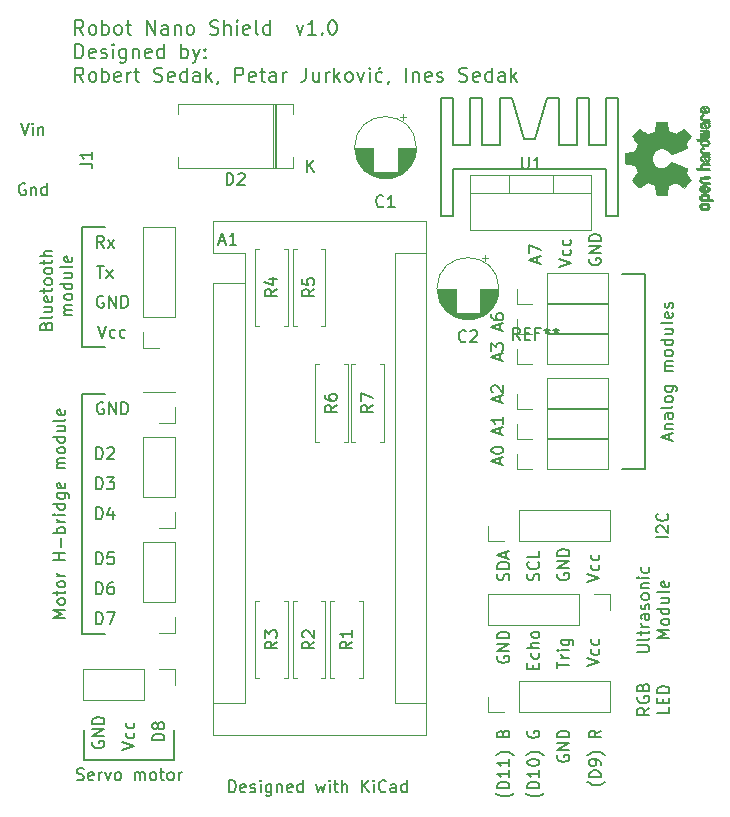
<source format=gbr>
G04 #@! TF.GenerationSoftware,KiCad,Pcbnew,5.0.2-bee76a0~70~ubuntu14.04.1*
G04 #@! TF.CreationDate,2019-05-26T21:23:03+02:00*
G04 #@! TF.ProjectId,nano_shield_c,6e616e6f-5f73-4686-9965-6c645f632e6b,rev?*
G04 #@! TF.SameCoordinates,Original*
G04 #@! TF.FileFunction,Legend,Top*
G04 #@! TF.FilePolarity,Positive*
%FSLAX46Y46*%
G04 Gerber Fmt 4.6, Leading zero omitted, Abs format (unit mm)*
G04 Created by KiCad (PCBNEW 5.0.2-bee76a0~70~ubuntu14.04.1) date Ned 26 Svi 2019 21:23:03*
%MOMM*%
%LPD*%
G01*
G04 APERTURE LIST*
%ADD10C,0.200000*%
%ADD11C,0.120000*%
%ADD12C,0.150000*%
%ADD13C,0.010000*%
G04 APERTURE END LIST*
D10*
X113276190Y-67016380D02*
X113609523Y-68016380D01*
X113942857Y-67016380D01*
X114276190Y-68016380D02*
X114276190Y-67349714D01*
X114276190Y-67016380D02*
X114228571Y-67064000D01*
X114276190Y-67111619D01*
X114323809Y-67064000D01*
X114276190Y-67016380D01*
X114276190Y-67111619D01*
X114752380Y-67349714D02*
X114752380Y-68016380D01*
X114752380Y-67444952D02*
X114800000Y-67397333D01*
X114895238Y-67349714D01*
X115038095Y-67349714D01*
X115133333Y-67397333D01*
X115180952Y-67492571D01*
X115180952Y-68016380D01*
X113657142Y-72144000D02*
X113561904Y-72096380D01*
X113419047Y-72096380D01*
X113276190Y-72144000D01*
X113180952Y-72239238D01*
X113133333Y-72334476D01*
X113085714Y-72524952D01*
X113085714Y-72667809D01*
X113133333Y-72858285D01*
X113180952Y-72953523D01*
X113276190Y-73048761D01*
X113419047Y-73096380D01*
X113514285Y-73096380D01*
X113657142Y-73048761D01*
X113704761Y-73001142D01*
X113704761Y-72667809D01*
X113514285Y-72667809D01*
X114133333Y-72429714D02*
X114133333Y-73096380D01*
X114133333Y-72524952D02*
X114180952Y-72477333D01*
X114276190Y-72429714D01*
X114419047Y-72429714D01*
X114514285Y-72477333D01*
X114561904Y-72572571D01*
X114561904Y-73096380D01*
X115466666Y-73096380D02*
X115466666Y-72096380D01*
X115466666Y-73048761D02*
X115371428Y-73096380D01*
X115180952Y-73096380D01*
X115085714Y-73048761D01*
X115038095Y-73001142D01*
X114990476Y-72905904D01*
X114990476Y-72620190D01*
X115038095Y-72524952D01*
X115085714Y-72477333D01*
X115180952Y-72429714D01*
X115371428Y-72429714D01*
X115466666Y-72477333D01*
X130906190Y-123642380D02*
X130906190Y-122642380D01*
X131144285Y-122642380D01*
X131287142Y-122690000D01*
X131382380Y-122785238D01*
X131430000Y-122880476D01*
X131477619Y-123070952D01*
X131477619Y-123213809D01*
X131430000Y-123404285D01*
X131382380Y-123499523D01*
X131287142Y-123594761D01*
X131144285Y-123642380D01*
X130906190Y-123642380D01*
X132287142Y-123594761D02*
X132191904Y-123642380D01*
X132001428Y-123642380D01*
X131906190Y-123594761D01*
X131858571Y-123499523D01*
X131858571Y-123118571D01*
X131906190Y-123023333D01*
X132001428Y-122975714D01*
X132191904Y-122975714D01*
X132287142Y-123023333D01*
X132334761Y-123118571D01*
X132334761Y-123213809D01*
X131858571Y-123309047D01*
X132715714Y-123594761D02*
X132810952Y-123642380D01*
X133001428Y-123642380D01*
X133096666Y-123594761D01*
X133144285Y-123499523D01*
X133144285Y-123451904D01*
X133096666Y-123356666D01*
X133001428Y-123309047D01*
X132858571Y-123309047D01*
X132763333Y-123261428D01*
X132715714Y-123166190D01*
X132715714Y-123118571D01*
X132763333Y-123023333D01*
X132858571Y-122975714D01*
X133001428Y-122975714D01*
X133096666Y-123023333D01*
X133572857Y-123642380D02*
X133572857Y-122975714D01*
X133572857Y-122642380D02*
X133525238Y-122690000D01*
X133572857Y-122737619D01*
X133620476Y-122690000D01*
X133572857Y-122642380D01*
X133572857Y-122737619D01*
X134477619Y-122975714D02*
X134477619Y-123785238D01*
X134430000Y-123880476D01*
X134382380Y-123928095D01*
X134287142Y-123975714D01*
X134144285Y-123975714D01*
X134049047Y-123928095D01*
X134477619Y-123594761D02*
X134382380Y-123642380D01*
X134191904Y-123642380D01*
X134096666Y-123594761D01*
X134049047Y-123547142D01*
X134001428Y-123451904D01*
X134001428Y-123166190D01*
X134049047Y-123070952D01*
X134096666Y-123023333D01*
X134191904Y-122975714D01*
X134382380Y-122975714D01*
X134477619Y-123023333D01*
X134953809Y-122975714D02*
X134953809Y-123642380D01*
X134953809Y-123070952D02*
X135001428Y-123023333D01*
X135096666Y-122975714D01*
X135239523Y-122975714D01*
X135334761Y-123023333D01*
X135382380Y-123118571D01*
X135382380Y-123642380D01*
X136239523Y-123594761D02*
X136144285Y-123642380D01*
X135953809Y-123642380D01*
X135858571Y-123594761D01*
X135810952Y-123499523D01*
X135810952Y-123118571D01*
X135858571Y-123023333D01*
X135953809Y-122975714D01*
X136144285Y-122975714D01*
X136239523Y-123023333D01*
X136287142Y-123118571D01*
X136287142Y-123213809D01*
X135810952Y-123309047D01*
X137144285Y-123642380D02*
X137144285Y-122642380D01*
X137144285Y-123594761D02*
X137049047Y-123642380D01*
X136858571Y-123642380D01*
X136763333Y-123594761D01*
X136715714Y-123547142D01*
X136668095Y-123451904D01*
X136668095Y-123166190D01*
X136715714Y-123070952D01*
X136763333Y-123023333D01*
X136858571Y-122975714D01*
X137049047Y-122975714D01*
X137144285Y-123023333D01*
X138287142Y-122975714D02*
X138477619Y-123642380D01*
X138668095Y-123166190D01*
X138858571Y-123642380D01*
X139049047Y-122975714D01*
X139430000Y-123642380D02*
X139430000Y-122975714D01*
X139430000Y-122642380D02*
X139382380Y-122690000D01*
X139430000Y-122737619D01*
X139477619Y-122690000D01*
X139430000Y-122642380D01*
X139430000Y-122737619D01*
X139763333Y-122975714D02*
X140144285Y-122975714D01*
X139906190Y-122642380D02*
X139906190Y-123499523D01*
X139953809Y-123594761D01*
X140049047Y-123642380D01*
X140144285Y-123642380D01*
X140477619Y-123642380D02*
X140477619Y-122642380D01*
X140906190Y-123642380D02*
X140906190Y-123118571D01*
X140858571Y-123023333D01*
X140763333Y-122975714D01*
X140620476Y-122975714D01*
X140525238Y-123023333D01*
X140477619Y-123070952D01*
X142144285Y-123642380D02*
X142144285Y-122642380D01*
X142715714Y-123642380D02*
X142287142Y-123070952D01*
X142715714Y-122642380D02*
X142144285Y-123213809D01*
X143144285Y-123642380D02*
X143144285Y-122975714D01*
X143144285Y-122642380D02*
X143096666Y-122690000D01*
X143144285Y-122737619D01*
X143191904Y-122690000D01*
X143144285Y-122642380D01*
X143144285Y-122737619D01*
X144191904Y-123547142D02*
X144144285Y-123594761D01*
X144001428Y-123642380D01*
X143906190Y-123642380D01*
X143763333Y-123594761D01*
X143668095Y-123499523D01*
X143620476Y-123404285D01*
X143572857Y-123213809D01*
X143572857Y-123070952D01*
X143620476Y-122880476D01*
X143668095Y-122785238D01*
X143763333Y-122690000D01*
X143906190Y-122642380D01*
X144001428Y-122642380D01*
X144144285Y-122690000D01*
X144191904Y-122737619D01*
X145049047Y-123642380D02*
X145049047Y-123118571D01*
X145001428Y-123023333D01*
X144906190Y-122975714D01*
X144715714Y-122975714D01*
X144620476Y-123023333D01*
X145049047Y-123594761D02*
X144953809Y-123642380D01*
X144715714Y-123642380D01*
X144620476Y-123594761D01*
X144572857Y-123499523D01*
X144572857Y-123404285D01*
X144620476Y-123309047D01*
X144715714Y-123261428D01*
X144953809Y-123261428D01*
X145049047Y-123213809D01*
X145953809Y-123642380D02*
X145953809Y-122642380D01*
X145953809Y-123594761D02*
X145858571Y-123642380D01*
X145668095Y-123642380D01*
X145572857Y-123594761D01*
X145525238Y-123547142D01*
X145477619Y-123451904D01*
X145477619Y-123166190D01*
X145525238Y-123070952D01*
X145572857Y-123023333D01*
X145668095Y-122975714D01*
X145858571Y-122975714D01*
X145953809Y-123023333D01*
X118618000Y-120904000D02*
X118618000Y-118364000D01*
X126238000Y-120904000D02*
X126238000Y-118364000D01*
X118618000Y-120904000D02*
X126238000Y-120904000D01*
X162758333Y-122763809D02*
X162710714Y-122811428D01*
X162567857Y-122906666D01*
X162472619Y-122954285D01*
X162329761Y-123001904D01*
X162091666Y-123049523D01*
X161901190Y-123049523D01*
X161663095Y-123001904D01*
X161520238Y-122954285D01*
X161425000Y-122906666D01*
X161282142Y-122811428D01*
X161234523Y-122763809D01*
X162377380Y-122382857D02*
X161377380Y-122382857D01*
X161377380Y-122144761D01*
X161425000Y-122001904D01*
X161520238Y-121906666D01*
X161615476Y-121859047D01*
X161805952Y-121811428D01*
X161948809Y-121811428D01*
X162139285Y-121859047D01*
X162234523Y-121906666D01*
X162329761Y-122001904D01*
X162377380Y-122144761D01*
X162377380Y-122382857D01*
X162377380Y-121335238D02*
X162377380Y-121144761D01*
X162329761Y-121049523D01*
X162282142Y-121001904D01*
X162139285Y-120906666D01*
X161948809Y-120859047D01*
X161567857Y-120859047D01*
X161472619Y-120906666D01*
X161425000Y-120954285D01*
X161377380Y-121049523D01*
X161377380Y-121240000D01*
X161425000Y-121335238D01*
X161472619Y-121382857D01*
X161567857Y-121430476D01*
X161805952Y-121430476D01*
X161901190Y-121382857D01*
X161948809Y-121335238D01*
X161996428Y-121240000D01*
X161996428Y-121049523D01*
X161948809Y-120954285D01*
X161901190Y-120906666D01*
X161805952Y-120859047D01*
X162758333Y-120525714D02*
X162710714Y-120478095D01*
X162567857Y-120382857D01*
X162472619Y-120335238D01*
X162329761Y-120287619D01*
X162091666Y-120240000D01*
X161901190Y-120240000D01*
X161663095Y-120287619D01*
X161520238Y-120335238D01*
X161425000Y-120382857D01*
X161282142Y-120478095D01*
X161234523Y-120525714D01*
X162377380Y-118430476D02*
X161901190Y-118763809D01*
X162377380Y-119001904D02*
X161377380Y-119001904D01*
X161377380Y-118620952D01*
X161425000Y-118525714D01*
X161472619Y-118478095D01*
X161567857Y-118430476D01*
X161710714Y-118430476D01*
X161805952Y-118478095D01*
X161853571Y-118525714D01*
X161901190Y-118620952D01*
X161901190Y-119001904D01*
X155011333Y-123716190D02*
X154963714Y-123763809D01*
X154820857Y-123859047D01*
X154725619Y-123906666D01*
X154582761Y-123954285D01*
X154344666Y-124001904D01*
X154154190Y-124001904D01*
X153916095Y-123954285D01*
X153773238Y-123906666D01*
X153678000Y-123859047D01*
X153535142Y-123763809D01*
X153487523Y-123716190D01*
X154630380Y-123335238D02*
X153630380Y-123335238D01*
X153630380Y-123097142D01*
X153678000Y-122954285D01*
X153773238Y-122859047D01*
X153868476Y-122811428D01*
X154058952Y-122763809D01*
X154201809Y-122763809D01*
X154392285Y-122811428D01*
X154487523Y-122859047D01*
X154582761Y-122954285D01*
X154630380Y-123097142D01*
X154630380Y-123335238D01*
X154630380Y-121811428D02*
X154630380Y-122382857D01*
X154630380Y-122097142D02*
X153630380Y-122097142D01*
X153773238Y-122192380D01*
X153868476Y-122287619D01*
X153916095Y-122382857D01*
X154630380Y-120859047D02*
X154630380Y-121430476D01*
X154630380Y-121144761D02*
X153630380Y-121144761D01*
X153773238Y-121240000D01*
X153868476Y-121335238D01*
X153916095Y-121430476D01*
X155011333Y-120525714D02*
X154963714Y-120478095D01*
X154820857Y-120382857D01*
X154725619Y-120335238D01*
X154582761Y-120287619D01*
X154344666Y-120240000D01*
X154154190Y-120240000D01*
X153916095Y-120287619D01*
X153773238Y-120335238D01*
X153678000Y-120382857D01*
X153535142Y-120478095D01*
X153487523Y-120525714D01*
X154106571Y-118668571D02*
X154154190Y-118525714D01*
X154201809Y-118478095D01*
X154297047Y-118430476D01*
X154439904Y-118430476D01*
X154535142Y-118478095D01*
X154582761Y-118525714D01*
X154630380Y-118620952D01*
X154630380Y-119001904D01*
X153630380Y-119001904D01*
X153630380Y-118668571D01*
X153678000Y-118573333D01*
X153725619Y-118525714D01*
X153820857Y-118478095D01*
X153916095Y-118478095D01*
X154011333Y-118525714D01*
X154058952Y-118573333D01*
X154106571Y-118668571D01*
X154106571Y-119001904D01*
X157551333Y-123716190D02*
X157503714Y-123763809D01*
X157360857Y-123859047D01*
X157265619Y-123906666D01*
X157122761Y-123954285D01*
X156884666Y-124001904D01*
X156694190Y-124001904D01*
X156456095Y-123954285D01*
X156313238Y-123906666D01*
X156218000Y-123859047D01*
X156075142Y-123763809D01*
X156027523Y-123716190D01*
X157170380Y-123335238D02*
X156170380Y-123335238D01*
X156170380Y-123097142D01*
X156218000Y-122954285D01*
X156313238Y-122859047D01*
X156408476Y-122811428D01*
X156598952Y-122763809D01*
X156741809Y-122763809D01*
X156932285Y-122811428D01*
X157027523Y-122859047D01*
X157122761Y-122954285D01*
X157170380Y-123097142D01*
X157170380Y-123335238D01*
X157170380Y-121811428D02*
X157170380Y-122382857D01*
X157170380Y-122097142D02*
X156170380Y-122097142D01*
X156313238Y-122192380D01*
X156408476Y-122287619D01*
X156456095Y-122382857D01*
X156170380Y-121192380D02*
X156170380Y-121097142D01*
X156218000Y-121001904D01*
X156265619Y-120954285D01*
X156360857Y-120906666D01*
X156551333Y-120859047D01*
X156789428Y-120859047D01*
X156979904Y-120906666D01*
X157075142Y-120954285D01*
X157122761Y-121001904D01*
X157170380Y-121097142D01*
X157170380Y-121192380D01*
X157122761Y-121287619D01*
X157075142Y-121335238D01*
X156979904Y-121382857D01*
X156789428Y-121430476D01*
X156551333Y-121430476D01*
X156360857Y-121382857D01*
X156265619Y-121335238D01*
X156218000Y-121287619D01*
X156170380Y-121192380D01*
X157551333Y-120525714D02*
X157503714Y-120478095D01*
X157360857Y-120382857D01*
X157265619Y-120335238D01*
X157122761Y-120287619D01*
X156884666Y-120240000D01*
X156694190Y-120240000D01*
X156456095Y-120287619D01*
X156313238Y-120335238D01*
X156218000Y-120382857D01*
X156075142Y-120478095D01*
X156027523Y-120525714D01*
X156218000Y-118478095D02*
X156170380Y-118573333D01*
X156170380Y-118716190D01*
X156218000Y-118859047D01*
X156313238Y-118954285D01*
X156408476Y-119001904D01*
X156598952Y-119049523D01*
X156741809Y-119049523D01*
X156932285Y-119001904D01*
X157027523Y-118954285D01*
X157122761Y-118859047D01*
X157170380Y-118716190D01*
X157170380Y-118620952D01*
X157122761Y-118478095D01*
X157075142Y-118430476D01*
X156741809Y-118430476D01*
X156741809Y-118620952D01*
X158758000Y-120525714D02*
X158710380Y-120620952D01*
X158710380Y-120763809D01*
X158758000Y-120906666D01*
X158853238Y-121001904D01*
X158948476Y-121049523D01*
X159138952Y-121097142D01*
X159281809Y-121097142D01*
X159472285Y-121049523D01*
X159567523Y-121001904D01*
X159662761Y-120906666D01*
X159710380Y-120763809D01*
X159710380Y-120668571D01*
X159662761Y-120525714D01*
X159615142Y-120478095D01*
X159281809Y-120478095D01*
X159281809Y-120668571D01*
X159710380Y-120049523D02*
X158710380Y-120049523D01*
X159710380Y-119478095D01*
X158710380Y-119478095D01*
X159710380Y-119001904D02*
X158710380Y-119001904D01*
X158710380Y-118763809D01*
X158758000Y-118620952D01*
X158853238Y-118525714D01*
X158948476Y-118478095D01*
X159138952Y-118430476D01*
X159281809Y-118430476D01*
X159472285Y-118478095D01*
X159567523Y-118525714D01*
X159662761Y-118620952D01*
X159710380Y-118763809D01*
X159710380Y-119001904D01*
X166480380Y-116514476D02*
X166004190Y-116847809D01*
X166480380Y-117085904D02*
X165480380Y-117085904D01*
X165480380Y-116704952D01*
X165528000Y-116609714D01*
X165575619Y-116562095D01*
X165670857Y-116514476D01*
X165813714Y-116514476D01*
X165908952Y-116562095D01*
X165956571Y-116609714D01*
X166004190Y-116704952D01*
X166004190Y-117085904D01*
X165528000Y-115562095D02*
X165480380Y-115657333D01*
X165480380Y-115800190D01*
X165528000Y-115943047D01*
X165623238Y-116038285D01*
X165718476Y-116085904D01*
X165908952Y-116133523D01*
X166051809Y-116133523D01*
X166242285Y-116085904D01*
X166337523Y-116038285D01*
X166432761Y-115943047D01*
X166480380Y-115800190D01*
X166480380Y-115704952D01*
X166432761Y-115562095D01*
X166385142Y-115514476D01*
X166051809Y-115514476D01*
X166051809Y-115704952D01*
X165956571Y-114752571D02*
X166004190Y-114609714D01*
X166051809Y-114562095D01*
X166147047Y-114514476D01*
X166289904Y-114514476D01*
X166385142Y-114562095D01*
X166432761Y-114609714D01*
X166480380Y-114704952D01*
X166480380Y-115085904D01*
X165480380Y-115085904D01*
X165480380Y-114752571D01*
X165528000Y-114657333D01*
X165575619Y-114609714D01*
X165670857Y-114562095D01*
X165766095Y-114562095D01*
X165861333Y-114609714D01*
X165908952Y-114657333D01*
X165956571Y-114752571D01*
X165956571Y-115085904D01*
X168180380Y-116466857D02*
X168180380Y-116943047D01*
X167180380Y-116943047D01*
X167656571Y-116133523D02*
X167656571Y-115800190D01*
X168180380Y-115657333D02*
X168180380Y-116133523D01*
X167180380Y-116133523D01*
X167180380Y-115657333D01*
X168180380Y-115228761D02*
X167180380Y-115228761D01*
X167180380Y-114990666D01*
X167228000Y-114847809D01*
X167323238Y-114752571D01*
X167418476Y-114704952D01*
X167608952Y-114657333D01*
X167751809Y-114657333D01*
X167942285Y-114704952D01*
X168037523Y-114752571D01*
X168132761Y-114847809D01*
X168180380Y-114990666D01*
X168180380Y-115228761D01*
X165480380Y-111775428D02*
X166289904Y-111775428D01*
X166385142Y-111727809D01*
X166432761Y-111680190D01*
X166480380Y-111584952D01*
X166480380Y-111394476D01*
X166432761Y-111299238D01*
X166385142Y-111251619D01*
X166289904Y-111204000D01*
X165480380Y-111204000D01*
X166480380Y-110584952D02*
X166432761Y-110680190D01*
X166337523Y-110727809D01*
X165480380Y-110727809D01*
X165813714Y-110346857D02*
X165813714Y-109965904D01*
X165480380Y-110204000D02*
X166337523Y-110204000D01*
X166432761Y-110156380D01*
X166480380Y-110061142D01*
X166480380Y-109965904D01*
X166480380Y-109632571D02*
X165813714Y-109632571D01*
X166004190Y-109632571D02*
X165908952Y-109584952D01*
X165861333Y-109537333D01*
X165813714Y-109442095D01*
X165813714Y-109346857D01*
X166480380Y-108584952D02*
X165956571Y-108584952D01*
X165861333Y-108632571D01*
X165813714Y-108727809D01*
X165813714Y-108918285D01*
X165861333Y-109013523D01*
X166432761Y-108584952D02*
X166480380Y-108680190D01*
X166480380Y-108918285D01*
X166432761Y-109013523D01*
X166337523Y-109061142D01*
X166242285Y-109061142D01*
X166147047Y-109013523D01*
X166099428Y-108918285D01*
X166099428Y-108680190D01*
X166051809Y-108584952D01*
X166432761Y-108156380D02*
X166480380Y-108061142D01*
X166480380Y-107870666D01*
X166432761Y-107775428D01*
X166337523Y-107727809D01*
X166289904Y-107727809D01*
X166194666Y-107775428D01*
X166147047Y-107870666D01*
X166147047Y-108013523D01*
X166099428Y-108108761D01*
X166004190Y-108156380D01*
X165956571Y-108156380D01*
X165861333Y-108108761D01*
X165813714Y-108013523D01*
X165813714Y-107870666D01*
X165861333Y-107775428D01*
X166480380Y-107156380D02*
X166432761Y-107251619D01*
X166385142Y-107299238D01*
X166289904Y-107346857D01*
X166004190Y-107346857D01*
X165908952Y-107299238D01*
X165861333Y-107251619D01*
X165813714Y-107156380D01*
X165813714Y-107013523D01*
X165861333Y-106918285D01*
X165908952Y-106870666D01*
X166004190Y-106823047D01*
X166289904Y-106823047D01*
X166385142Y-106870666D01*
X166432761Y-106918285D01*
X166480380Y-107013523D01*
X166480380Y-107156380D01*
X165813714Y-106394476D02*
X166480380Y-106394476D01*
X165908952Y-106394476D02*
X165861333Y-106346857D01*
X165813714Y-106251619D01*
X165813714Y-106108761D01*
X165861333Y-106013523D01*
X165956571Y-105965904D01*
X166480380Y-105965904D01*
X166480380Y-105489714D02*
X165813714Y-105489714D01*
X165480380Y-105489714D02*
X165528000Y-105537333D01*
X165575619Y-105489714D01*
X165528000Y-105442095D01*
X165480380Y-105489714D01*
X165575619Y-105489714D01*
X166432761Y-104584952D02*
X166480380Y-104680190D01*
X166480380Y-104870666D01*
X166432761Y-104965904D01*
X166385142Y-105013523D01*
X166289904Y-105061142D01*
X166004190Y-105061142D01*
X165908952Y-105013523D01*
X165861333Y-104965904D01*
X165813714Y-104870666D01*
X165813714Y-104680190D01*
X165861333Y-104584952D01*
X168180380Y-110584952D02*
X167180380Y-110584952D01*
X167894666Y-110251619D01*
X167180380Y-109918285D01*
X168180380Y-109918285D01*
X168180380Y-109299238D02*
X168132761Y-109394476D01*
X168085142Y-109442095D01*
X167989904Y-109489714D01*
X167704190Y-109489714D01*
X167608952Y-109442095D01*
X167561333Y-109394476D01*
X167513714Y-109299238D01*
X167513714Y-109156380D01*
X167561333Y-109061142D01*
X167608952Y-109013523D01*
X167704190Y-108965904D01*
X167989904Y-108965904D01*
X168085142Y-109013523D01*
X168132761Y-109061142D01*
X168180380Y-109156380D01*
X168180380Y-109299238D01*
X168180380Y-108108761D02*
X167180380Y-108108761D01*
X168132761Y-108108761D02*
X168180380Y-108204000D01*
X168180380Y-108394476D01*
X168132761Y-108489714D01*
X168085142Y-108537333D01*
X167989904Y-108584952D01*
X167704190Y-108584952D01*
X167608952Y-108537333D01*
X167561333Y-108489714D01*
X167513714Y-108394476D01*
X167513714Y-108204000D01*
X167561333Y-108108761D01*
X167513714Y-107204000D02*
X168180380Y-107204000D01*
X167513714Y-107632571D02*
X168037523Y-107632571D01*
X168132761Y-107584952D01*
X168180380Y-107489714D01*
X168180380Y-107346857D01*
X168132761Y-107251619D01*
X168085142Y-107204000D01*
X168180380Y-106584952D02*
X168132761Y-106680190D01*
X168037523Y-106727809D01*
X167180380Y-106727809D01*
X168132761Y-105823047D02*
X168180380Y-105918285D01*
X168180380Y-106108761D01*
X168132761Y-106204000D01*
X168037523Y-106251619D01*
X167656571Y-106251619D01*
X167561333Y-106204000D01*
X167513714Y-106108761D01*
X167513714Y-105918285D01*
X167561333Y-105823047D01*
X167656571Y-105775428D01*
X167751809Y-105775428D01*
X167847047Y-106251619D01*
X168092380Y-102068190D02*
X167092380Y-102068190D01*
X167187619Y-101639619D02*
X167140000Y-101592000D01*
X167092380Y-101496761D01*
X167092380Y-101258666D01*
X167140000Y-101163428D01*
X167187619Y-101115809D01*
X167282857Y-101068190D01*
X167378095Y-101068190D01*
X167520952Y-101115809D01*
X168092380Y-101687238D01*
X168092380Y-101068190D01*
X167997142Y-100068190D02*
X168044761Y-100115809D01*
X168092380Y-100258666D01*
X168092380Y-100353904D01*
X168044761Y-100496761D01*
X167949523Y-100592000D01*
X167854285Y-100639619D01*
X167663809Y-100687238D01*
X167520952Y-100687238D01*
X167330476Y-100639619D01*
X167235238Y-100592000D01*
X167140000Y-100496761D01*
X167092380Y-100353904D01*
X167092380Y-100258666D01*
X167140000Y-100115809D01*
X167187619Y-100068190D01*
X166116000Y-96266000D02*
X164211000Y-96266000D01*
X166116000Y-79756000D02*
X166116000Y-96266000D01*
X164211000Y-79756000D02*
X166116000Y-79756000D01*
X168187666Y-93820523D02*
X168187666Y-93344333D01*
X168473380Y-93915761D02*
X167473380Y-93582428D01*
X168473380Y-93249095D01*
X167806714Y-92915761D02*
X168473380Y-92915761D01*
X167901952Y-92915761D02*
X167854333Y-92868142D01*
X167806714Y-92772904D01*
X167806714Y-92630047D01*
X167854333Y-92534809D01*
X167949571Y-92487190D01*
X168473380Y-92487190D01*
X168473380Y-91582428D02*
X167949571Y-91582428D01*
X167854333Y-91630047D01*
X167806714Y-91725285D01*
X167806714Y-91915761D01*
X167854333Y-92011000D01*
X168425761Y-91582428D02*
X168473380Y-91677666D01*
X168473380Y-91915761D01*
X168425761Y-92011000D01*
X168330523Y-92058619D01*
X168235285Y-92058619D01*
X168140047Y-92011000D01*
X168092428Y-91915761D01*
X168092428Y-91677666D01*
X168044809Y-91582428D01*
X168473380Y-90963380D02*
X168425761Y-91058619D01*
X168330523Y-91106238D01*
X167473380Y-91106238D01*
X168473380Y-90439571D02*
X168425761Y-90534809D01*
X168378142Y-90582428D01*
X168282904Y-90630047D01*
X167997190Y-90630047D01*
X167901952Y-90582428D01*
X167854333Y-90534809D01*
X167806714Y-90439571D01*
X167806714Y-90296714D01*
X167854333Y-90201476D01*
X167901952Y-90153857D01*
X167997190Y-90106238D01*
X168282904Y-90106238D01*
X168378142Y-90153857D01*
X168425761Y-90201476D01*
X168473380Y-90296714D01*
X168473380Y-90439571D01*
X167806714Y-89249095D02*
X168616238Y-89249095D01*
X168711476Y-89296714D01*
X168759095Y-89344333D01*
X168806714Y-89439571D01*
X168806714Y-89582428D01*
X168759095Y-89677666D01*
X168425761Y-89249095D02*
X168473380Y-89344333D01*
X168473380Y-89534809D01*
X168425761Y-89630047D01*
X168378142Y-89677666D01*
X168282904Y-89725285D01*
X167997190Y-89725285D01*
X167901952Y-89677666D01*
X167854333Y-89630047D01*
X167806714Y-89534809D01*
X167806714Y-89344333D01*
X167854333Y-89249095D01*
X168473380Y-88011000D02*
X167806714Y-88011000D01*
X167901952Y-88011000D02*
X167854333Y-87963380D01*
X167806714Y-87868142D01*
X167806714Y-87725285D01*
X167854333Y-87630047D01*
X167949571Y-87582428D01*
X168473380Y-87582428D01*
X167949571Y-87582428D02*
X167854333Y-87534809D01*
X167806714Y-87439571D01*
X167806714Y-87296714D01*
X167854333Y-87201476D01*
X167949571Y-87153857D01*
X168473380Y-87153857D01*
X168473380Y-86534809D02*
X168425761Y-86630047D01*
X168378142Y-86677666D01*
X168282904Y-86725285D01*
X167997190Y-86725285D01*
X167901952Y-86677666D01*
X167854333Y-86630047D01*
X167806714Y-86534809D01*
X167806714Y-86391952D01*
X167854333Y-86296714D01*
X167901952Y-86249095D01*
X167997190Y-86201476D01*
X168282904Y-86201476D01*
X168378142Y-86249095D01*
X168425761Y-86296714D01*
X168473380Y-86391952D01*
X168473380Y-86534809D01*
X168473380Y-85344333D02*
X167473380Y-85344333D01*
X168425761Y-85344333D02*
X168473380Y-85439571D01*
X168473380Y-85630047D01*
X168425761Y-85725285D01*
X168378142Y-85772904D01*
X168282904Y-85820523D01*
X167997190Y-85820523D01*
X167901952Y-85772904D01*
X167854333Y-85725285D01*
X167806714Y-85630047D01*
X167806714Y-85439571D01*
X167854333Y-85344333D01*
X167806714Y-84439571D02*
X168473380Y-84439571D01*
X167806714Y-84868142D02*
X168330523Y-84868142D01*
X168425761Y-84820523D01*
X168473380Y-84725285D01*
X168473380Y-84582428D01*
X168425761Y-84487190D01*
X168378142Y-84439571D01*
X168473380Y-83820523D02*
X168425761Y-83915761D01*
X168330523Y-83963380D01*
X167473380Y-83963380D01*
X168425761Y-83058619D02*
X168473380Y-83153857D01*
X168473380Y-83344333D01*
X168425761Y-83439571D01*
X168330523Y-83487190D01*
X167949571Y-83487190D01*
X167854333Y-83439571D01*
X167806714Y-83344333D01*
X167806714Y-83153857D01*
X167854333Y-83058619D01*
X167949571Y-83011000D01*
X168044809Y-83011000D01*
X168140047Y-83487190D01*
X168425761Y-82630047D02*
X168473380Y-82534809D01*
X168473380Y-82344333D01*
X168425761Y-82249095D01*
X168330523Y-82201476D01*
X168282904Y-82201476D01*
X168187666Y-82249095D01*
X168140047Y-82344333D01*
X168140047Y-82487190D01*
X168092428Y-82582428D01*
X167997190Y-82630047D01*
X167949571Y-82630047D01*
X167854333Y-82582428D01*
X167806714Y-82487190D01*
X167806714Y-82344333D01*
X167854333Y-82249095D01*
X118023238Y-122578761D02*
X118166095Y-122626380D01*
X118404190Y-122626380D01*
X118499428Y-122578761D01*
X118547047Y-122531142D01*
X118594666Y-122435904D01*
X118594666Y-122340666D01*
X118547047Y-122245428D01*
X118499428Y-122197809D01*
X118404190Y-122150190D01*
X118213714Y-122102571D01*
X118118476Y-122054952D01*
X118070857Y-122007333D01*
X118023238Y-121912095D01*
X118023238Y-121816857D01*
X118070857Y-121721619D01*
X118118476Y-121674000D01*
X118213714Y-121626380D01*
X118451809Y-121626380D01*
X118594666Y-121674000D01*
X119404190Y-122578761D02*
X119308952Y-122626380D01*
X119118476Y-122626380D01*
X119023238Y-122578761D01*
X118975619Y-122483523D01*
X118975619Y-122102571D01*
X119023238Y-122007333D01*
X119118476Y-121959714D01*
X119308952Y-121959714D01*
X119404190Y-122007333D01*
X119451809Y-122102571D01*
X119451809Y-122197809D01*
X118975619Y-122293047D01*
X119880380Y-122626380D02*
X119880380Y-121959714D01*
X119880380Y-122150190D02*
X119928000Y-122054952D01*
X119975619Y-122007333D01*
X120070857Y-121959714D01*
X120166095Y-121959714D01*
X120404190Y-121959714D02*
X120642285Y-122626380D01*
X120880380Y-121959714D01*
X121404190Y-122626380D02*
X121308952Y-122578761D01*
X121261333Y-122531142D01*
X121213714Y-122435904D01*
X121213714Y-122150190D01*
X121261333Y-122054952D01*
X121308952Y-122007333D01*
X121404190Y-121959714D01*
X121547047Y-121959714D01*
X121642285Y-122007333D01*
X121689904Y-122054952D01*
X121737523Y-122150190D01*
X121737523Y-122435904D01*
X121689904Y-122531142D01*
X121642285Y-122578761D01*
X121547047Y-122626380D01*
X121404190Y-122626380D01*
X122928000Y-122626380D02*
X122928000Y-121959714D01*
X122928000Y-122054952D02*
X122975619Y-122007333D01*
X123070857Y-121959714D01*
X123213714Y-121959714D01*
X123308952Y-122007333D01*
X123356571Y-122102571D01*
X123356571Y-122626380D01*
X123356571Y-122102571D02*
X123404190Y-122007333D01*
X123499428Y-121959714D01*
X123642285Y-121959714D01*
X123737523Y-122007333D01*
X123785142Y-122102571D01*
X123785142Y-122626380D01*
X124404190Y-122626380D02*
X124308952Y-122578761D01*
X124261333Y-122531142D01*
X124213714Y-122435904D01*
X124213714Y-122150190D01*
X124261333Y-122054952D01*
X124308952Y-122007333D01*
X124404190Y-121959714D01*
X124547047Y-121959714D01*
X124642285Y-122007333D01*
X124689904Y-122054952D01*
X124737523Y-122150190D01*
X124737523Y-122435904D01*
X124689904Y-122531142D01*
X124642285Y-122578761D01*
X124547047Y-122626380D01*
X124404190Y-122626380D01*
X125023238Y-121959714D02*
X125404190Y-121959714D01*
X125166095Y-121626380D02*
X125166095Y-122483523D01*
X125213714Y-122578761D01*
X125308952Y-122626380D01*
X125404190Y-122626380D01*
X125880380Y-122626380D02*
X125785142Y-122578761D01*
X125737523Y-122531142D01*
X125689904Y-122435904D01*
X125689904Y-122150190D01*
X125737523Y-122054952D01*
X125785142Y-122007333D01*
X125880380Y-121959714D01*
X126023238Y-121959714D01*
X126118476Y-122007333D01*
X126166095Y-122054952D01*
X126213714Y-122150190D01*
X126213714Y-122435904D01*
X126166095Y-122531142D01*
X126118476Y-122578761D01*
X126023238Y-122626380D01*
X125880380Y-122626380D01*
X126642285Y-122626380D02*
X126642285Y-121959714D01*
X126642285Y-122150190D02*
X126689904Y-122054952D01*
X126737523Y-122007333D01*
X126832761Y-121959714D01*
X126928000Y-121959714D01*
X118491000Y-110236000D02*
X120396000Y-110236000D01*
X118491000Y-89916000D02*
X118491000Y-110236000D01*
X120396000Y-89916000D02*
X118491000Y-89916000D01*
X118491000Y-85979000D02*
X120396000Y-85979000D01*
X118491000Y-75819000D02*
X118491000Y-85979000D01*
X120396000Y-75819000D02*
X118491000Y-75819000D01*
X117038380Y-108861714D02*
X116038380Y-108861714D01*
X116752666Y-108528380D01*
X116038380Y-108195047D01*
X117038380Y-108195047D01*
X117038380Y-107576000D02*
X116990761Y-107671238D01*
X116943142Y-107718857D01*
X116847904Y-107766476D01*
X116562190Y-107766476D01*
X116466952Y-107718857D01*
X116419333Y-107671238D01*
X116371714Y-107576000D01*
X116371714Y-107433142D01*
X116419333Y-107337904D01*
X116466952Y-107290285D01*
X116562190Y-107242666D01*
X116847904Y-107242666D01*
X116943142Y-107290285D01*
X116990761Y-107337904D01*
X117038380Y-107433142D01*
X117038380Y-107576000D01*
X116371714Y-106956952D02*
X116371714Y-106576000D01*
X116038380Y-106814095D02*
X116895523Y-106814095D01*
X116990761Y-106766476D01*
X117038380Y-106671238D01*
X117038380Y-106576000D01*
X117038380Y-106099809D02*
X116990761Y-106195047D01*
X116943142Y-106242666D01*
X116847904Y-106290285D01*
X116562190Y-106290285D01*
X116466952Y-106242666D01*
X116419333Y-106195047D01*
X116371714Y-106099809D01*
X116371714Y-105956952D01*
X116419333Y-105861714D01*
X116466952Y-105814095D01*
X116562190Y-105766476D01*
X116847904Y-105766476D01*
X116943142Y-105814095D01*
X116990761Y-105861714D01*
X117038380Y-105956952D01*
X117038380Y-106099809D01*
X117038380Y-105337904D02*
X116371714Y-105337904D01*
X116562190Y-105337904D02*
X116466952Y-105290285D01*
X116419333Y-105242666D01*
X116371714Y-105147428D01*
X116371714Y-105052190D01*
X117038380Y-103956952D02*
X116038380Y-103956952D01*
X116514571Y-103956952D02*
X116514571Y-103385523D01*
X117038380Y-103385523D02*
X116038380Y-103385523D01*
X116657428Y-102909333D02*
X116657428Y-102147428D01*
X117038380Y-101671238D02*
X116038380Y-101671238D01*
X116419333Y-101671238D02*
X116371714Y-101576000D01*
X116371714Y-101385523D01*
X116419333Y-101290285D01*
X116466952Y-101242666D01*
X116562190Y-101195047D01*
X116847904Y-101195047D01*
X116943142Y-101242666D01*
X116990761Y-101290285D01*
X117038380Y-101385523D01*
X117038380Y-101576000D01*
X116990761Y-101671238D01*
X117038380Y-100766476D02*
X116371714Y-100766476D01*
X116562190Y-100766476D02*
X116466952Y-100718857D01*
X116419333Y-100671238D01*
X116371714Y-100576000D01*
X116371714Y-100480761D01*
X117038380Y-100147428D02*
X116371714Y-100147428D01*
X116038380Y-100147428D02*
X116086000Y-100195047D01*
X116133619Y-100147428D01*
X116086000Y-100099809D01*
X116038380Y-100147428D01*
X116133619Y-100147428D01*
X117038380Y-99242666D02*
X116038380Y-99242666D01*
X116990761Y-99242666D02*
X117038380Y-99337904D01*
X117038380Y-99528380D01*
X116990761Y-99623619D01*
X116943142Y-99671238D01*
X116847904Y-99718857D01*
X116562190Y-99718857D01*
X116466952Y-99671238D01*
X116419333Y-99623619D01*
X116371714Y-99528380D01*
X116371714Y-99337904D01*
X116419333Y-99242666D01*
X116371714Y-98337904D02*
X117181238Y-98337904D01*
X117276476Y-98385523D01*
X117324095Y-98433142D01*
X117371714Y-98528380D01*
X117371714Y-98671238D01*
X117324095Y-98766476D01*
X116990761Y-98337904D02*
X117038380Y-98433142D01*
X117038380Y-98623619D01*
X116990761Y-98718857D01*
X116943142Y-98766476D01*
X116847904Y-98814095D01*
X116562190Y-98814095D01*
X116466952Y-98766476D01*
X116419333Y-98718857D01*
X116371714Y-98623619D01*
X116371714Y-98433142D01*
X116419333Y-98337904D01*
X116990761Y-97480761D02*
X117038380Y-97576000D01*
X117038380Y-97766476D01*
X116990761Y-97861714D01*
X116895523Y-97909333D01*
X116514571Y-97909333D01*
X116419333Y-97861714D01*
X116371714Y-97766476D01*
X116371714Y-97576000D01*
X116419333Y-97480761D01*
X116514571Y-97433142D01*
X116609809Y-97433142D01*
X116705047Y-97909333D01*
X117038380Y-96242666D02*
X116371714Y-96242666D01*
X116466952Y-96242666D02*
X116419333Y-96195047D01*
X116371714Y-96099809D01*
X116371714Y-95956952D01*
X116419333Y-95861714D01*
X116514571Y-95814095D01*
X117038380Y-95814095D01*
X116514571Y-95814095D02*
X116419333Y-95766476D01*
X116371714Y-95671238D01*
X116371714Y-95528380D01*
X116419333Y-95433142D01*
X116514571Y-95385523D01*
X117038380Y-95385523D01*
X117038380Y-94766476D02*
X116990761Y-94861714D01*
X116943142Y-94909333D01*
X116847904Y-94956952D01*
X116562190Y-94956952D01*
X116466952Y-94909333D01*
X116419333Y-94861714D01*
X116371714Y-94766476D01*
X116371714Y-94623619D01*
X116419333Y-94528380D01*
X116466952Y-94480761D01*
X116562190Y-94433142D01*
X116847904Y-94433142D01*
X116943142Y-94480761D01*
X116990761Y-94528380D01*
X117038380Y-94623619D01*
X117038380Y-94766476D01*
X117038380Y-93576000D02*
X116038380Y-93576000D01*
X116990761Y-93576000D02*
X117038380Y-93671238D01*
X117038380Y-93861714D01*
X116990761Y-93956952D01*
X116943142Y-94004571D01*
X116847904Y-94052190D01*
X116562190Y-94052190D01*
X116466952Y-94004571D01*
X116419333Y-93956952D01*
X116371714Y-93861714D01*
X116371714Y-93671238D01*
X116419333Y-93576000D01*
X116371714Y-92671238D02*
X117038380Y-92671238D01*
X116371714Y-93099809D02*
X116895523Y-93099809D01*
X116990761Y-93052190D01*
X117038380Y-92956952D01*
X117038380Y-92814095D01*
X116990761Y-92718857D01*
X116943142Y-92671238D01*
X117038380Y-92052190D02*
X116990761Y-92147428D01*
X116895523Y-92195047D01*
X116038380Y-92195047D01*
X116990761Y-91290285D02*
X117038380Y-91385523D01*
X117038380Y-91576000D01*
X116990761Y-91671238D01*
X116895523Y-91718857D01*
X116514571Y-91718857D01*
X116419333Y-91671238D01*
X116371714Y-91576000D01*
X116371714Y-91385523D01*
X116419333Y-91290285D01*
X116514571Y-91242666D01*
X116609809Y-91242666D01*
X116705047Y-91718857D01*
X115410571Y-84152952D02*
X115458190Y-84010095D01*
X115505809Y-83962476D01*
X115601047Y-83914857D01*
X115743904Y-83914857D01*
X115839142Y-83962476D01*
X115886761Y-84010095D01*
X115934380Y-84105333D01*
X115934380Y-84486285D01*
X114934380Y-84486285D01*
X114934380Y-84152952D01*
X114982000Y-84057714D01*
X115029619Y-84010095D01*
X115124857Y-83962476D01*
X115220095Y-83962476D01*
X115315333Y-84010095D01*
X115362952Y-84057714D01*
X115410571Y-84152952D01*
X115410571Y-84486285D01*
X115934380Y-83343428D02*
X115886761Y-83438666D01*
X115791523Y-83486285D01*
X114934380Y-83486285D01*
X115267714Y-82533904D02*
X115934380Y-82533904D01*
X115267714Y-82962476D02*
X115791523Y-82962476D01*
X115886761Y-82914857D01*
X115934380Y-82819619D01*
X115934380Y-82676761D01*
X115886761Y-82581523D01*
X115839142Y-82533904D01*
X115886761Y-81676761D02*
X115934380Y-81772000D01*
X115934380Y-81962476D01*
X115886761Y-82057714D01*
X115791523Y-82105333D01*
X115410571Y-82105333D01*
X115315333Y-82057714D01*
X115267714Y-81962476D01*
X115267714Y-81772000D01*
X115315333Y-81676761D01*
X115410571Y-81629142D01*
X115505809Y-81629142D01*
X115601047Y-82105333D01*
X115267714Y-81343428D02*
X115267714Y-80962476D01*
X114934380Y-81200571D02*
X115791523Y-81200571D01*
X115886761Y-81152952D01*
X115934380Y-81057714D01*
X115934380Y-80962476D01*
X115934380Y-80486285D02*
X115886761Y-80581523D01*
X115839142Y-80629142D01*
X115743904Y-80676761D01*
X115458190Y-80676761D01*
X115362952Y-80629142D01*
X115315333Y-80581523D01*
X115267714Y-80486285D01*
X115267714Y-80343428D01*
X115315333Y-80248190D01*
X115362952Y-80200571D01*
X115458190Y-80152952D01*
X115743904Y-80152952D01*
X115839142Y-80200571D01*
X115886761Y-80248190D01*
X115934380Y-80343428D01*
X115934380Y-80486285D01*
X115934380Y-79581523D02*
X115886761Y-79676761D01*
X115839142Y-79724380D01*
X115743904Y-79772000D01*
X115458190Y-79772000D01*
X115362952Y-79724380D01*
X115315333Y-79676761D01*
X115267714Y-79581523D01*
X115267714Y-79438666D01*
X115315333Y-79343428D01*
X115362952Y-79295809D01*
X115458190Y-79248190D01*
X115743904Y-79248190D01*
X115839142Y-79295809D01*
X115886761Y-79343428D01*
X115934380Y-79438666D01*
X115934380Y-79581523D01*
X115267714Y-78962476D02*
X115267714Y-78581523D01*
X114934380Y-78819619D02*
X115791523Y-78819619D01*
X115886761Y-78772000D01*
X115934380Y-78676761D01*
X115934380Y-78581523D01*
X115934380Y-78248190D02*
X114934380Y-78248190D01*
X115934380Y-77819619D02*
X115410571Y-77819619D01*
X115315333Y-77867238D01*
X115267714Y-77962476D01*
X115267714Y-78105333D01*
X115315333Y-78200571D01*
X115362952Y-78248190D01*
X117634380Y-83248190D02*
X116967714Y-83248190D01*
X117062952Y-83248190D02*
X117015333Y-83200571D01*
X116967714Y-83105333D01*
X116967714Y-82962476D01*
X117015333Y-82867238D01*
X117110571Y-82819619D01*
X117634380Y-82819619D01*
X117110571Y-82819619D02*
X117015333Y-82772000D01*
X116967714Y-82676761D01*
X116967714Y-82533904D01*
X117015333Y-82438666D01*
X117110571Y-82391047D01*
X117634380Y-82391047D01*
X117634380Y-81772000D02*
X117586761Y-81867238D01*
X117539142Y-81914857D01*
X117443904Y-81962476D01*
X117158190Y-81962476D01*
X117062952Y-81914857D01*
X117015333Y-81867238D01*
X116967714Y-81772000D01*
X116967714Y-81629142D01*
X117015333Y-81533904D01*
X117062952Y-81486285D01*
X117158190Y-81438666D01*
X117443904Y-81438666D01*
X117539142Y-81486285D01*
X117586761Y-81533904D01*
X117634380Y-81629142D01*
X117634380Y-81772000D01*
X117634380Y-80581523D02*
X116634380Y-80581523D01*
X117586761Y-80581523D02*
X117634380Y-80676761D01*
X117634380Y-80867238D01*
X117586761Y-80962476D01*
X117539142Y-81010095D01*
X117443904Y-81057714D01*
X117158190Y-81057714D01*
X117062952Y-81010095D01*
X117015333Y-80962476D01*
X116967714Y-80867238D01*
X116967714Y-80676761D01*
X117015333Y-80581523D01*
X116967714Y-79676761D02*
X117634380Y-79676761D01*
X116967714Y-80105333D02*
X117491523Y-80105333D01*
X117586761Y-80057714D01*
X117634380Y-79962476D01*
X117634380Y-79819619D01*
X117586761Y-79724380D01*
X117539142Y-79676761D01*
X117634380Y-79057714D02*
X117586761Y-79152952D01*
X117491523Y-79200571D01*
X116634380Y-79200571D01*
X117586761Y-78295809D02*
X117634380Y-78391047D01*
X117634380Y-78581523D01*
X117586761Y-78676761D01*
X117491523Y-78724380D01*
X117110571Y-78724380D01*
X117015333Y-78676761D01*
X116967714Y-78581523D01*
X116967714Y-78391047D01*
X117015333Y-78295809D01*
X117110571Y-78248190D01*
X117205809Y-78248190D01*
X117301047Y-78724380D01*
X157122761Y-105724523D02*
X157170380Y-105581666D01*
X157170380Y-105343571D01*
X157122761Y-105248333D01*
X157075142Y-105200714D01*
X156979904Y-105153095D01*
X156884666Y-105153095D01*
X156789428Y-105200714D01*
X156741809Y-105248333D01*
X156694190Y-105343571D01*
X156646571Y-105534047D01*
X156598952Y-105629285D01*
X156551333Y-105676904D01*
X156456095Y-105724523D01*
X156360857Y-105724523D01*
X156265619Y-105676904D01*
X156218000Y-105629285D01*
X156170380Y-105534047D01*
X156170380Y-105295952D01*
X156218000Y-105153095D01*
X157075142Y-104153095D02*
X157122761Y-104200714D01*
X157170380Y-104343571D01*
X157170380Y-104438809D01*
X157122761Y-104581666D01*
X157027523Y-104676904D01*
X156932285Y-104724523D01*
X156741809Y-104772142D01*
X156598952Y-104772142D01*
X156408476Y-104724523D01*
X156313238Y-104676904D01*
X156218000Y-104581666D01*
X156170380Y-104438809D01*
X156170380Y-104343571D01*
X156218000Y-104200714D01*
X156265619Y-104153095D01*
X157170380Y-103248333D02*
X157170380Y-103724523D01*
X156170380Y-103724523D01*
X154582761Y-105724523D02*
X154630380Y-105581666D01*
X154630380Y-105343571D01*
X154582761Y-105248333D01*
X154535142Y-105200714D01*
X154439904Y-105153095D01*
X154344666Y-105153095D01*
X154249428Y-105200714D01*
X154201809Y-105248333D01*
X154154190Y-105343571D01*
X154106571Y-105534047D01*
X154058952Y-105629285D01*
X154011333Y-105676904D01*
X153916095Y-105724523D01*
X153820857Y-105724523D01*
X153725619Y-105676904D01*
X153678000Y-105629285D01*
X153630380Y-105534047D01*
X153630380Y-105295952D01*
X153678000Y-105153095D01*
X154630380Y-104724523D02*
X153630380Y-104724523D01*
X153630380Y-104486428D01*
X153678000Y-104343571D01*
X153773238Y-104248333D01*
X153868476Y-104200714D01*
X154058952Y-104153095D01*
X154201809Y-104153095D01*
X154392285Y-104200714D01*
X154487523Y-104248333D01*
X154582761Y-104343571D01*
X154630380Y-104486428D01*
X154630380Y-104724523D01*
X154344666Y-103772142D02*
X154344666Y-103295952D01*
X154630380Y-103867380D02*
X153630380Y-103534047D01*
X154630380Y-103200714D01*
X161250380Y-105819761D02*
X162250380Y-105486428D01*
X161250380Y-105153095D01*
X162202761Y-104391190D02*
X162250380Y-104486428D01*
X162250380Y-104676904D01*
X162202761Y-104772142D01*
X162155142Y-104819761D01*
X162059904Y-104867380D01*
X161774190Y-104867380D01*
X161678952Y-104819761D01*
X161631333Y-104772142D01*
X161583714Y-104676904D01*
X161583714Y-104486428D01*
X161631333Y-104391190D01*
X162202761Y-103534047D02*
X162250380Y-103629285D01*
X162250380Y-103819761D01*
X162202761Y-103915000D01*
X162155142Y-103962619D01*
X162059904Y-104010238D01*
X161774190Y-104010238D01*
X161678952Y-103962619D01*
X161631333Y-103915000D01*
X161583714Y-103819761D01*
X161583714Y-103629285D01*
X161631333Y-103534047D01*
X158758000Y-105153095D02*
X158710380Y-105248333D01*
X158710380Y-105391190D01*
X158758000Y-105534047D01*
X158853238Y-105629285D01*
X158948476Y-105676904D01*
X159138952Y-105724523D01*
X159281809Y-105724523D01*
X159472285Y-105676904D01*
X159567523Y-105629285D01*
X159662761Y-105534047D01*
X159710380Y-105391190D01*
X159710380Y-105295952D01*
X159662761Y-105153095D01*
X159615142Y-105105476D01*
X159281809Y-105105476D01*
X159281809Y-105295952D01*
X159710380Y-104676904D02*
X158710380Y-104676904D01*
X159710380Y-104105476D01*
X158710380Y-104105476D01*
X159710380Y-103629285D02*
X158710380Y-103629285D01*
X158710380Y-103391190D01*
X158758000Y-103248333D01*
X158853238Y-103153095D01*
X158948476Y-103105476D01*
X159138952Y-103057857D01*
X159281809Y-103057857D01*
X159472285Y-103105476D01*
X159567523Y-103153095D01*
X159662761Y-103248333D01*
X159710380Y-103391190D01*
X159710380Y-103629285D01*
X158837380Y-79149761D02*
X159837380Y-78816428D01*
X158837380Y-78483095D01*
X159789761Y-77721190D02*
X159837380Y-77816428D01*
X159837380Y-78006904D01*
X159789761Y-78102142D01*
X159742142Y-78149761D01*
X159646904Y-78197380D01*
X159361190Y-78197380D01*
X159265952Y-78149761D01*
X159218333Y-78102142D01*
X159170714Y-78006904D01*
X159170714Y-77816428D01*
X159218333Y-77721190D01*
X159789761Y-76864047D02*
X159837380Y-76959285D01*
X159837380Y-77149761D01*
X159789761Y-77245000D01*
X159742142Y-77292619D01*
X159646904Y-77340238D01*
X159361190Y-77340238D01*
X159265952Y-77292619D01*
X159218333Y-77245000D01*
X159170714Y-77149761D01*
X159170714Y-76959285D01*
X159218333Y-76864047D01*
X161425000Y-78483095D02*
X161377380Y-78578333D01*
X161377380Y-78721190D01*
X161425000Y-78864047D01*
X161520238Y-78959285D01*
X161615476Y-79006904D01*
X161805952Y-79054523D01*
X161948809Y-79054523D01*
X162139285Y-79006904D01*
X162234523Y-78959285D01*
X162329761Y-78864047D01*
X162377380Y-78721190D01*
X162377380Y-78625952D01*
X162329761Y-78483095D01*
X162282142Y-78435476D01*
X161948809Y-78435476D01*
X161948809Y-78625952D01*
X162377380Y-78006904D02*
X161377380Y-78006904D01*
X162377380Y-77435476D01*
X161377380Y-77435476D01*
X162377380Y-76959285D02*
X161377380Y-76959285D01*
X161377380Y-76721190D01*
X161425000Y-76578333D01*
X161520238Y-76483095D01*
X161615476Y-76435476D01*
X161805952Y-76387857D01*
X161948809Y-76387857D01*
X162139285Y-76435476D01*
X162234523Y-76483095D01*
X162329761Y-76578333D01*
X162377380Y-76721190D01*
X162377380Y-76959285D01*
X153836666Y-95837285D02*
X153836666Y-95361095D01*
X154122380Y-95932523D02*
X153122380Y-95599190D01*
X154122380Y-95265857D01*
X153122380Y-94742047D02*
X153122380Y-94646809D01*
X153170000Y-94551571D01*
X153217619Y-94503952D01*
X153312857Y-94456333D01*
X153503333Y-94408714D01*
X153741428Y-94408714D01*
X153931904Y-94456333D01*
X154027142Y-94503952D01*
X154074761Y-94551571D01*
X154122380Y-94646809D01*
X154122380Y-94742047D01*
X154074761Y-94837285D01*
X154027142Y-94884904D01*
X153931904Y-94932523D01*
X153741428Y-94980142D01*
X153503333Y-94980142D01*
X153312857Y-94932523D01*
X153217619Y-94884904D01*
X153170000Y-94837285D01*
X153122380Y-94742047D01*
X118576428Y-59502857D02*
X118176428Y-58931428D01*
X117890714Y-59502857D02*
X117890714Y-58302857D01*
X118347857Y-58302857D01*
X118462142Y-58360000D01*
X118519285Y-58417142D01*
X118576428Y-58531428D01*
X118576428Y-58702857D01*
X118519285Y-58817142D01*
X118462142Y-58874285D01*
X118347857Y-58931428D01*
X117890714Y-58931428D01*
X119262142Y-59502857D02*
X119147857Y-59445714D01*
X119090714Y-59388571D01*
X119033571Y-59274285D01*
X119033571Y-58931428D01*
X119090714Y-58817142D01*
X119147857Y-58760000D01*
X119262142Y-58702857D01*
X119433571Y-58702857D01*
X119547857Y-58760000D01*
X119605000Y-58817142D01*
X119662142Y-58931428D01*
X119662142Y-59274285D01*
X119605000Y-59388571D01*
X119547857Y-59445714D01*
X119433571Y-59502857D01*
X119262142Y-59502857D01*
X120176428Y-59502857D02*
X120176428Y-58302857D01*
X120176428Y-58760000D02*
X120290714Y-58702857D01*
X120519285Y-58702857D01*
X120633571Y-58760000D01*
X120690714Y-58817142D01*
X120747857Y-58931428D01*
X120747857Y-59274285D01*
X120690714Y-59388571D01*
X120633571Y-59445714D01*
X120519285Y-59502857D01*
X120290714Y-59502857D01*
X120176428Y-59445714D01*
X121433571Y-59502857D02*
X121319285Y-59445714D01*
X121262142Y-59388571D01*
X121205000Y-59274285D01*
X121205000Y-58931428D01*
X121262142Y-58817142D01*
X121319285Y-58760000D01*
X121433571Y-58702857D01*
X121605000Y-58702857D01*
X121719285Y-58760000D01*
X121776428Y-58817142D01*
X121833571Y-58931428D01*
X121833571Y-59274285D01*
X121776428Y-59388571D01*
X121719285Y-59445714D01*
X121605000Y-59502857D01*
X121433571Y-59502857D01*
X122176428Y-58702857D02*
X122633571Y-58702857D01*
X122347857Y-58302857D02*
X122347857Y-59331428D01*
X122405000Y-59445714D01*
X122519285Y-59502857D01*
X122633571Y-59502857D01*
X123947857Y-59502857D02*
X123947857Y-58302857D01*
X124633571Y-59502857D01*
X124633571Y-58302857D01*
X125719285Y-59502857D02*
X125719285Y-58874285D01*
X125662142Y-58760000D01*
X125547857Y-58702857D01*
X125319285Y-58702857D01*
X125205000Y-58760000D01*
X125719285Y-59445714D02*
X125605000Y-59502857D01*
X125319285Y-59502857D01*
X125205000Y-59445714D01*
X125147857Y-59331428D01*
X125147857Y-59217142D01*
X125205000Y-59102857D01*
X125319285Y-59045714D01*
X125605000Y-59045714D01*
X125719285Y-58988571D01*
X126290714Y-58702857D02*
X126290714Y-59502857D01*
X126290714Y-58817142D02*
X126347857Y-58760000D01*
X126462142Y-58702857D01*
X126633571Y-58702857D01*
X126747857Y-58760000D01*
X126805000Y-58874285D01*
X126805000Y-59502857D01*
X127547857Y-59502857D02*
X127433571Y-59445714D01*
X127376428Y-59388571D01*
X127319285Y-59274285D01*
X127319285Y-58931428D01*
X127376428Y-58817142D01*
X127433571Y-58760000D01*
X127547857Y-58702857D01*
X127719285Y-58702857D01*
X127833571Y-58760000D01*
X127890714Y-58817142D01*
X127947857Y-58931428D01*
X127947857Y-59274285D01*
X127890714Y-59388571D01*
X127833571Y-59445714D01*
X127719285Y-59502857D01*
X127547857Y-59502857D01*
X129319285Y-59445714D02*
X129490714Y-59502857D01*
X129776428Y-59502857D01*
X129890714Y-59445714D01*
X129947857Y-59388571D01*
X130005000Y-59274285D01*
X130005000Y-59160000D01*
X129947857Y-59045714D01*
X129890714Y-58988571D01*
X129776428Y-58931428D01*
X129547857Y-58874285D01*
X129433571Y-58817142D01*
X129376428Y-58760000D01*
X129319285Y-58645714D01*
X129319285Y-58531428D01*
X129376428Y-58417142D01*
X129433571Y-58360000D01*
X129547857Y-58302857D01*
X129833571Y-58302857D01*
X130005000Y-58360000D01*
X130519285Y-59502857D02*
X130519285Y-58302857D01*
X131033571Y-59502857D02*
X131033571Y-58874285D01*
X130976428Y-58760000D01*
X130862142Y-58702857D01*
X130690714Y-58702857D01*
X130576428Y-58760000D01*
X130519285Y-58817142D01*
X131605000Y-59502857D02*
X131605000Y-58702857D01*
X131605000Y-58302857D02*
X131547857Y-58360000D01*
X131605000Y-58417142D01*
X131662142Y-58360000D01*
X131605000Y-58302857D01*
X131605000Y-58417142D01*
X132633571Y-59445714D02*
X132519285Y-59502857D01*
X132290714Y-59502857D01*
X132176428Y-59445714D01*
X132119285Y-59331428D01*
X132119285Y-58874285D01*
X132176428Y-58760000D01*
X132290714Y-58702857D01*
X132519285Y-58702857D01*
X132633571Y-58760000D01*
X132690714Y-58874285D01*
X132690714Y-58988571D01*
X132119285Y-59102857D01*
X133376428Y-59502857D02*
X133262142Y-59445714D01*
X133205000Y-59331428D01*
X133205000Y-58302857D01*
X134347857Y-59502857D02*
X134347857Y-58302857D01*
X134347857Y-59445714D02*
X134233571Y-59502857D01*
X134005000Y-59502857D01*
X133890714Y-59445714D01*
X133833571Y-59388571D01*
X133776428Y-59274285D01*
X133776428Y-58931428D01*
X133833571Y-58817142D01*
X133890714Y-58760000D01*
X134005000Y-58702857D01*
X134233571Y-58702857D01*
X134347857Y-58760000D01*
X136633571Y-58702857D02*
X136919285Y-59502857D01*
X137205000Y-58702857D01*
X138290714Y-59502857D02*
X137605000Y-59502857D01*
X137947857Y-59502857D02*
X137947857Y-58302857D01*
X137833571Y-58474285D01*
X137719285Y-58588571D01*
X137605000Y-58645714D01*
X138805000Y-59388571D02*
X138862142Y-59445714D01*
X138805000Y-59502857D01*
X138747857Y-59445714D01*
X138805000Y-59388571D01*
X138805000Y-59502857D01*
X139605000Y-58302857D02*
X139719285Y-58302857D01*
X139833571Y-58360000D01*
X139890714Y-58417142D01*
X139947857Y-58531428D01*
X140005000Y-58760000D01*
X140005000Y-59045714D01*
X139947857Y-59274285D01*
X139890714Y-59388571D01*
X139833571Y-59445714D01*
X139719285Y-59502857D01*
X139605000Y-59502857D01*
X139490714Y-59445714D01*
X139433571Y-59388571D01*
X139376428Y-59274285D01*
X139319285Y-59045714D01*
X139319285Y-58760000D01*
X139376428Y-58531428D01*
X139433571Y-58417142D01*
X139490714Y-58360000D01*
X139605000Y-58302857D01*
X117890714Y-61502857D02*
X117890714Y-60302857D01*
X118176428Y-60302857D01*
X118347857Y-60360000D01*
X118462142Y-60474285D01*
X118519285Y-60588571D01*
X118576428Y-60817142D01*
X118576428Y-60988571D01*
X118519285Y-61217142D01*
X118462142Y-61331428D01*
X118347857Y-61445714D01*
X118176428Y-61502857D01*
X117890714Y-61502857D01*
X119547857Y-61445714D02*
X119433571Y-61502857D01*
X119205000Y-61502857D01*
X119090714Y-61445714D01*
X119033571Y-61331428D01*
X119033571Y-60874285D01*
X119090714Y-60760000D01*
X119205000Y-60702857D01*
X119433571Y-60702857D01*
X119547857Y-60760000D01*
X119605000Y-60874285D01*
X119605000Y-60988571D01*
X119033571Y-61102857D01*
X120062142Y-61445714D02*
X120176428Y-61502857D01*
X120405000Y-61502857D01*
X120519285Y-61445714D01*
X120576428Y-61331428D01*
X120576428Y-61274285D01*
X120519285Y-61160000D01*
X120405000Y-61102857D01*
X120233571Y-61102857D01*
X120119285Y-61045714D01*
X120062142Y-60931428D01*
X120062142Y-60874285D01*
X120119285Y-60760000D01*
X120233571Y-60702857D01*
X120405000Y-60702857D01*
X120519285Y-60760000D01*
X121090714Y-61502857D02*
X121090714Y-60702857D01*
X121090714Y-60302857D02*
X121033571Y-60360000D01*
X121090714Y-60417142D01*
X121147857Y-60360000D01*
X121090714Y-60302857D01*
X121090714Y-60417142D01*
X122176428Y-60702857D02*
X122176428Y-61674285D01*
X122119285Y-61788571D01*
X122062142Y-61845714D01*
X121947857Y-61902857D01*
X121776428Y-61902857D01*
X121662142Y-61845714D01*
X122176428Y-61445714D02*
X122062142Y-61502857D01*
X121833571Y-61502857D01*
X121719285Y-61445714D01*
X121662142Y-61388571D01*
X121605000Y-61274285D01*
X121605000Y-60931428D01*
X121662142Y-60817142D01*
X121719285Y-60760000D01*
X121833571Y-60702857D01*
X122062142Y-60702857D01*
X122176428Y-60760000D01*
X122747857Y-60702857D02*
X122747857Y-61502857D01*
X122747857Y-60817142D02*
X122805000Y-60760000D01*
X122919285Y-60702857D01*
X123090714Y-60702857D01*
X123205000Y-60760000D01*
X123262142Y-60874285D01*
X123262142Y-61502857D01*
X124290714Y-61445714D02*
X124176428Y-61502857D01*
X123947857Y-61502857D01*
X123833571Y-61445714D01*
X123776428Y-61331428D01*
X123776428Y-60874285D01*
X123833571Y-60760000D01*
X123947857Y-60702857D01*
X124176428Y-60702857D01*
X124290714Y-60760000D01*
X124347857Y-60874285D01*
X124347857Y-60988571D01*
X123776428Y-61102857D01*
X125376428Y-61502857D02*
X125376428Y-60302857D01*
X125376428Y-61445714D02*
X125262142Y-61502857D01*
X125033571Y-61502857D01*
X124919285Y-61445714D01*
X124862142Y-61388571D01*
X124805000Y-61274285D01*
X124805000Y-60931428D01*
X124862142Y-60817142D01*
X124919285Y-60760000D01*
X125033571Y-60702857D01*
X125262142Y-60702857D01*
X125376428Y-60760000D01*
X126862142Y-61502857D02*
X126862142Y-60302857D01*
X126862142Y-60760000D02*
X126976428Y-60702857D01*
X127205000Y-60702857D01*
X127319285Y-60760000D01*
X127376428Y-60817142D01*
X127433571Y-60931428D01*
X127433571Y-61274285D01*
X127376428Y-61388571D01*
X127319285Y-61445714D01*
X127205000Y-61502857D01*
X126976428Y-61502857D01*
X126862142Y-61445714D01*
X127833571Y-60702857D02*
X128119285Y-61502857D01*
X128405000Y-60702857D02*
X128119285Y-61502857D01*
X128005000Y-61788571D01*
X127947857Y-61845714D01*
X127833571Y-61902857D01*
X128862142Y-61388571D02*
X128919285Y-61445714D01*
X128862142Y-61502857D01*
X128805000Y-61445714D01*
X128862142Y-61388571D01*
X128862142Y-61502857D01*
X128862142Y-60760000D02*
X128919285Y-60817142D01*
X128862142Y-60874285D01*
X128805000Y-60817142D01*
X128862142Y-60760000D01*
X128862142Y-60874285D01*
X118576428Y-63502857D02*
X118176428Y-62931428D01*
X117890714Y-63502857D02*
X117890714Y-62302857D01*
X118347857Y-62302857D01*
X118462142Y-62360000D01*
X118519285Y-62417142D01*
X118576428Y-62531428D01*
X118576428Y-62702857D01*
X118519285Y-62817142D01*
X118462142Y-62874285D01*
X118347857Y-62931428D01*
X117890714Y-62931428D01*
X119262142Y-63502857D02*
X119147857Y-63445714D01*
X119090714Y-63388571D01*
X119033571Y-63274285D01*
X119033571Y-62931428D01*
X119090714Y-62817142D01*
X119147857Y-62760000D01*
X119262142Y-62702857D01*
X119433571Y-62702857D01*
X119547857Y-62760000D01*
X119605000Y-62817142D01*
X119662142Y-62931428D01*
X119662142Y-63274285D01*
X119605000Y-63388571D01*
X119547857Y-63445714D01*
X119433571Y-63502857D01*
X119262142Y-63502857D01*
X120176428Y-63502857D02*
X120176428Y-62302857D01*
X120176428Y-62760000D02*
X120290714Y-62702857D01*
X120519285Y-62702857D01*
X120633571Y-62760000D01*
X120690714Y-62817142D01*
X120747857Y-62931428D01*
X120747857Y-63274285D01*
X120690714Y-63388571D01*
X120633571Y-63445714D01*
X120519285Y-63502857D01*
X120290714Y-63502857D01*
X120176428Y-63445714D01*
X121719285Y-63445714D02*
X121605000Y-63502857D01*
X121376428Y-63502857D01*
X121262142Y-63445714D01*
X121205000Y-63331428D01*
X121205000Y-62874285D01*
X121262142Y-62760000D01*
X121376428Y-62702857D01*
X121605000Y-62702857D01*
X121719285Y-62760000D01*
X121776428Y-62874285D01*
X121776428Y-62988571D01*
X121205000Y-63102857D01*
X122290714Y-63502857D02*
X122290714Y-62702857D01*
X122290714Y-62931428D02*
X122347857Y-62817142D01*
X122405000Y-62760000D01*
X122519285Y-62702857D01*
X122633571Y-62702857D01*
X122862142Y-62702857D02*
X123319285Y-62702857D01*
X123033571Y-62302857D02*
X123033571Y-63331428D01*
X123090714Y-63445714D01*
X123205000Y-63502857D01*
X123319285Y-63502857D01*
X124576428Y-63445714D02*
X124747857Y-63502857D01*
X125033571Y-63502857D01*
X125147857Y-63445714D01*
X125205000Y-63388571D01*
X125262142Y-63274285D01*
X125262142Y-63160000D01*
X125205000Y-63045714D01*
X125147857Y-62988571D01*
X125033571Y-62931428D01*
X124805000Y-62874285D01*
X124690714Y-62817142D01*
X124633571Y-62760000D01*
X124576428Y-62645714D01*
X124576428Y-62531428D01*
X124633571Y-62417142D01*
X124690714Y-62360000D01*
X124805000Y-62302857D01*
X125090714Y-62302857D01*
X125262142Y-62360000D01*
X126233571Y-63445714D02*
X126119285Y-63502857D01*
X125890714Y-63502857D01*
X125776428Y-63445714D01*
X125719285Y-63331428D01*
X125719285Y-62874285D01*
X125776428Y-62760000D01*
X125890714Y-62702857D01*
X126119285Y-62702857D01*
X126233571Y-62760000D01*
X126290714Y-62874285D01*
X126290714Y-62988571D01*
X125719285Y-63102857D01*
X127319285Y-63502857D02*
X127319285Y-62302857D01*
X127319285Y-63445714D02*
X127205000Y-63502857D01*
X126976428Y-63502857D01*
X126862142Y-63445714D01*
X126805000Y-63388571D01*
X126747857Y-63274285D01*
X126747857Y-62931428D01*
X126805000Y-62817142D01*
X126862142Y-62760000D01*
X126976428Y-62702857D01*
X127205000Y-62702857D01*
X127319285Y-62760000D01*
X128405000Y-63502857D02*
X128405000Y-62874285D01*
X128347857Y-62760000D01*
X128233571Y-62702857D01*
X128005000Y-62702857D01*
X127890714Y-62760000D01*
X128405000Y-63445714D02*
X128290714Y-63502857D01*
X128005000Y-63502857D01*
X127890714Y-63445714D01*
X127833571Y-63331428D01*
X127833571Y-63217142D01*
X127890714Y-63102857D01*
X128005000Y-63045714D01*
X128290714Y-63045714D01*
X128405000Y-62988571D01*
X128976428Y-63502857D02*
X128976428Y-62302857D01*
X129090714Y-63045714D02*
X129433571Y-63502857D01*
X129433571Y-62702857D02*
X128976428Y-63160000D01*
X130005000Y-63445714D02*
X130005000Y-63502857D01*
X129947857Y-63617142D01*
X129890714Y-63674285D01*
X131433571Y-63502857D02*
X131433571Y-62302857D01*
X131890714Y-62302857D01*
X132005000Y-62360000D01*
X132062142Y-62417142D01*
X132119285Y-62531428D01*
X132119285Y-62702857D01*
X132062142Y-62817142D01*
X132005000Y-62874285D01*
X131890714Y-62931428D01*
X131433571Y-62931428D01*
X133090714Y-63445714D02*
X132976428Y-63502857D01*
X132747857Y-63502857D01*
X132633571Y-63445714D01*
X132576428Y-63331428D01*
X132576428Y-62874285D01*
X132633571Y-62760000D01*
X132747857Y-62702857D01*
X132976428Y-62702857D01*
X133090714Y-62760000D01*
X133147857Y-62874285D01*
X133147857Y-62988571D01*
X132576428Y-63102857D01*
X133490714Y-62702857D02*
X133947857Y-62702857D01*
X133662142Y-62302857D02*
X133662142Y-63331428D01*
X133719285Y-63445714D01*
X133833571Y-63502857D01*
X133947857Y-63502857D01*
X134862142Y-63502857D02*
X134862142Y-62874285D01*
X134805000Y-62760000D01*
X134690714Y-62702857D01*
X134462142Y-62702857D01*
X134347857Y-62760000D01*
X134862142Y-63445714D02*
X134747857Y-63502857D01*
X134462142Y-63502857D01*
X134347857Y-63445714D01*
X134290714Y-63331428D01*
X134290714Y-63217142D01*
X134347857Y-63102857D01*
X134462142Y-63045714D01*
X134747857Y-63045714D01*
X134862142Y-62988571D01*
X135433571Y-63502857D02*
X135433571Y-62702857D01*
X135433571Y-62931428D02*
X135490714Y-62817142D01*
X135547857Y-62760000D01*
X135662142Y-62702857D01*
X135776428Y-62702857D01*
X137433571Y-62302857D02*
X137433571Y-63160000D01*
X137376428Y-63331428D01*
X137262142Y-63445714D01*
X137090714Y-63502857D01*
X136976428Y-63502857D01*
X138519285Y-62702857D02*
X138519285Y-63502857D01*
X138005000Y-62702857D02*
X138005000Y-63331428D01*
X138062142Y-63445714D01*
X138176428Y-63502857D01*
X138347857Y-63502857D01*
X138462142Y-63445714D01*
X138519285Y-63388571D01*
X139090714Y-63502857D02*
X139090714Y-62702857D01*
X139090714Y-62931428D02*
X139147857Y-62817142D01*
X139205000Y-62760000D01*
X139319285Y-62702857D01*
X139433571Y-62702857D01*
X139833571Y-63502857D02*
X139833571Y-62302857D01*
X139947857Y-63045714D02*
X140290714Y-63502857D01*
X140290714Y-62702857D02*
X139833571Y-63160000D01*
X140976428Y-63502857D02*
X140862142Y-63445714D01*
X140805000Y-63388571D01*
X140747857Y-63274285D01*
X140747857Y-62931428D01*
X140805000Y-62817142D01*
X140862142Y-62760000D01*
X140976428Y-62702857D01*
X141147857Y-62702857D01*
X141262142Y-62760000D01*
X141319285Y-62817142D01*
X141376428Y-62931428D01*
X141376428Y-63274285D01*
X141319285Y-63388571D01*
X141262142Y-63445714D01*
X141147857Y-63502857D01*
X140976428Y-63502857D01*
X141776428Y-62702857D02*
X142062142Y-63502857D01*
X142347857Y-62702857D01*
X142805000Y-63502857D02*
X142805000Y-62702857D01*
X142805000Y-62302857D02*
X142747857Y-62360000D01*
X142805000Y-62417142D01*
X142862142Y-62360000D01*
X142805000Y-62302857D01*
X142805000Y-62417142D01*
X143890714Y-63445714D02*
X143776428Y-63502857D01*
X143547857Y-63502857D01*
X143433571Y-63445714D01*
X143376428Y-63388571D01*
X143319285Y-63274285D01*
X143319285Y-62931428D01*
X143376428Y-62817142D01*
X143433571Y-62760000D01*
X143547857Y-62702857D01*
X143776428Y-62702857D01*
X143890714Y-62760000D01*
X143776428Y-62245714D02*
X143605000Y-62417142D01*
X144462142Y-63445714D02*
X144462142Y-63502857D01*
X144405000Y-63617142D01*
X144347857Y-63674285D01*
X145890714Y-63502857D02*
X145890714Y-62302857D01*
X146462142Y-62702857D02*
X146462142Y-63502857D01*
X146462142Y-62817142D02*
X146519285Y-62760000D01*
X146633571Y-62702857D01*
X146805000Y-62702857D01*
X146919285Y-62760000D01*
X146976428Y-62874285D01*
X146976428Y-63502857D01*
X148005000Y-63445714D02*
X147890714Y-63502857D01*
X147662142Y-63502857D01*
X147547857Y-63445714D01*
X147490714Y-63331428D01*
X147490714Y-62874285D01*
X147547857Y-62760000D01*
X147662142Y-62702857D01*
X147890714Y-62702857D01*
X148005000Y-62760000D01*
X148062142Y-62874285D01*
X148062142Y-62988571D01*
X147490714Y-63102857D01*
X148519285Y-63445714D02*
X148633571Y-63502857D01*
X148862142Y-63502857D01*
X148976428Y-63445714D01*
X149033571Y-63331428D01*
X149033571Y-63274285D01*
X148976428Y-63160000D01*
X148862142Y-63102857D01*
X148690714Y-63102857D01*
X148576428Y-63045714D01*
X148519285Y-62931428D01*
X148519285Y-62874285D01*
X148576428Y-62760000D01*
X148690714Y-62702857D01*
X148862142Y-62702857D01*
X148976428Y-62760000D01*
X150405000Y-63445714D02*
X150576428Y-63502857D01*
X150862142Y-63502857D01*
X150976428Y-63445714D01*
X151033571Y-63388571D01*
X151090714Y-63274285D01*
X151090714Y-63160000D01*
X151033571Y-63045714D01*
X150976428Y-62988571D01*
X150862142Y-62931428D01*
X150633571Y-62874285D01*
X150519285Y-62817142D01*
X150462142Y-62760000D01*
X150405000Y-62645714D01*
X150405000Y-62531428D01*
X150462142Y-62417142D01*
X150519285Y-62360000D01*
X150633571Y-62302857D01*
X150919285Y-62302857D01*
X151090714Y-62360000D01*
X152062142Y-63445714D02*
X151947857Y-63502857D01*
X151719285Y-63502857D01*
X151605000Y-63445714D01*
X151547857Y-63331428D01*
X151547857Y-62874285D01*
X151605000Y-62760000D01*
X151719285Y-62702857D01*
X151947857Y-62702857D01*
X152062142Y-62760000D01*
X152119285Y-62874285D01*
X152119285Y-62988571D01*
X151547857Y-63102857D01*
X153147857Y-63502857D02*
X153147857Y-62302857D01*
X153147857Y-63445714D02*
X153033571Y-63502857D01*
X152805000Y-63502857D01*
X152690714Y-63445714D01*
X152633571Y-63388571D01*
X152576428Y-63274285D01*
X152576428Y-62931428D01*
X152633571Y-62817142D01*
X152690714Y-62760000D01*
X152805000Y-62702857D01*
X153033571Y-62702857D01*
X153147857Y-62760000D01*
X154233571Y-63502857D02*
X154233571Y-62874285D01*
X154176428Y-62760000D01*
X154062142Y-62702857D01*
X153833571Y-62702857D01*
X153719285Y-62760000D01*
X154233571Y-63445714D02*
X154119285Y-63502857D01*
X153833571Y-63502857D01*
X153719285Y-63445714D01*
X153662142Y-63331428D01*
X153662142Y-63217142D01*
X153719285Y-63102857D01*
X153833571Y-63045714D01*
X154119285Y-63045714D01*
X154233571Y-62988571D01*
X154805000Y-63502857D02*
X154805000Y-62302857D01*
X154919285Y-63045714D02*
X155262142Y-63502857D01*
X155262142Y-62702857D02*
X154805000Y-63160000D01*
X157011666Y-78819285D02*
X157011666Y-78343095D01*
X157297380Y-78914523D02*
X156297380Y-78581190D01*
X157297380Y-78247857D01*
X156297380Y-78009761D02*
X156297380Y-77343095D01*
X157297380Y-77771666D01*
X153836666Y-84534285D02*
X153836666Y-84058095D01*
X154122380Y-84629523D02*
X153122380Y-84296190D01*
X154122380Y-83962857D01*
X153122380Y-83200952D02*
X153122380Y-83391428D01*
X153170000Y-83486666D01*
X153217619Y-83534285D01*
X153360476Y-83629523D01*
X153550952Y-83677142D01*
X153931904Y-83677142D01*
X154027142Y-83629523D01*
X154074761Y-83581904D01*
X154122380Y-83486666D01*
X154122380Y-83296190D01*
X154074761Y-83200952D01*
X154027142Y-83153333D01*
X153931904Y-83105714D01*
X153693809Y-83105714D01*
X153598571Y-83153333D01*
X153550952Y-83200952D01*
X153503333Y-83296190D01*
X153503333Y-83486666D01*
X153550952Y-83581904D01*
X153598571Y-83629523D01*
X153693809Y-83677142D01*
X153836666Y-87074285D02*
X153836666Y-86598095D01*
X154122380Y-87169523D02*
X153122380Y-86836190D01*
X154122380Y-86502857D01*
X153122380Y-86264761D02*
X153122380Y-85645714D01*
X153503333Y-85979047D01*
X153503333Y-85836190D01*
X153550952Y-85740952D01*
X153598571Y-85693333D01*
X153693809Y-85645714D01*
X153931904Y-85645714D01*
X154027142Y-85693333D01*
X154074761Y-85740952D01*
X154122380Y-85836190D01*
X154122380Y-86121904D01*
X154074761Y-86217142D01*
X154027142Y-86264761D01*
X153836666Y-90630285D02*
X153836666Y-90154095D01*
X154122380Y-90725523D02*
X153122380Y-90392190D01*
X154122380Y-90058857D01*
X153217619Y-89773142D02*
X153170000Y-89725523D01*
X153122380Y-89630285D01*
X153122380Y-89392190D01*
X153170000Y-89296952D01*
X153217619Y-89249333D01*
X153312857Y-89201714D01*
X153408095Y-89201714D01*
X153550952Y-89249333D01*
X154122380Y-89820761D01*
X154122380Y-89201714D01*
X153836666Y-93297285D02*
X153836666Y-92821095D01*
X154122380Y-93392523D02*
X153122380Y-93059190D01*
X154122380Y-92725857D01*
X154122380Y-91868714D02*
X154122380Y-92440142D01*
X154122380Y-92154428D02*
X153122380Y-92154428D01*
X153265238Y-92249666D01*
X153360476Y-92344904D01*
X153408095Y-92440142D01*
X125420380Y-119265904D02*
X124420380Y-119265904D01*
X124420380Y-119027809D01*
X124468000Y-118884952D01*
X124563238Y-118789714D01*
X124658476Y-118742095D01*
X124848952Y-118694476D01*
X124991809Y-118694476D01*
X125182285Y-118742095D01*
X125277523Y-118789714D01*
X125372761Y-118884952D01*
X125420380Y-119027809D01*
X125420380Y-119265904D01*
X124848952Y-118123047D02*
X124801333Y-118218285D01*
X124753714Y-118265904D01*
X124658476Y-118313523D01*
X124610857Y-118313523D01*
X124515619Y-118265904D01*
X124468000Y-118218285D01*
X124420380Y-118123047D01*
X124420380Y-117932571D01*
X124468000Y-117837333D01*
X124515619Y-117789714D01*
X124610857Y-117742095D01*
X124658476Y-117742095D01*
X124753714Y-117789714D01*
X124801333Y-117837333D01*
X124848952Y-117932571D01*
X124848952Y-118123047D01*
X124896571Y-118218285D01*
X124944190Y-118265904D01*
X125039428Y-118313523D01*
X125229904Y-118313523D01*
X125325142Y-118265904D01*
X125372761Y-118218285D01*
X125420380Y-118123047D01*
X125420380Y-117932571D01*
X125372761Y-117837333D01*
X125325142Y-117789714D01*
X125229904Y-117742095D01*
X125039428Y-117742095D01*
X124944190Y-117789714D01*
X124896571Y-117837333D01*
X124848952Y-117932571D01*
X121880380Y-120043761D02*
X122880380Y-119710428D01*
X121880380Y-119377095D01*
X122832761Y-118615190D02*
X122880380Y-118710428D01*
X122880380Y-118900904D01*
X122832761Y-118996142D01*
X122785142Y-119043761D01*
X122689904Y-119091380D01*
X122404190Y-119091380D01*
X122308952Y-119043761D01*
X122261333Y-118996142D01*
X122213714Y-118900904D01*
X122213714Y-118710428D01*
X122261333Y-118615190D01*
X122832761Y-117758047D02*
X122880380Y-117853285D01*
X122880380Y-118043761D01*
X122832761Y-118139000D01*
X122785142Y-118186619D01*
X122689904Y-118234238D01*
X122404190Y-118234238D01*
X122308952Y-118186619D01*
X122261333Y-118139000D01*
X122213714Y-118043761D01*
X122213714Y-117853285D01*
X122261333Y-117758047D01*
X119388000Y-119377095D02*
X119340380Y-119472333D01*
X119340380Y-119615190D01*
X119388000Y-119758047D01*
X119483238Y-119853285D01*
X119578476Y-119900904D01*
X119768952Y-119948523D01*
X119911809Y-119948523D01*
X120102285Y-119900904D01*
X120197523Y-119853285D01*
X120292761Y-119758047D01*
X120340380Y-119615190D01*
X120340380Y-119519952D01*
X120292761Y-119377095D01*
X120245142Y-119329476D01*
X119911809Y-119329476D01*
X119911809Y-119519952D01*
X120340380Y-118900904D02*
X119340380Y-118900904D01*
X120340380Y-118329476D01*
X119340380Y-118329476D01*
X120340380Y-117853285D02*
X119340380Y-117853285D01*
X119340380Y-117615190D01*
X119388000Y-117472333D01*
X119483238Y-117377095D01*
X119578476Y-117329476D01*
X119768952Y-117281857D01*
X119911809Y-117281857D01*
X120102285Y-117329476D01*
X120197523Y-117377095D01*
X120292761Y-117472333D01*
X120340380Y-117615190D01*
X120340380Y-117853285D01*
X119657904Y-109418380D02*
X119657904Y-108418380D01*
X119896000Y-108418380D01*
X120038857Y-108466000D01*
X120134095Y-108561238D01*
X120181714Y-108656476D01*
X120229333Y-108846952D01*
X120229333Y-108989809D01*
X120181714Y-109180285D01*
X120134095Y-109275523D01*
X120038857Y-109370761D01*
X119896000Y-109418380D01*
X119657904Y-109418380D01*
X120562666Y-108418380D02*
X121229333Y-108418380D01*
X120800761Y-109418380D01*
X119657904Y-106878380D02*
X119657904Y-105878380D01*
X119896000Y-105878380D01*
X120038857Y-105926000D01*
X120134095Y-106021238D01*
X120181714Y-106116476D01*
X120229333Y-106306952D01*
X120229333Y-106449809D01*
X120181714Y-106640285D01*
X120134095Y-106735523D01*
X120038857Y-106830761D01*
X119896000Y-106878380D01*
X119657904Y-106878380D01*
X121086476Y-105878380D02*
X120896000Y-105878380D01*
X120800761Y-105926000D01*
X120753142Y-105973619D01*
X120657904Y-106116476D01*
X120610285Y-106306952D01*
X120610285Y-106687904D01*
X120657904Y-106783142D01*
X120705523Y-106830761D01*
X120800761Y-106878380D01*
X120991238Y-106878380D01*
X121086476Y-106830761D01*
X121134095Y-106783142D01*
X121181714Y-106687904D01*
X121181714Y-106449809D01*
X121134095Y-106354571D01*
X121086476Y-106306952D01*
X120991238Y-106259333D01*
X120800761Y-106259333D01*
X120705523Y-106306952D01*
X120657904Y-106354571D01*
X120610285Y-106449809D01*
X119657904Y-104338380D02*
X119657904Y-103338380D01*
X119896000Y-103338380D01*
X120038857Y-103386000D01*
X120134095Y-103481238D01*
X120181714Y-103576476D01*
X120229333Y-103766952D01*
X120229333Y-103909809D01*
X120181714Y-104100285D01*
X120134095Y-104195523D01*
X120038857Y-104290761D01*
X119896000Y-104338380D01*
X119657904Y-104338380D01*
X121134095Y-103338380D02*
X120657904Y-103338380D01*
X120610285Y-103814571D01*
X120657904Y-103766952D01*
X120753142Y-103719333D01*
X120991238Y-103719333D01*
X121086476Y-103766952D01*
X121134095Y-103814571D01*
X121181714Y-103909809D01*
X121181714Y-104147904D01*
X121134095Y-104243142D01*
X121086476Y-104290761D01*
X120991238Y-104338380D01*
X120753142Y-104338380D01*
X120657904Y-104290761D01*
X120610285Y-104243142D01*
X119657904Y-100528380D02*
X119657904Y-99528380D01*
X119896000Y-99528380D01*
X120038857Y-99576000D01*
X120134095Y-99671238D01*
X120181714Y-99766476D01*
X120229333Y-99956952D01*
X120229333Y-100099809D01*
X120181714Y-100290285D01*
X120134095Y-100385523D01*
X120038857Y-100480761D01*
X119896000Y-100528380D01*
X119657904Y-100528380D01*
X121086476Y-99861714D02*
X121086476Y-100528380D01*
X120848380Y-99480761D02*
X120610285Y-100195047D01*
X121229333Y-100195047D01*
X119657904Y-97988380D02*
X119657904Y-96988380D01*
X119896000Y-96988380D01*
X120038857Y-97036000D01*
X120134095Y-97131238D01*
X120181714Y-97226476D01*
X120229333Y-97416952D01*
X120229333Y-97559809D01*
X120181714Y-97750285D01*
X120134095Y-97845523D01*
X120038857Y-97940761D01*
X119896000Y-97988380D01*
X119657904Y-97988380D01*
X120562666Y-96988380D02*
X121181714Y-96988380D01*
X120848380Y-97369333D01*
X120991238Y-97369333D01*
X121086476Y-97416952D01*
X121134095Y-97464571D01*
X121181714Y-97559809D01*
X121181714Y-97797904D01*
X121134095Y-97893142D01*
X121086476Y-97940761D01*
X120991238Y-97988380D01*
X120705523Y-97988380D01*
X120610285Y-97940761D01*
X120562666Y-97893142D01*
X119657904Y-95448380D02*
X119657904Y-94448380D01*
X119896000Y-94448380D01*
X120038857Y-94496000D01*
X120134095Y-94591238D01*
X120181714Y-94686476D01*
X120229333Y-94876952D01*
X120229333Y-95019809D01*
X120181714Y-95210285D01*
X120134095Y-95305523D01*
X120038857Y-95400761D01*
X119896000Y-95448380D01*
X119657904Y-95448380D01*
X120610285Y-94543619D02*
X120657904Y-94496000D01*
X120753142Y-94448380D01*
X120991238Y-94448380D01*
X121086476Y-94496000D01*
X121134095Y-94543619D01*
X121181714Y-94638857D01*
X121181714Y-94734095D01*
X121134095Y-94876952D01*
X120562666Y-95448380D01*
X121181714Y-95448380D01*
X120269095Y-90686000D02*
X120173857Y-90638380D01*
X120031000Y-90638380D01*
X119888142Y-90686000D01*
X119792904Y-90781238D01*
X119745285Y-90876476D01*
X119697666Y-91066952D01*
X119697666Y-91209809D01*
X119745285Y-91400285D01*
X119792904Y-91495523D01*
X119888142Y-91590761D01*
X120031000Y-91638380D01*
X120126238Y-91638380D01*
X120269095Y-91590761D01*
X120316714Y-91543142D01*
X120316714Y-91209809D01*
X120126238Y-91209809D01*
X120745285Y-91638380D02*
X120745285Y-90638380D01*
X121316714Y-91638380D01*
X121316714Y-90638380D01*
X121792904Y-91638380D02*
X121792904Y-90638380D01*
X122031000Y-90638380D01*
X122173857Y-90686000D01*
X122269095Y-90781238D01*
X122316714Y-90876476D01*
X122364333Y-91066952D01*
X122364333Y-91209809D01*
X122316714Y-91400285D01*
X122269095Y-91495523D01*
X122173857Y-91590761D01*
X122031000Y-91638380D01*
X121792904Y-91638380D01*
X119840523Y-84161380D02*
X120173857Y-85161380D01*
X120507190Y-84161380D01*
X121269095Y-85113761D02*
X121173857Y-85161380D01*
X120983380Y-85161380D01*
X120888142Y-85113761D01*
X120840523Y-85066142D01*
X120792904Y-84970904D01*
X120792904Y-84685190D01*
X120840523Y-84589952D01*
X120888142Y-84542333D01*
X120983380Y-84494714D01*
X121173857Y-84494714D01*
X121269095Y-84542333D01*
X122126238Y-85113761D02*
X122031000Y-85161380D01*
X121840523Y-85161380D01*
X121745285Y-85113761D01*
X121697666Y-85066142D01*
X121650047Y-84970904D01*
X121650047Y-84685190D01*
X121697666Y-84589952D01*
X121745285Y-84542333D01*
X121840523Y-84494714D01*
X122031000Y-84494714D01*
X122126238Y-84542333D01*
X120269095Y-81669000D02*
X120173857Y-81621380D01*
X120031000Y-81621380D01*
X119888142Y-81669000D01*
X119792904Y-81764238D01*
X119745285Y-81859476D01*
X119697666Y-82049952D01*
X119697666Y-82192809D01*
X119745285Y-82383285D01*
X119792904Y-82478523D01*
X119888142Y-82573761D01*
X120031000Y-82621380D01*
X120126238Y-82621380D01*
X120269095Y-82573761D01*
X120316714Y-82526142D01*
X120316714Y-82192809D01*
X120126238Y-82192809D01*
X120745285Y-82621380D02*
X120745285Y-81621380D01*
X121316714Y-82621380D01*
X121316714Y-81621380D01*
X121792904Y-82621380D02*
X121792904Y-81621380D01*
X122031000Y-81621380D01*
X122173857Y-81669000D01*
X122269095Y-81764238D01*
X122316714Y-81859476D01*
X122364333Y-82049952D01*
X122364333Y-82192809D01*
X122316714Y-82383285D01*
X122269095Y-82478523D01*
X122173857Y-82573761D01*
X122031000Y-82621380D01*
X121792904Y-82621380D01*
X119705523Y-79081380D02*
X120276952Y-79081380D01*
X119991238Y-80081380D02*
X119991238Y-79081380D01*
X120515047Y-80081380D02*
X121038857Y-79414714D01*
X120515047Y-79414714D02*
X121038857Y-80081380D01*
X120300761Y-77541380D02*
X119967428Y-77065190D01*
X119729333Y-77541380D02*
X119729333Y-76541380D01*
X120110285Y-76541380D01*
X120205523Y-76589000D01*
X120253142Y-76636619D01*
X120300761Y-76731857D01*
X120300761Y-76874714D01*
X120253142Y-76969952D01*
X120205523Y-77017571D01*
X120110285Y-77065190D01*
X119729333Y-77065190D01*
X120634095Y-77541380D02*
X121157904Y-76874714D01*
X120634095Y-76874714D02*
X121157904Y-77541380D01*
X158710380Y-113159666D02*
X158710380Y-112588238D01*
X159710380Y-112873952D02*
X158710380Y-112873952D01*
X159710380Y-112254904D02*
X159043714Y-112254904D01*
X159234190Y-112254904D02*
X159138952Y-112207285D01*
X159091333Y-112159666D01*
X159043714Y-112064428D01*
X159043714Y-111969190D01*
X159710380Y-111635857D02*
X159043714Y-111635857D01*
X158710380Y-111635857D02*
X158758000Y-111683476D01*
X158805619Y-111635857D01*
X158758000Y-111588238D01*
X158710380Y-111635857D01*
X158805619Y-111635857D01*
X159043714Y-110731095D02*
X159853238Y-110731095D01*
X159948476Y-110778714D01*
X159996095Y-110826333D01*
X160043714Y-110921571D01*
X160043714Y-111064428D01*
X159996095Y-111159666D01*
X159662761Y-110731095D02*
X159710380Y-110826333D01*
X159710380Y-111016809D01*
X159662761Y-111112047D01*
X159615142Y-111159666D01*
X159519904Y-111207285D01*
X159234190Y-111207285D01*
X159138952Y-111159666D01*
X159091333Y-111112047D01*
X159043714Y-111016809D01*
X159043714Y-110826333D01*
X159091333Y-110731095D01*
X156646571Y-113191333D02*
X156646571Y-112858000D01*
X157170380Y-112715142D02*
X157170380Y-113191333D01*
X156170380Y-113191333D01*
X156170380Y-112715142D01*
X157122761Y-111858000D02*
X157170380Y-111953238D01*
X157170380Y-112143714D01*
X157122761Y-112238952D01*
X157075142Y-112286571D01*
X156979904Y-112334190D01*
X156694190Y-112334190D01*
X156598952Y-112286571D01*
X156551333Y-112238952D01*
X156503714Y-112143714D01*
X156503714Y-111953238D01*
X156551333Y-111858000D01*
X157170380Y-111429428D02*
X156170380Y-111429428D01*
X157170380Y-111000857D02*
X156646571Y-111000857D01*
X156551333Y-111048476D01*
X156503714Y-111143714D01*
X156503714Y-111286571D01*
X156551333Y-111381809D01*
X156598952Y-111429428D01*
X157170380Y-110381809D02*
X157122761Y-110477047D01*
X157075142Y-110524666D01*
X156979904Y-110572285D01*
X156694190Y-110572285D01*
X156598952Y-110524666D01*
X156551333Y-110477047D01*
X156503714Y-110381809D01*
X156503714Y-110238952D01*
X156551333Y-110143714D01*
X156598952Y-110096095D01*
X156694190Y-110048476D01*
X156979904Y-110048476D01*
X157075142Y-110096095D01*
X157122761Y-110143714D01*
X157170380Y-110238952D01*
X157170380Y-110381809D01*
X153678000Y-112143714D02*
X153630380Y-112238952D01*
X153630380Y-112381809D01*
X153678000Y-112524666D01*
X153773238Y-112619904D01*
X153868476Y-112667523D01*
X154058952Y-112715142D01*
X154201809Y-112715142D01*
X154392285Y-112667523D01*
X154487523Y-112619904D01*
X154582761Y-112524666D01*
X154630380Y-112381809D01*
X154630380Y-112286571D01*
X154582761Y-112143714D01*
X154535142Y-112096095D01*
X154201809Y-112096095D01*
X154201809Y-112286571D01*
X154630380Y-111667523D02*
X153630380Y-111667523D01*
X154630380Y-111096095D01*
X153630380Y-111096095D01*
X154630380Y-110619904D02*
X153630380Y-110619904D01*
X153630380Y-110381809D01*
X153678000Y-110238952D01*
X153773238Y-110143714D01*
X153868476Y-110096095D01*
X154058952Y-110048476D01*
X154201809Y-110048476D01*
X154392285Y-110096095D01*
X154487523Y-110143714D01*
X154582761Y-110238952D01*
X154630380Y-110381809D01*
X154630380Y-110619904D01*
X161250380Y-112969190D02*
X162250380Y-112635857D01*
X161250380Y-112302523D01*
X162202761Y-111540619D02*
X162250380Y-111635857D01*
X162250380Y-111826333D01*
X162202761Y-111921571D01*
X162155142Y-111969190D01*
X162059904Y-112016809D01*
X161774190Y-112016809D01*
X161678952Y-111969190D01*
X161631333Y-111921571D01*
X161583714Y-111826333D01*
X161583714Y-111635857D01*
X161631333Y-111540619D01*
X162202761Y-110683476D02*
X162250380Y-110778714D01*
X162250380Y-110969190D01*
X162202761Y-111064428D01*
X162155142Y-111112047D01*
X162059904Y-111159666D01*
X161774190Y-111159666D01*
X161678952Y-111112047D01*
X161631333Y-111064428D01*
X161583714Y-110969190D01*
X161583714Y-110778714D01*
X161631333Y-110683476D01*
D11*
G04 #@! TO.C,D2*
X136315000Y-69912000D02*
X136315000Y-70792000D01*
X136315000Y-70792000D02*
X126575000Y-70792000D01*
X126575000Y-70792000D02*
X126575000Y-69912000D01*
X136315000Y-66232000D02*
X136315000Y-65352000D01*
X136315000Y-65352000D02*
X126575000Y-65352000D01*
X126575000Y-65352000D02*
X126575000Y-66232000D01*
X134770000Y-70792000D02*
X134770000Y-65352000D01*
X134650000Y-70792000D02*
X134650000Y-65352000D01*
X134890000Y-70792000D02*
X134890000Y-65352000D01*
G04 #@! TO.C,R4*
X135533000Y-77629000D02*
X135863000Y-77629000D01*
X135863000Y-77629000D02*
X135863000Y-84169000D01*
X135863000Y-84169000D02*
X135533000Y-84169000D01*
X133453000Y-77629000D02*
X133123000Y-77629000D01*
X133123000Y-77629000D02*
X133123000Y-84169000D01*
X133123000Y-84169000D02*
X133453000Y-84169000D01*
G04 #@! TO.C,R6*
X140943000Y-87433400D02*
X140613000Y-87433400D01*
X140943000Y-93973400D02*
X140943000Y-87433400D01*
X140613000Y-93973400D02*
X140943000Y-93973400D01*
X138203000Y-87433400D02*
X138533000Y-87433400D01*
X138203000Y-93973400D02*
X138203000Y-87433400D01*
X138533000Y-93973400D02*
X138203000Y-93973400D01*
G04 #@! TO.C,R7*
X141581000Y-93973400D02*
X141251000Y-93973400D01*
X141251000Y-93973400D02*
X141251000Y-87433400D01*
X141251000Y-87433400D02*
X141581000Y-87433400D01*
X143661000Y-93973400D02*
X143991000Y-93973400D01*
X143991000Y-93973400D02*
X143991000Y-87433400D01*
X143991000Y-87433400D02*
X143661000Y-87433400D01*
G04 #@! TO.C,J14*
X163128000Y-102422000D02*
X163128000Y-99762000D01*
X155448000Y-102422000D02*
X163128000Y-102422000D01*
X155448000Y-99762000D02*
X163128000Y-99762000D01*
X155448000Y-102422000D02*
X155448000Y-99762000D01*
X154178000Y-102422000D02*
X152848000Y-102422000D01*
X152848000Y-102422000D02*
X152848000Y-101092000D01*
G04 #@! TO.C,D1*
X163128000Y-116900000D02*
X163128000Y-114240000D01*
X155448000Y-116900000D02*
X163128000Y-116900000D01*
X155448000Y-114240000D02*
X163128000Y-114240000D01*
X155448000Y-116900000D02*
X155448000Y-114240000D01*
X154178000Y-116900000D02*
X152848000Y-116900000D01*
X152848000Y-116900000D02*
X152848000Y-115570000D01*
G04 #@! TO.C,A1*
X132238001Y-80539001D02*
X132238001Y-77999001D01*
X132238001Y-77999001D02*
X129568001Y-77999001D01*
X129568001Y-80539001D02*
X129568001Y-118769001D01*
X129568001Y-75329001D02*
X129568001Y-77999001D01*
X144938001Y-77999001D02*
X147608001Y-77999001D01*
X144938001Y-77999001D02*
X144938001Y-116099001D01*
X144938001Y-116099001D02*
X147608001Y-116099001D01*
X132238001Y-80539001D02*
X129568001Y-80539001D01*
X132238001Y-80539001D02*
X132238001Y-116099001D01*
X132238001Y-116099001D02*
X129568001Y-116099001D01*
X129568001Y-118769001D02*
X147608001Y-118769001D01*
X147608001Y-118769001D02*
X147608001Y-75329001D01*
X147608001Y-75329001D02*
X129568001Y-75329001D01*
G04 #@! TO.C,C1*
X145870000Y-66517225D02*
X145370000Y-66517225D01*
X145620000Y-66267225D02*
X145620000Y-66767225D01*
X144429000Y-71673000D02*
X143861000Y-71673000D01*
X144663000Y-71633000D02*
X143627000Y-71633000D01*
X144822000Y-71593000D02*
X143468000Y-71593000D01*
X144950000Y-71553000D02*
X143340000Y-71553000D01*
X145060000Y-71513000D02*
X143230000Y-71513000D01*
X145156000Y-71473000D02*
X143134000Y-71473000D01*
X145243000Y-71433000D02*
X143047000Y-71433000D01*
X145323000Y-71393000D02*
X142967000Y-71393000D01*
X145396000Y-71353000D02*
X142894000Y-71353000D01*
X145464000Y-71313000D02*
X142826000Y-71313000D01*
X145528000Y-71273000D02*
X142762000Y-71273000D01*
X145588000Y-71233000D02*
X142702000Y-71233000D01*
X145645000Y-71193000D02*
X142645000Y-71193000D01*
X145699000Y-71153000D02*
X142591000Y-71153000D01*
X145750000Y-71113000D02*
X142540000Y-71113000D01*
X143105000Y-71073000D02*
X142492000Y-71073000D01*
X145798000Y-71073000D02*
X145185000Y-71073000D01*
X143105000Y-71033000D02*
X142446000Y-71033000D01*
X145844000Y-71033000D02*
X145185000Y-71033000D01*
X143105000Y-70993000D02*
X142402000Y-70993000D01*
X145888000Y-70993000D02*
X145185000Y-70993000D01*
X143105000Y-70953000D02*
X142360000Y-70953000D01*
X145930000Y-70953000D02*
X145185000Y-70953000D01*
X143105000Y-70913000D02*
X142319000Y-70913000D01*
X145971000Y-70913000D02*
X145185000Y-70913000D01*
X143105000Y-70873000D02*
X142281000Y-70873000D01*
X146009000Y-70873000D02*
X145185000Y-70873000D01*
X143105000Y-70833000D02*
X142244000Y-70833000D01*
X146046000Y-70833000D02*
X145185000Y-70833000D01*
X143105000Y-70793000D02*
X142208000Y-70793000D01*
X146082000Y-70793000D02*
X145185000Y-70793000D01*
X143105000Y-70753000D02*
X142174000Y-70753000D01*
X146116000Y-70753000D02*
X145185000Y-70753000D01*
X143105000Y-70713000D02*
X142141000Y-70713000D01*
X146149000Y-70713000D02*
X145185000Y-70713000D01*
X143105000Y-70673000D02*
X142110000Y-70673000D01*
X146180000Y-70673000D02*
X145185000Y-70673000D01*
X143105000Y-70633000D02*
X142080000Y-70633000D01*
X146210000Y-70633000D02*
X145185000Y-70633000D01*
X143105000Y-70593000D02*
X142050000Y-70593000D01*
X146240000Y-70593000D02*
X145185000Y-70593000D01*
X143105000Y-70553000D02*
X142023000Y-70553000D01*
X146267000Y-70553000D02*
X145185000Y-70553000D01*
X143105000Y-70513000D02*
X141996000Y-70513000D01*
X146294000Y-70513000D02*
X145185000Y-70513000D01*
X143105000Y-70473000D02*
X141970000Y-70473000D01*
X146320000Y-70473000D02*
X145185000Y-70473000D01*
X143105000Y-70433000D02*
X141945000Y-70433000D01*
X146345000Y-70433000D02*
X145185000Y-70433000D01*
X143105000Y-70393000D02*
X141921000Y-70393000D01*
X146369000Y-70393000D02*
X145185000Y-70393000D01*
X143105000Y-70353000D02*
X141898000Y-70353000D01*
X146392000Y-70353000D02*
X145185000Y-70353000D01*
X143105000Y-70313000D02*
X141877000Y-70313000D01*
X146413000Y-70313000D02*
X145185000Y-70313000D01*
X143105000Y-70273000D02*
X141855000Y-70273000D01*
X146435000Y-70273000D02*
X145185000Y-70273000D01*
X143105000Y-70233000D02*
X141835000Y-70233000D01*
X146455000Y-70233000D02*
X145185000Y-70233000D01*
X143105000Y-70193000D02*
X141816000Y-70193000D01*
X146474000Y-70193000D02*
X145185000Y-70193000D01*
X143105000Y-70153000D02*
X141797000Y-70153000D01*
X146493000Y-70153000D02*
X145185000Y-70153000D01*
X143105000Y-70113000D02*
X141780000Y-70113000D01*
X146510000Y-70113000D02*
X145185000Y-70113000D01*
X143105000Y-70073000D02*
X141763000Y-70073000D01*
X146527000Y-70073000D02*
X145185000Y-70073000D01*
X143105000Y-70033000D02*
X141747000Y-70033000D01*
X146543000Y-70033000D02*
X145185000Y-70033000D01*
X143105000Y-69993000D02*
X141731000Y-69993000D01*
X146559000Y-69993000D02*
X145185000Y-69993000D01*
X143105000Y-69953000D02*
X141717000Y-69953000D01*
X146573000Y-69953000D02*
X145185000Y-69953000D01*
X143105000Y-69913000D02*
X141703000Y-69913000D01*
X146587000Y-69913000D02*
X145185000Y-69913000D01*
X143105000Y-69873000D02*
X141690000Y-69873000D01*
X146600000Y-69873000D02*
X145185000Y-69873000D01*
X143105000Y-69833000D02*
X141677000Y-69833000D01*
X146613000Y-69833000D02*
X145185000Y-69833000D01*
X143105000Y-69793000D02*
X141665000Y-69793000D01*
X146625000Y-69793000D02*
X145185000Y-69793000D01*
X143105000Y-69752000D02*
X141654000Y-69752000D01*
X146636000Y-69752000D02*
X145185000Y-69752000D01*
X143105000Y-69712000D02*
X141644000Y-69712000D01*
X146646000Y-69712000D02*
X145185000Y-69712000D01*
X143105000Y-69672000D02*
X141634000Y-69672000D01*
X146656000Y-69672000D02*
X145185000Y-69672000D01*
X143105000Y-69632000D02*
X141625000Y-69632000D01*
X146665000Y-69632000D02*
X145185000Y-69632000D01*
X143105000Y-69592000D02*
X141617000Y-69592000D01*
X146673000Y-69592000D02*
X145185000Y-69592000D01*
X143105000Y-69552000D02*
X141609000Y-69552000D01*
X146681000Y-69552000D02*
X145185000Y-69552000D01*
X143105000Y-69512000D02*
X141602000Y-69512000D01*
X146688000Y-69512000D02*
X145185000Y-69512000D01*
X143105000Y-69472000D02*
X141595000Y-69472000D01*
X146695000Y-69472000D02*
X145185000Y-69472000D01*
X143105000Y-69432000D02*
X141589000Y-69432000D01*
X146701000Y-69432000D02*
X145185000Y-69432000D01*
X143105000Y-69392000D02*
X141584000Y-69392000D01*
X146706000Y-69392000D02*
X145185000Y-69392000D01*
X143105000Y-69352000D02*
X141580000Y-69352000D01*
X146710000Y-69352000D02*
X145185000Y-69352000D01*
X143105000Y-69312000D02*
X141576000Y-69312000D01*
X146714000Y-69312000D02*
X145185000Y-69312000D01*
X143105000Y-69272000D02*
X141572000Y-69272000D01*
X146718000Y-69272000D02*
X145185000Y-69272000D01*
X143105000Y-69232000D02*
X141569000Y-69232000D01*
X146721000Y-69232000D02*
X145185000Y-69232000D01*
X143105000Y-69192000D02*
X141567000Y-69192000D01*
X146723000Y-69192000D02*
X145185000Y-69192000D01*
X143105000Y-69152000D02*
X141566000Y-69152000D01*
X146724000Y-69152000D02*
X145185000Y-69152000D01*
X146725000Y-69112000D02*
X145185000Y-69112000D01*
X143105000Y-69112000D02*
X141565000Y-69112000D01*
X146725000Y-69072000D02*
X145185000Y-69072000D01*
X143105000Y-69072000D02*
X141565000Y-69072000D01*
X146765000Y-69072000D02*
G75*
G03X146765000Y-69072000I-2620000J0D01*
G01*
G04 #@! TO.C,C2*
X153750000Y-81010000D02*
G75*
G03X153750000Y-81010000I-2620000J0D01*
G01*
X150090000Y-81010000D02*
X148550000Y-81010000D01*
X153710000Y-81010000D02*
X152170000Y-81010000D01*
X150090000Y-81050000D02*
X148550000Y-81050000D01*
X153710000Y-81050000D02*
X152170000Y-81050000D01*
X153709000Y-81090000D02*
X152170000Y-81090000D01*
X150090000Y-81090000D02*
X148551000Y-81090000D01*
X153708000Y-81130000D02*
X152170000Y-81130000D01*
X150090000Y-81130000D02*
X148552000Y-81130000D01*
X153706000Y-81170000D02*
X152170000Y-81170000D01*
X150090000Y-81170000D02*
X148554000Y-81170000D01*
X153703000Y-81210000D02*
X152170000Y-81210000D01*
X150090000Y-81210000D02*
X148557000Y-81210000D01*
X153699000Y-81250000D02*
X152170000Y-81250000D01*
X150090000Y-81250000D02*
X148561000Y-81250000D01*
X153695000Y-81290000D02*
X152170000Y-81290000D01*
X150090000Y-81290000D02*
X148565000Y-81290000D01*
X153691000Y-81330000D02*
X152170000Y-81330000D01*
X150090000Y-81330000D02*
X148569000Y-81330000D01*
X153686000Y-81370000D02*
X152170000Y-81370000D01*
X150090000Y-81370000D02*
X148574000Y-81370000D01*
X153680000Y-81410000D02*
X152170000Y-81410000D01*
X150090000Y-81410000D02*
X148580000Y-81410000D01*
X153673000Y-81450000D02*
X152170000Y-81450000D01*
X150090000Y-81450000D02*
X148587000Y-81450000D01*
X153666000Y-81490000D02*
X152170000Y-81490000D01*
X150090000Y-81490000D02*
X148594000Y-81490000D01*
X153658000Y-81530000D02*
X152170000Y-81530000D01*
X150090000Y-81530000D02*
X148602000Y-81530000D01*
X153650000Y-81570000D02*
X152170000Y-81570000D01*
X150090000Y-81570000D02*
X148610000Y-81570000D01*
X153641000Y-81610000D02*
X152170000Y-81610000D01*
X150090000Y-81610000D02*
X148619000Y-81610000D01*
X153631000Y-81650000D02*
X152170000Y-81650000D01*
X150090000Y-81650000D02*
X148629000Y-81650000D01*
X153621000Y-81690000D02*
X152170000Y-81690000D01*
X150090000Y-81690000D02*
X148639000Y-81690000D01*
X153610000Y-81731000D02*
X152170000Y-81731000D01*
X150090000Y-81731000D02*
X148650000Y-81731000D01*
X153598000Y-81771000D02*
X152170000Y-81771000D01*
X150090000Y-81771000D02*
X148662000Y-81771000D01*
X153585000Y-81811000D02*
X152170000Y-81811000D01*
X150090000Y-81811000D02*
X148675000Y-81811000D01*
X153572000Y-81851000D02*
X152170000Y-81851000D01*
X150090000Y-81851000D02*
X148688000Y-81851000D01*
X153558000Y-81891000D02*
X152170000Y-81891000D01*
X150090000Y-81891000D02*
X148702000Y-81891000D01*
X153544000Y-81931000D02*
X152170000Y-81931000D01*
X150090000Y-81931000D02*
X148716000Y-81931000D01*
X153528000Y-81971000D02*
X152170000Y-81971000D01*
X150090000Y-81971000D02*
X148732000Y-81971000D01*
X153512000Y-82011000D02*
X152170000Y-82011000D01*
X150090000Y-82011000D02*
X148748000Y-82011000D01*
X153495000Y-82051000D02*
X152170000Y-82051000D01*
X150090000Y-82051000D02*
X148765000Y-82051000D01*
X153478000Y-82091000D02*
X152170000Y-82091000D01*
X150090000Y-82091000D02*
X148782000Y-82091000D01*
X153459000Y-82131000D02*
X152170000Y-82131000D01*
X150090000Y-82131000D02*
X148801000Y-82131000D01*
X153440000Y-82171000D02*
X152170000Y-82171000D01*
X150090000Y-82171000D02*
X148820000Y-82171000D01*
X153420000Y-82211000D02*
X152170000Y-82211000D01*
X150090000Y-82211000D02*
X148840000Y-82211000D01*
X153398000Y-82251000D02*
X152170000Y-82251000D01*
X150090000Y-82251000D02*
X148862000Y-82251000D01*
X153377000Y-82291000D02*
X152170000Y-82291000D01*
X150090000Y-82291000D02*
X148883000Y-82291000D01*
X153354000Y-82331000D02*
X152170000Y-82331000D01*
X150090000Y-82331000D02*
X148906000Y-82331000D01*
X153330000Y-82371000D02*
X152170000Y-82371000D01*
X150090000Y-82371000D02*
X148930000Y-82371000D01*
X153305000Y-82411000D02*
X152170000Y-82411000D01*
X150090000Y-82411000D02*
X148955000Y-82411000D01*
X153279000Y-82451000D02*
X152170000Y-82451000D01*
X150090000Y-82451000D02*
X148981000Y-82451000D01*
X153252000Y-82491000D02*
X152170000Y-82491000D01*
X150090000Y-82491000D02*
X149008000Y-82491000D01*
X153225000Y-82531000D02*
X152170000Y-82531000D01*
X150090000Y-82531000D02*
X149035000Y-82531000D01*
X153195000Y-82571000D02*
X152170000Y-82571000D01*
X150090000Y-82571000D02*
X149065000Y-82571000D01*
X153165000Y-82611000D02*
X152170000Y-82611000D01*
X150090000Y-82611000D02*
X149095000Y-82611000D01*
X153134000Y-82651000D02*
X152170000Y-82651000D01*
X150090000Y-82651000D02*
X149126000Y-82651000D01*
X153101000Y-82691000D02*
X152170000Y-82691000D01*
X150090000Y-82691000D02*
X149159000Y-82691000D01*
X153067000Y-82731000D02*
X152170000Y-82731000D01*
X150090000Y-82731000D02*
X149193000Y-82731000D01*
X153031000Y-82771000D02*
X152170000Y-82771000D01*
X150090000Y-82771000D02*
X149229000Y-82771000D01*
X152994000Y-82811000D02*
X152170000Y-82811000D01*
X150090000Y-82811000D02*
X149266000Y-82811000D01*
X152956000Y-82851000D02*
X152170000Y-82851000D01*
X150090000Y-82851000D02*
X149304000Y-82851000D01*
X152915000Y-82891000D02*
X152170000Y-82891000D01*
X150090000Y-82891000D02*
X149345000Y-82891000D01*
X152873000Y-82931000D02*
X152170000Y-82931000D01*
X150090000Y-82931000D02*
X149387000Y-82931000D01*
X152829000Y-82971000D02*
X152170000Y-82971000D01*
X150090000Y-82971000D02*
X149431000Y-82971000D01*
X152783000Y-83011000D02*
X152170000Y-83011000D01*
X150090000Y-83011000D02*
X149477000Y-83011000D01*
X152735000Y-83051000D02*
X149525000Y-83051000D01*
X152684000Y-83091000D02*
X149576000Y-83091000D01*
X152630000Y-83131000D02*
X149630000Y-83131000D01*
X152573000Y-83171000D02*
X149687000Y-83171000D01*
X152513000Y-83211000D02*
X149747000Y-83211000D01*
X152449000Y-83251000D02*
X149811000Y-83251000D01*
X152381000Y-83291000D02*
X149879000Y-83291000D01*
X152308000Y-83331000D02*
X149952000Y-83331000D01*
X152228000Y-83371000D02*
X150032000Y-83371000D01*
X152141000Y-83411000D02*
X150119000Y-83411000D01*
X152045000Y-83451000D02*
X150215000Y-83451000D01*
X151935000Y-83491000D02*
X150325000Y-83491000D01*
X151807000Y-83531000D02*
X150453000Y-83531000D01*
X151648000Y-83571000D02*
X150612000Y-83571000D01*
X151414000Y-83611000D02*
X150846000Y-83611000D01*
X152605000Y-78205225D02*
X152605000Y-78705225D01*
X152855000Y-78455225D02*
X152355000Y-78455225D01*
G04 #@! TO.C,J12*
X152848000Y-106874000D02*
X152848000Y-109534000D01*
X160528000Y-106874000D02*
X152848000Y-106874000D01*
X160528000Y-109534000D02*
X152848000Y-109534000D01*
X160528000Y-106874000D02*
X160528000Y-109534000D01*
X161798000Y-106874000D02*
X163128000Y-106874000D01*
X163128000Y-106874000D02*
X163128000Y-108204000D01*
G04 #@! TO.C,U1*
X151344000Y-71406000D02*
X161584000Y-71406000D01*
X151344000Y-76047000D02*
X161584000Y-76047000D01*
X151344000Y-71406000D02*
X151344000Y-76047000D01*
X161584000Y-71406000D02*
X161584000Y-76047000D01*
X151344000Y-72916000D02*
X161584000Y-72916000D01*
X154614000Y-71406000D02*
X154614000Y-72916000D01*
X158315000Y-71406000D02*
X158315000Y-72916000D01*
G04 #@! TO.C,J13*
X163001000Y-96326000D02*
X163001000Y-93666000D01*
X157861000Y-96326000D02*
X163001000Y-96326000D01*
X157861000Y-93666000D02*
X163001000Y-93666000D01*
X157861000Y-96326000D02*
X157861000Y-93666000D01*
X156591000Y-96326000D02*
X155261000Y-96326000D01*
X155261000Y-96326000D02*
X155261000Y-94996000D01*
G04 #@! TO.C,J7*
X126298000Y-89729000D02*
X123638000Y-89729000D01*
X126298000Y-89789000D02*
X126298000Y-89729000D01*
X123638000Y-89789000D02*
X123638000Y-89729000D01*
X126298000Y-89789000D02*
X123638000Y-89789000D01*
X126298000Y-91059000D02*
X126298000Y-92389000D01*
X126298000Y-92389000D02*
X124968000Y-92389000D01*
G04 #@! TO.C,J11*
X126298000Y-113224000D02*
X126298000Y-114554000D01*
X124968000Y-113224000D02*
X126298000Y-113224000D01*
X123698000Y-113224000D02*
X123698000Y-115884000D01*
X123698000Y-115884000D02*
X118558000Y-115884000D01*
X123698000Y-113224000D02*
X118558000Y-113224000D01*
X118558000Y-113224000D02*
X118558000Y-115884000D01*
G04 #@! TO.C,J9*
X126298000Y-102429000D02*
X123638000Y-102429000D01*
X126298000Y-107569000D02*
X126298000Y-102429000D01*
X123638000Y-107569000D02*
X123638000Y-102429000D01*
X126298000Y-107569000D02*
X123638000Y-107569000D01*
X126298000Y-108839000D02*
X126298000Y-110169000D01*
X126298000Y-110169000D02*
X124968000Y-110169000D01*
G04 #@! TO.C,J10*
X126298000Y-83439000D02*
X123638000Y-83439000D01*
X126298000Y-83439000D02*
X126298000Y-75759000D01*
X126298000Y-75759000D02*
X123638000Y-75759000D01*
X123638000Y-83439000D02*
X123638000Y-75759000D01*
X123638000Y-86039000D02*
X123638000Y-84709000D01*
X124968000Y-86039000D02*
X123638000Y-86039000D01*
G04 #@! TO.C,J8*
X126298000Y-93539000D02*
X123638000Y-93539000D01*
X126298000Y-98679000D02*
X126298000Y-93539000D01*
X123638000Y-98679000D02*
X123638000Y-93539000D01*
X126298000Y-98679000D02*
X123638000Y-98679000D01*
X126298000Y-99949000D02*
X126298000Y-101279000D01*
X126298000Y-101279000D02*
X124968000Y-101279000D01*
G04 #@! TO.C,J2*
X163001000Y-93786000D02*
X163001000Y-91126000D01*
X157861000Y-93786000D02*
X163001000Y-93786000D01*
X157861000Y-91126000D02*
X163001000Y-91126000D01*
X157861000Y-93786000D02*
X157861000Y-91126000D01*
X156591000Y-93786000D02*
X155261000Y-93786000D01*
X155261000Y-93786000D02*
X155261000Y-92456000D01*
G04 #@! TO.C,J3*
X155261000Y-91246000D02*
X155261000Y-89916000D01*
X156591000Y-91246000D02*
X155261000Y-91246000D01*
X157861000Y-91246000D02*
X157861000Y-88586000D01*
X157861000Y-88586000D02*
X163001000Y-88586000D01*
X157861000Y-91246000D02*
X163001000Y-91246000D01*
X163001000Y-91246000D02*
X163001000Y-88586000D01*
G04 #@! TO.C,J4*
X163001000Y-87436000D02*
X163001000Y-84776000D01*
X157861000Y-87436000D02*
X163001000Y-87436000D01*
X157861000Y-84776000D02*
X163001000Y-84776000D01*
X157861000Y-87436000D02*
X157861000Y-84776000D01*
X156591000Y-87436000D02*
X155261000Y-87436000D01*
X155261000Y-87436000D02*
X155261000Y-86106000D01*
G04 #@! TO.C,J5*
X155261000Y-84896000D02*
X155261000Y-83566000D01*
X156591000Y-84896000D02*
X155261000Y-84896000D01*
X157861000Y-84896000D02*
X157861000Y-82236000D01*
X157861000Y-82236000D02*
X163001000Y-82236000D01*
X157861000Y-84896000D02*
X163001000Y-84896000D01*
X163001000Y-84896000D02*
X163001000Y-82236000D01*
G04 #@! TO.C,J6*
X163001000Y-82356000D02*
X163001000Y-79696000D01*
X157861000Y-82356000D02*
X163001000Y-82356000D01*
X157861000Y-79696000D02*
X163001000Y-79696000D01*
X157861000Y-82356000D02*
X157861000Y-79696000D01*
X156591000Y-82356000D02*
X155261000Y-82356000D01*
X155261000Y-82356000D02*
X155261000Y-81026000D01*
G04 #@! TO.C,R5*
X136628000Y-84169000D02*
X136298000Y-84169000D01*
X136298000Y-84169000D02*
X136298000Y-77629000D01*
X136298000Y-77629000D02*
X136628000Y-77629000D01*
X138708000Y-84169000D02*
X139038000Y-84169000D01*
X139038000Y-84169000D02*
X139038000Y-77629000D01*
X139038000Y-77629000D02*
X138708000Y-77629000D01*
G04 #@! TO.C,R1*
X139473000Y-114014000D02*
X139803000Y-114014000D01*
X139473000Y-107474000D02*
X139473000Y-114014000D01*
X139803000Y-107474000D02*
X139473000Y-107474000D01*
X142213000Y-114014000D02*
X141883000Y-114014000D01*
X142213000Y-107474000D02*
X142213000Y-114014000D01*
X141883000Y-107474000D02*
X142213000Y-107474000D01*
G04 #@! TO.C,R2*
X138708000Y-107474000D02*
X139038000Y-107474000D01*
X139038000Y-107474000D02*
X139038000Y-114014000D01*
X139038000Y-114014000D02*
X138708000Y-114014000D01*
X136628000Y-107474000D02*
X136298000Y-107474000D01*
X136298000Y-107474000D02*
X136298000Y-114014000D01*
X136298000Y-114014000D02*
X136628000Y-114014000D01*
G04 #@! TO.C,R3*
X133123000Y-114014000D02*
X133453000Y-114014000D01*
X133123000Y-107474000D02*
X133123000Y-114014000D01*
X133453000Y-107474000D02*
X133123000Y-107474000D01*
X135863000Y-114014000D02*
X135533000Y-114014000D01*
X135863000Y-107474000D02*
X135863000Y-114014000D01*
X135533000Y-107474000D02*
X135863000Y-107474000D01*
D12*
G04 #@! TO.C,REF\002A\002A*
X161345000Y-64883000D02*
X161345000Y-68883000D01*
X160345000Y-64883000D02*
X161345000Y-64883000D01*
X160345000Y-68883000D02*
X160345000Y-64883000D01*
X158845000Y-64883000D02*
X158845000Y-68883000D01*
X157845000Y-64883000D02*
X158845000Y-64883000D01*
X156845000Y-68383000D02*
X157845000Y-64883000D01*
X154845000Y-64883000D02*
X155845000Y-68383000D01*
X153845000Y-64883000D02*
X154845000Y-64883000D01*
X153845000Y-68883000D02*
X153845000Y-64883000D01*
X152345000Y-64883000D02*
X152345000Y-68883000D01*
X151345000Y-64883000D02*
X152345000Y-64883000D01*
X151345000Y-68883000D02*
X151345000Y-64883000D01*
X156845000Y-68383000D02*
X155845000Y-68383000D01*
X160345000Y-68883000D02*
X158845000Y-68883000D01*
X162845000Y-68883000D02*
X161345000Y-68883000D01*
X153845000Y-68883000D02*
X152345000Y-68883000D01*
X162845000Y-74883000D02*
X163845000Y-74883000D01*
X162845000Y-70883000D02*
X162845000Y-74883000D01*
X149845000Y-74883000D02*
X148845000Y-74883000D01*
X149845000Y-70883000D02*
X149845000Y-74883000D01*
X148845000Y-64883000D02*
X148845000Y-74883000D01*
X149845000Y-64883000D02*
X148845000Y-64883000D01*
X149845000Y-68883000D02*
X149845000Y-64883000D01*
X151345000Y-68883000D02*
X149845000Y-68883000D01*
X162845000Y-64883000D02*
X162845000Y-68883000D01*
X163845000Y-64883000D02*
X162845000Y-64883000D01*
X163845000Y-74883000D02*
X163845000Y-64883000D01*
X149845000Y-70883000D02*
X162845000Y-70883000D01*
D13*
G36*
X164435776Y-69837122D02*
X164436355Y-69731388D01*
X164437922Y-69654868D01*
X164440972Y-69602628D01*
X164445996Y-69569737D01*
X164453489Y-69551263D01*
X164463944Y-69542273D01*
X164477853Y-69537837D01*
X164479654Y-69537406D01*
X164512145Y-69530667D01*
X164576252Y-69518192D01*
X164665151Y-69501281D01*
X164772019Y-69481229D01*
X164890033Y-69459336D01*
X164894178Y-69458571D01*
X165009831Y-69436641D01*
X165112014Y-69416123D01*
X165194598Y-69398341D01*
X165251456Y-69384619D01*
X165276458Y-69376282D01*
X165276901Y-69375884D01*
X165289110Y-69351323D01*
X165309456Y-69300685D01*
X165333545Y-69234905D01*
X165333674Y-69234539D01*
X165364818Y-69151683D01*
X165404491Y-69054000D01*
X165444381Y-68961923D01*
X165446353Y-68957566D01*
X165514420Y-68807593D01*
X165287639Y-68475502D01*
X165218504Y-68373626D01*
X165156697Y-68281343D01*
X165105733Y-68203997D01*
X165069127Y-68146936D01*
X165050394Y-68115505D01*
X165049004Y-68112521D01*
X165055190Y-68089679D01*
X165085035Y-68047018D01*
X165139947Y-67982872D01*
X165221334Y-67895579D01*
X165307922Y-67806465D01*
X165393247Y-67720559D01*
X165471108Y-67643673D01*
X165536697Y-67580436D01*
X165585205Y-67535477D01*
X165611825Y-67513424D01*
X165613195Y-67512604D01*
X165631463Y-67510166D01*
X165661295Y-67519350D01*
X165706721Y-67542426D01*
X165771770Y-67581663D01*
X165860470Y-67639330D01*
X165974657Y-67716205D01*
X166075162Y-67784430D01*
X166165303Y-67845418D01*
X166239849Y-67895644D01*
X166293565Y-67931584D01*
X166321218Y-67949713D01*
X166323095Y-67950854D01*
X166349590Y-67948641D01*
X166401086Y-67931862D01*
X166467851Y-67903858D01*
X166489172Y-67893878D01*
X166584159Y-67850328D01*
X166691937Y-67803866D01*
X166785192Y-67766123D01*
X166854406Y-67738927D01*
X166907006Y-67717325D01*
X166934497Y-67704842D01*
X166936616Y-67703291D01*
X166940124Y-67680332D01*
X166949738Y-67626214D01*
X166964089Y-67548132D01*
X166981807Y-67453281D01*
X167001525Y-67348857D01*
X167021874Y-67242056D01*
X167041486Y-67140074D01*
X167058991Y-67050106D01*
X167073022Y-66979347D01*
X167082209Y-66934994D01*
X167084807Y-66924115D01*
X167091218Y-66912878D01*
X167105697Y-66904395D01*
X167133133Y-66898286D01*
X167178411Y-66894168D01*
X167246420Y-66891659D01*
X167342047Y-66890379D01*
X167470180Y-66889946D01*
X167522701Y-66889923D01*
X167949845Y-66889923D01*
X167970091Y-66992500D01*
X167981070Y-67049569D01*
X167997095Y-67134731D01*
X168016233Y-67237628D01*
X168036551Y-67347904D01*
X168042132Y-67378385D01*
X168061917Y-67480145D01*
X168081373Y-67568795D01*
X168098697Y-67636892D01*
X168112088Y-67676996D01*
X168116079Y-67683677D01*
X168144342Y-67700081D01*
X168199109Y-67723601D01*
X168269588Y-67749684D01*
X168284769Y-67754858D01*
X168378896Y-67789044D01*
X168485101Y-67831477D01*
X168580473Y-67873003D01*
X168580916Y-67873208D01*
X168730525Y-67942360D01*
X169399617Y-67487488D01*
X169692116Y-67779500D01*
X169779170Y-67867820D01*
X169855909Y-67948375D01*
X169918237Y-68016640D01*
X169962056Y-68068092D01*
X169983270Y-68098206D01*
X169984616Y-68102526D01*
X169974016Y-68127889D01*
X169944547Y-68179642D01*
X169899705Y-68252132D01*
X169842984Y-68339706D01*
X169779462Y-68434388D01*
X169714668Y-68530484D01*
X169658287Y-68616163D01*
X169613788Y-68685984D01*
X169584639Y-68734506D01*
X169574308Y-68756218D01*
X169583050Y-68782707D01*
X169606087Y-68832938D01*
X169638631Y-68896549D01*
X169642249Y-68903292D01*
X169685210Y-68988954D01*
X169706279Y-69047694D01*
X169706503Y-69084228D01*
X169686928Y-69103269D01*
X169686654Y-69103380D01*
X169663472Y-69112898D01*
X169608441Y-69135597D01*
X169525822Y-69169718D01*
X169419872Y-69213500D01*
X169294852Y-69265184D01*
X169155020Y-69323008D01*
X169019637Y-69379009D01*
X168870234Y-69440553D01*
X168731832Y-69497061D01*
X168608673Y-69546839D01*
X168505002Y-69588194D01*
X168425059Y-69619432D01*
X168373088Y-69638859D01*
X168353692Y-69644846D01*
X168331443Y-69629832D01*
X168295982Y-69590561D01*
X168256887Y-69538193D01*
X168133245Y-69389059D01*
X167991522Y-69272489D01*
X167834704Y-69189882D01*
X167665775Y-69142634D01*
X167487722Y-69132143D01*
X167405539Y-69139769D01*
X167235031Y-69181318D01*
X167084459Y-69252877D01*
X166955309Y-69350005D01*
X166849064Y-69468266D01*
X166767210Y-69603220D01*
X166711232Y-69750429D01*
X166682615Y-69905456D01*
X166682844Y-70063861D01*
X166713405Y-70221206D01*
X166775782Y-70373054D01*
X166871460Y-70514965D01*
X166925572Y-70574197D01*
X167064520Y-70687797D01*
X167216361Y-70766894D01*
X167376667Y-70812014D01*
X167541012Y-70823684D01*
X167704971Y-70802431D01*
X167864118Y-70748780D01*
X168014025Y-70663260D01*
X168150267Y-70546395D01*
X168256887Y-70415807D01*
X168297642Y-70361412D01*
X168332718Y-70322986D01*
X168353726Y-70309154D01*
X168376635Y-70316397D01*
X168431365Y-70336995D01*
X168513672Y-70369254D01*
X168619315Y-70411479D01*
X168744050Y-70461977D01*
X168883636Y-70519052D01*
X169019670Y-70575146D01*
X169169201Y-70637033D01*
X169307767Y-70694356D01*
X169431107Y-70745356D01*
X169534964Y-70788273D01*
X169615080Y-70821347D01*
X169667195Y-70842819D01*
X169686654Y-70850775D01*
X169706423Y-70869571D01*
X169706365Y-70905926D01*
X169685441Y-70964521D01*
X169642613Y-71050032D01*
X169642249Y-71050708D01*
X169609012Y-71115093D01*
X169584802Y-71167139D01*
X169574404Y-71196488D01*
X169574308Y-71197783D01*
X169584855Y-71219876D01*
X169614184Y-71268652D01*
X169658827Y-71338669D01*
X169715314Y-71424486D01*
X169779462Y-71519612D01*
X169844411Y-71616460D01*
X169900896Y-71703747D01*
X169945421Y-71775819D01*
X169974490Y-71827023D01*
X169984616Y-71851474D01*
X169971307Y-71873990D01*
X169934112Y-71919258D01*
X169877128Y-71982756D01*
X169804449Y-72059961D01*
X169720171Y-72146349D01*
X169692016Y-72174601D01*
X169399416Y-72466713D01*
X169073104Y-72244369D01*
X168972897Y-72176798D01*
X168882963Y-72117493D01*
X168808510Y-72069783D01*
X168754751Y-72036993D01*
X168726894Y-72022452D01*
X168724912Y-72022026D01*
X168698655Y-72029692D01*
X168645837Y-72050311D01*
X168575310Y-72080315D01*
X168528093Y-72101375D01*
X168437694Y-72140752D01*
X168346366Y-72177835D01*
X168269200Y-72206585D01*
X168245692Y-72214395D01*
X168182916Y-72236583D01*
X168134411Y-72258273D01*
X168116079Y-72270187D01*
X168104859Y-72296477D01*
X168088954Y-72353858D01*
X168070167Y-72434882D01*
X168050299Y-72532105D01*
X168042132Y-72575615D01*
X168021829Y-72686104D01*
X168002170Y-72792084D01*
X167985088Y-72883199D01*
X167972518Y-72949092D01*
X167970091Y-72961500D01*
X167949845Y-73064077D01*
X167522701Y-73064077D01*
X167382246Y-73063847D01*
X167275979Y-73062901D01*
X167199013Y-73060859D01*
X167146460Y-73057338D01*
X167113433Y-73051957D01*
X167095045Y-73044334D01*
X167086408Y-73034088D01*
X167084807Y-73029885D01*
X167079127Y-73004530D01*
X167067795Y-72948516D01*
X167052179Y-72869036D01*
X167033647Y-72773288D01*
X167013569Y-72668467D01*
X166993312Y-72561768D01*
X166974246Y-72460387D01*
X166957739Y-72371521D01*
X166945159Y-72302363D01*
X166937875Y-72260111D01*
X166936616Y-72250710D01*
X166919763Y-72242193D01*
X166874870Y-72223340D01*
X166810430Y-72197676D01*
X166785192Y-72187877D01*
X166687686Y-72148352D01*
X166579959Y-72101808D01*
X166489172Y-72060123D01*
X166419753Y-72029450D01*
X166362710Y-72009044D01*
X166327777Y-72002232D01*
X166323095Y-72003318D01*
X166300991Y-72017715D01*
X166251831Y-72050588D01*
X166180848Y-72098410D01*
X166093278Y-72157652D01*
X165994357Y-72224785D01*
X165974830Y-72238059D01*
X165859140Y-72315954D01*
X165771044Y-72373213D01*
X165706486Y-72412119D01*
X165661411Y-72434956D01*
X165631763Y-72444006D01*
X165613485Y-72441552D01*
X165613369Y-72441489D01*
X165589361Y-72422173D01*
X165542947Y-72379449D01*
X165478937Y-72317949D01*
X165402145Y-72242302D01*
X165317382Y-72157139D01*
X165307922Y-72147535D01*
X165203989Y-72040210D01*
X165127675Y-71957385D01*
X165077571Y-71897395D01*
X165052270Y-71858577D01*
X165049004Y-71841480D01*
X165063250Y-71816527D01*
X165096156Y-71764745D01*
X165144208Y-71691480D01*
X165203890Y-71602080D01*
X165271688Y-71501889D01*
X165287639Y-71478499D01*
X165514420Y-71146407D01*
X165446353Y-70996435D01*
X165406685Y-70905230D01*
X165366791Y-70807331D01*
X165334983Y-70723169D01*
X165333674Y-70719462D01*
X165309576Y-70653631D01*
X165289200Y-70602884D01*
X165276936Y-70578158D01*
X165276901Y-70578116D01*
X165254734Y-70570271D01*
X165200217Y-70556934D01*
X165119480Y-70539430D01*
X165018650Y-70519083D01*
X164903856Y-70497218D01*
X164894178Y-70495429D01*
X164775904Y-70473496D01*
X164668542Y-70453360D01*
X164578917Y-70436320D01*
X164513851Y-70423672D01*
X164480168Y-70416716D01*
X164479654Y-70416594D01*
X164465325Y-70412361D01*
X164454507Y-70404129D01*
X164446706Y-70386967D01*
X164441429Y-70355942D01*
X164438182Y-70306122D01*
X164436472Y-70232576D01*
X164435807Y-70130371D01*
X164435693Y-69994575D01*
X164435692Y-69977000D01*
X164435776Y-69837122D01*
X164435776Y-69837122D01*
G37*
X164435776Y-69837122D02*
X164436355Y-69731388D01*
X164437922Y-69654868D01*
X164440972Y-69602628D01*
X164445996Y-69569737D01*
X164453489Y-69551263D01*
X164463944Y-69542273D01*
X164477853Y-69537837D01*
X164479654Y-69537406D01*
X164512145Y-69530667D01*
X164576252Y-69518192D01*
X164665151Y-69501281D01*
X164772019Y-69481229D01*
X164890033Y-69459336D01*
X164894178Y-69458571D01*
X165009831Y-69436641D01*
X165112014Y-69416123D01*
X165194598Y-69398341D01*
X165251456Y-69384619D01*
X165276458Y-69376282D01*
X165276901Y-69375884D01*
X165289110Y-69351323D01*
X165309456Y-69300685D01*
X165333545Y-69234905D01*
X165333674Y-69234539D01*
X165364818Y-69151683D01*
X165404491Y-69054000D01*
X165444381Y-68961923D01*
X165446353Y-68957566D01*
X165514420Y-68807593D01*
X165287639Y-68475502D01*
X165218504Y-68373626D01*
X165156697Y-68281343D01*
X165105733Y-68203997D01*
X165069127Y-68146936D01*
X165050394Y-68115505D01*
X165049004Y-68112521D01*
X165055190Y-68089679D01*
X165085035Y-68047018D01*
X165139947Y-67982872D01*
X165221334Y-67895579D01*
X165307922Y-67806465D01*
X165393247Y-67720559D01*
X165471108Y-67643673D01*
X165536697Y-67580436D01*
X165585205Y-67535477D01*
X165611825Y-67513424D01*
X165613195Y-67512604D01*
X165631463Y-67510166D01*
X165661295Y-67519350D01*
X165706721Y-67542426D01*
X165771770Y-67581663D01*
X165860470Y-67639330D01*
X165974657Y-67716205D01*
X166075162Y-67784430D01*
X166165303Y-67845418D01*
X166239849Y-67895644D01*
X166293565Y-67931584D01*
X166321218Y-67949713D01*
X166323095Y-67950854D01*
X166349590Y-67948641D01*
X166401086Y-67931862D01*
X166467851Y-67903858D01*
X166489172Y-67893878D01*
X166584159Y-67850328D01*
X166691937Y-67803866D01*
X166785192Y-67766123D01*
X166854406Y-67738927D01*
X166907006Y-67717325D01*
X166934497Y-67704842D01*
X166936616Y-67703291D01*
X166940124Y-67680332D01*
X166949738Y-67626214D01*
X166964089Y-67548132D01*
X166981807Y-67453281D01*
X167001525Y-67348857D01*
X167021874Y-67242056D01*
X167041486Y-67140074D01*
X167058991Y-67050106D01*
X167073022Y-66979347D01*
X167082209Y-66934994D01*
X167084807Y-66924115D01*
X167091218Y-66912878D01*
X167105697Y-66904395D01*
X167133133Y-66898286D01*
X167178411Y-66894168D01*
X167246420Y-66891659D01*
X167342047Y-66890379D01*
X167470180Y-66889946D01*
X167522701Y-66889923D01*
X167949845Y-66889923D01*
X167970091Y-66992500D01*
X167981070Y-67049569D01*
X167997095Y-67134731D01*
X168016233Y-67237628D01*
X168036551Y-67347904D01*
X168042132Y-67378385D01*
X168061917Y-67480145D01*
X168081373Y-67568795D01*
X168098697Y-67636892D01*
X168112088Y-67676996D01*
X168116079Y-67683677D01*
X168144342Y-67700081D01*
X168199109Y-67723601D01*
X168269588Y-67749684D01*
X168284769Y-67754858D01*
X168378896Y-67789044D01*
X168485101Y-67831477D01*
X168580473Y-67873003D01*
X168580916Y-67873208D01*
X168730525Y-67942360D01*
X169399617Y-67487488D01*
X169692116Y-67779500D01*
X169779170Y-67867820D01*
X169855909Y-67948375D01*
X169918237Y-68016640D01*
X169962056Y-68068092D01*
X169983270Y-68098206D01*
X169984616Y-68102526D01*
X169974016Y-68127889D01*
X169944547Y-68179642D01*
X169899705Y-68252132D01*
X169842984Y-68339706D01*
X169779462Y-68434388D01*
X169714668Y-68530484D01*
X169658287Y-68616163D01*
X169613788Y-68685984D01*
X169584639Y-68734506D01*
X169574308Y-68756218D01*
X169583050Y-68782707D01*
X169606087Y-68832938D01*
X169638631Y-68896549D01*
X169642249Y-68903292D01*
X169685210Y-68988954D01*
X169706279Y-69047694D01*
X169706503Y-69084228D01*
X169686928Y-69103269D01*
X169686654Y-69103380D01*
X169663472Y-69112898D01*
X169608441Y-69135597D01*
X169525822Y-69169718D01*
X169419872Y-69213500D01*
X169294852Y-69265184D01*
X169155020Y-69323008D01*
X169019637Y-69379009D01*
X168870234Y-69440553D01*
X168731832Y-69497061D01*
X168608673Y-69546839D01*
X168505002Y-69588194D01*
X168425059Y-69619432D01*
X168373088Y-69638859D01*
X168353692Y-69644846D01*
X168331443Y-69629832D01*
X168295982Y-69590561D01*
X168256887Y-69538193D01*
X168133245Y-69389059D01*
X167991522Y-69272489D01*
X167834704Y-69189882D01*
X167665775Y-69142634D01*
X167487722Y-69132143D01*
X167405539Y-69139769D01*
X167235031Y-69181318D01*
X167084459Y-69252877D01*
X166955309Y-69350005D01*
X166849064Y-69468266D01*
X166767210Y-69603220D01*
X166711232Y-69750429D01*
X166682615Y-69905456D01*
X166682844Y-70063861D01*
X166713405Y-70221206D01*
X166775782Y-70373054D01*
X166871460Y-70514965D01*
X166925572Y-70574197D01*
X167064520Y-70687797D01*
X167216361Y-70766894D01*
X167376667Y-70812014D01*
X167541012Y-70823684D01*
X167704971Y-70802431D01*
X167864118Y-70748780D01*
X168014025Y-70663260D01*
X168150267Y-70546395D01*
X168256887Y-70415807D01*
X168297642Y-70361412D01*
X168332718Y-70322986D01*
X168353726Y-70309154D01*
X168376635Y-70316397D01*
X168431365Y-70336995D01*
X168513672Y-70369254D01*
X168619315Y-70411479D01*
X168744050Y-70461977D01*
X168883636Y-70519052D01*
X169019670Y-70575146D01*
X169169201Y-70637033D01*
X169307767Y-70694356D01*
X169431107Y-70745356D01*
X169534964Y-70788273D01*
X169615080Y-70821347D01*
X169667195Y-70842819D01*
X169686654Y-70850775D01*
X169706423Y-70869571D01*
X169706365Y-70905926D01*
X169685441Y-70964521D01*
X169642613Y-71050032D01*
X169642249Y-71050708D01*
X169609012Y-71115093D01*
X169584802Y-71167139D01*
X169574404Y-71196488D01*
X169574308Y-71197783D01*
X169584855Y-71219876D01*
X169614184Y-71268652D01*
X169658827Y-71338669D01*
X169715314Y-71424486D01*
X169779462Y-71519612D01*
X169844411Y-71616460D01*
X169900896Y-71703747D01*
X169945421Y-71775819D01*
X169974490Y-71827023D01*
X169984616Y-71851474D01*
X169971307Y-71873990D01*
X169934112Y-71919258D01*
X169877128Y-71982756D01*
X169804449Y-72059961D01*
X169720171Y-72146349D01*
X169692016Y-72174601D01*
X169399416Y-72466713D01*
X169073104Y-72244369D01*
X168972897Y-72176798D01*
X168882963Y-72117493D01*
X168808510Y-72069783D01*
X168754751Y-72036993D01*
X168726894Y-72022452D01*
X168724912Y-72022026D01*
X168698655Y-72029692D01*
X168645837Y-72050311D01*
X168575310Y-72080315D01*
X168528093Y-72101375D01*
X168437694Y-72140752D01*
X168346366Y-72177835D01*
X168269200Y-72206585D01*
X168245692Y-72214395D01*
X168182916Y-72236583D01*
X168134411Y-72258273D01*
X168116079Y-72270187D01*
X168104859Y-72296477D01*
X168088954Y-72353858D01*
X168070167Y-72434882D01*
X168050299Y-72532105D01*
X168042132Y-72575615D01*
X168021829Y-72686104D01*
X168002170Y-72792084D01*
X167985088Y-72883199D01*
X167972518Y-72949092D01*
X167970091Y-72961500D01*
X167949845Y-73064077D01*
X167522701Y-73064077D01*
X167382246Y-73063847D01*
X167275979Y-73062901D01*
X167199013Y-73060859D01*
X167146460Y-73057338D01*
X167113433Y-73051957D01*
X167095045Y-73044334D01*
X167086408Y-73034088D01*
X167084807Y-73029885D01*
X167079127Y-73004530D01*
X167067795Y-72948516D01*
X167052179Y-72869036D01*
X167033647Y-72773288D01*
X167013569Y-72668467D01*
X166993312Y-72561768D01*
X166974246Y-72460387D01*
X166957739Y-72371521D01*
X166945159Y-72302363D01*
X166937875Y-72260111D01*
X166936616Y-72250710D01*
X166919763Y-72242193D01*
X166874870Y-72223340D01*
X166810430Y-72197676D01*
X166785192Y-72187877D01*
X166687686Y-72148352D01*
X166579959Y-72101808D01*
X166489172Y-72060123D01*
X166419753Y-72029450D01*
X166362710Y-72009044D01*
X166327777Y-72002232D01*
X166323095Y-72003318D01*
X166300991Y-72017715D01*
X166251831Y-72050588D01*
X166180848Y-72098410D01*
X166093278Y-72157652D01*
X165994357Y-72224785D01*
X165974830Y-72238059D01*
X165859140Y-72315954D01*
X165771044Y-72373213D01*
X165706486Y-72412119D01*
X165661411Y-72434956D01*
X165631763Y-72444006D01*
X165613485Y-72441552D01*
X165613369Y-72441489D01*
X165589361Y-72422173D01*
X165542947Y-72379449D01*
X165478937Y-72317949D01*
X165402145Y-72242302D01*
X165317382Y-72157139D01*
X165307922Y-72147535D01*
X165203989Y-72040210D01*
X165127675Y-71957385D01*
X165077571Y-71897395D01*
X165052270Y-71858577D01*
X165049004Y-71841480D01*
X165063250Y-71816527D01*
X165096156Y-71764745D01*
X165144208Y-71691480D01*
X165203890Y-71602080D01*
X165271688Y-71501889D01*
X165287639Y-71478499D01*
X165514420Y-71146407D01*
X165446353Y-70996435D01*
X165406685Y-70905230D01*
X165366791Y-70807331D01*
X165334983Y-70723169D01*
X165333674Y-70719462D01*
X165309576Y-70653631D01*
X165289200Y-70602884D01*
X165276936Y-70578158D01*
X165276901Y-70578116D01*
X165254734Y-70570271D01*
X165200217Y-70556934D01*
X165119480Y-70539430D01*
X165018650Y-70519083D01*
X164903856Y-70497218D01*
X164894178Y-70495429D01*
X164775904Y-70473496D01*
X164668542Y-70453360D01*
X164578917Y-70436320D01*
X164513851Y-70423672D01*
X164480168Y-70416716D01*
X164479654Y-70416594D01*
X164465325Y-70412361D01*
X164454507Y-70404129D01*
X164446706Y-70386967D01*
X164441429Y-70355942D01*
X164438182Y-70306122D01*
X164436472Y-70232576D01*
X164435807Y-70130371D01*
X164435693Y-69994575D01*
X164435692Y-69977000D01*
X164435776Y-69837122D01*
G36*
X170795838Y-65731776D02*
X170846361Y-65654472D01*
X170891590Y-65617186D01*
X170973663Y-65587647D01*
X171038607Y-65585301D01*
X171125445Y-65590615D01*
X171213103Y-65790885D01*
X171257887Y-65888261D01*
X171293913Y-65951887D01*
X171325117Y-65984971D01*
X171355436Y-65990720D01*
X171388805Y-65972342D01*
X171410923Y-65952077D01*
X171446393Y-65893111D01*
X171448879Y-65828976D01*
X171421235Y-65770074D01*
X171366320Y-65726803D01*
X171346928Y-65719064D01*
X171286364Y-65681994D01*
X171260552Y-65639346D01*
X171238471Y-65580846D01*
X171322184Y-65580846D01*
X171379150Y-65586018D01*
X171427189Y-65606277D01*
X171482346Y-65648738D01*
X171489514Y-65655049D01*
X171538585Y-65702280D01*
X171564920Y-65742879D01*
X171577035Y-65793672D01*
X171581003Y-65835780D01*
X171581991Y-65911098D01*
X171569466Y-65964714D01*
X171550869Y-65998162D01*
X171509975Y-66050732D01*
X171465748Y-66087121D01*
X171410126Y-66110150D01*
X171335047Y-66122641D01*
X171232449Y-66127413D01*
X171180376Y-66127794D01*
X171117948Y-66126499D01*
X171117948Y-66008529D01*
X171151438Y-66007161D01*
X171156923Y-66003751D01*
X171149472Y-65981247D01*
X171129753Y-65932818D01*
X171101718Y-65868092D01*
X171095692Y-65854557D01*
X171054096Y-65772756D01*
X171017538Y-65727688D01*
X170983296Y-65717783D01*
X170948648Y-65741474D01*
X170933339Y-65761040D01*
X170902721Y-65831640D01*
X170907780Y-65897720D01*
X170945151Y-65953041D01*
X171011473Y-65991364D01*
X171064116Y-66003651D01*
X171117948Y-66008529D01*
X171117948Y-66126499D01*
X171058720Y-66125270D01*
X170968710Y-66115968D01*
X170903167Y-66097540D01*
X170854912Y-66067640D01*
X170816767Y-66023920D01*
X170804440Y-66004859D01*
X170772336Y-65918274D01*
X170770316Y-65823478D01*
X170795838Y-65731776D01*
X170795838Y-65731776D01*
G37*
X170795838Y-65731776D02*
X170846361Y-65654472D01*
X170891590Y-65617186D01*
X170973663Y-65587647D01*
X171038607Y-65585301D01*
X171125445Y-65590615D01*
X171213103Y-65790885D01*
X171257887Y-65888261D01*
X171293913Y-65951887D01*
X171325117Y-65984971D01*
X171355436Y-65990720D01*
X171388805Y-65972342D01*
X171410923Y-65952077D01*
X171446393Y-65893111D01*
X171448879Y-65828976D01*
X171421235Y-65770074D01*
X171366320Y-65726803D01*
X171346928Y-65719064D01*
X171286364Y-65681994D01*
X171260552Y-65639346D01*
X171238471Y-65580846D01*
X171322184Y-65580846D01*
X171379150Y-65586018D01*
X171427189Y-65606277D01*
X171482346Y-65648738D01*
X171489514Y-65655049D01*
X171538585Y-65702280D01*
X171564920Y-65742879D01*
X171577035Y-65793672D01*
X171581003Y-65835780D01*
X171581991Y-65911098D01*
X171569466Y-65964714D01*
X171550869Y-65998162D01*
X171509975Y-66050732D01*
X171465748Y-66087121D01*
X171410126Y-66110150D01*
X171335047Y-66122641D01*
X171232449Y-66127413D01*
X171180376Y-66127794D01*
X171117948Y-66126499D01*
X171117948Y-66008529D01*
X171151438Y-66007161D01*
X171156923Y-66003751D01*
X171149472Y-65981247D01*
X171129753Y-65932818D01*
X171101718Y-65868092D01*
X171095692Y-65854557D01*
X171054096Y-65772756D01*
X171017538Y-65727688D01*
X170983296Y-65717783D01*
X170948648Y-65741474D01*
X170933339Y-65761040D01*
X170902721Y-65831640D01*
X170907780Y-65897720D01*
X170945151Y-65953041D01*
X171011473Y-65991364D01*
X171064116Y-66003651D01*
X171117948Y-66008529D01*
X171117948Y-66126499D01*
X171058720Y-66125270D01*
X170968710Y-66115968D01*
X170903167Y-66097540D01*
X170854912Y-66067640D01*
X170816767Y-66023920D01*
X170804440Y-66004859D01*
X170772336Y-65918274D01*
X170770316Y-65823478D01*
X170795838Y-65731776D01*
G36*
X170784782Y-66406193D02*
X170794988Y-66382839D01*
X170839134Y-66327098D01*
X170902967Y-66279431D01*
X170971087Y-66249952D01*
X171004670Y-66245154D01*
X171051556Y-66261240D01*
X171076365Y-66296525D01*
X171091387Y-66334356D01*
X171094155Y-66351679D01*
X171074066Y-66360114D01*
X171030351Y-66376770D01*
X171010598Y-66384077D01*
X170942271Y-66425052D01*
X170908191Y-66484378D01*
X170909239Y-66560448D01*
X170910581Y-66566082D01*
X170929836Y-66606695D01*
X170967375Y-66636552D01*
X171027809Y-66656945D01*
X171115751Y-66669164D01*
X171235813Y-66674500D01*
X171299698Y-66675000D01*
X171400403Y-66675248D01*
X171469054Y-66676874D01*
X171512673Y-66681199D01*
X171538282Y-66689546D01*
X171552903Y-66703235D01*
X171563558Y-66723589D01*
X171564095Y-66724766D01*
X171580667Y-66763962D01*
X171586769Y-66783381D01*
X171568319Y-66786365D01*
X171517323Y-66788919D01*
X171440308Y-66790860D01*
X171343805Y-66792003D01*
X171273184Y-66792231D01*
X171136525Y-66791068D01*
X171032851Y-66786521D01*
X170956108Y-66777001D01*
X170900246Y-66760919D01*
X170859212Y-66736687D01*
X170826954Y-66702714D01*
X170804440Y-66669167D01*
X170774476Y-66588501D01*
X170767718Y-66494619D01*
X170784782Y-66406193D01*
X170784782Y-66406193D01*
G37*
X170784782Y-66406193D02*
X170794988Y-66382839D01*
X170839134Y-66327098D01*
X170902967Y-66279431D01*
X170971087Y-66249952D01*
X171004670Y-66245154D01*
X171051556Y-66261240D01*
X171076365Y-66296525D01*
X171091387Y-66334356D01*
X171094155Y-66351679D01*
X171074066Y-66360114D01*
X171030351Y-66376770D01*
X171010598Y-66384077D01*
X170942271Y-66425052D01*
X170908191Y-66484378D01*
X170909239Y-66560448D01*
X170910581Y-66566082D01*
X170929836Y-66606695D01*
X170967375Y-66636552D01*
X171027809Y-66656945D01*
X171115751Y-66669164D01*
X171235813Y-66674500D01*
X171299698Y-66675000D01*
X171400403Y-66675248D01*
X171469054Y-66676874D01*
X171512673Y-66681199D01*
X171538282Y-66689546D01*
X171552903Y-66703235D01*
X171563558Y-66723589D01*
X171564095Y-66724766D01*
X171580667Y-66763962D01*
X171586769Y-66783381D01*
X171568319Y-66786365D01*
X171517323Y-66788919D01*
X171440308Y-66790860D01*
X171343805Y-66792003D01*
X171273184Y-66792231D01*
X171136525Y-66791068D01*
X171032851Y-66786521D01*
X170956108Y-66777001D01*
X170900246Y-66760919D01*
X170859212Y-66736687D01*
X170826954Y-66702714D01*
X170804440Y-66669167D01*
X170774476Y-66588501D01*
X170767718Y-66494619D01*
X170784782Y-66406193D01*
G36*
X170781528Y-67089667D02*
X170807117Y-67033410D01*
X170838124Y-66989253D01*
X170872795Y-66956899D01*
X170917520Y-66934562D01*
X170978692Y-66920454D01*
X171062701Y-66912789D01*
X171175940Y-66909780D01*
X171250509Y-66909462D01*
X171541420Y-66909462D01*
X171564095Y-66959227D01*
X171580667Y-66998424D01*
X171586769Y-67017843D01*
X171568610Y-67021558D01*
X171519648Y-67024505D01*
X171448153Y-67026309D01*
X171391385Y-67026692D01*
X171309371Y-67028339D01*
X171244309Y-67032778D01*
X171204467Y-67039260D01*
X171196000Y-67044410D01*
X171204646Y-67079023D01*
X171226823Y-67133360D01*
X171256886Y-67196278D01*
X171289192Y-67256632D01*
X171318098Y-67303279D01*
X171337961Y-67325074D01*
X171338175Y-67325161D01*
X171374935Y-67323286D01*
X171410026Y-67306475D01*
X171438528Y-67276961D01*
X171448061Y-67233884D01*
X171446950Y-67197068D01*
X171446133Y-67144926D01*
X171458349Y-67117556D01*
X171490624Y-67101118D01*
X171496710Y-67099045D01*
X171542739Y-67091919D01*
X171570687Y-67110976D01*
X171584007Y-67160647D01*
X171586470Y-67214303D01*
X171568210Y-67310858D01*
X171542131Y-67360841D01*
X171480868Y-67422571D01*
X171405670Y-67455310D01*
X171326211Y-67458247D01*
X171252167Y-67430576D01*
X171205769Y-67388953D01*
X171179793Y-67347396D01*
X171146907Y-67282078D01*
X171113557Y-67205962D01*
X171108461Y-67193274D01*
X171071565Y-67109667D01*
X171039046Y-67061470D01*
X171006718Y-67045970D01*
X170970394Y-67060450D01*
X170942000Y-67085308D01*
X170907039Y-67144061D01*
X170904417Y-67208707D01*
X170931358Y-67267992D01*
X170985088Y-67310661D01*
X170998950Y-67316261D01*
X171049936Y-67348867D01*
X171087787Y-67396470D01*
X171118850Y-67456539D01*
X171030768Y-67456539D01*
X170976951Y-67453003D01*
X170934534Y-67437844D01*
X170889279Y-67404232D01*
X170854420Y-67371965D01*
X170805062Y-67321791D01*
X170778547Y-67282807D01*
X170767911Y-67240936D01*
X170766154Y-67193540D01*
X170781528Y-67089667D01*
X170781528Y-67089667D01*
G37*
X170781528Y-67089667D02*
X170807117Y-67033410D01*
X170838124Y-66989253D01*
X170872795Y-66956899D01*
X170917520Y-66934562D01*
X170978692Y-66920454D01*
X171062701Y-66912789D01*
X171175940Y-66909780D01*
X171250509Y-66909462D01*
X171541420Y-66909462D01*
X171564095Y-66959227D01*
X171580667Y-66998424D01*
X171586769Y-67017843D01*
X171568610Y-67021558D01*
X171519648Y-67024505D01*
X171448153Y-67026309D01*
X171391385Y-67026692D01*
X171309371Y-67028339D01*
X171244309Y-67032778D01*
X171204467Y-67039260D01*
X171196000Y-67044410D01*
X171204646Y-67079023D01*
X171226823Y-67133360D01*
X171256886Y-67196278D01*
X171289192Y-67256632D01*
X171318098Y-67303279D01*
X171337961Y-67325074D01*
X171338175Y-67325161D01*
X171374935Y-67323286D01*
X171410026Y-67306475D01*
X171438528Y-67276961D01*
X171448061Y-67233884D01*
X171446950Y-67197068D01*
X171446133Y-67144926D01*
X171458349Y-67117556D01*
X171490624Y-67101118D01*
X171496710Y-67099045D01*
X171542739Y-67091919D01*
X171570687Y-67110976D01*
X171584007Y-67160647D01*
X171586470Y-67214303D01*
X171568210Y-67310858D01*
X171542131Y-67360841D01*
X171480868Y-67422571D01*
X171405670Y-67455310D01*
X171326211Y-67458247D01*
X171252167Y-67430576D01*
X171205769Y-67388953D01*
X171179793Y-67347396D01*
X171146907Y-67282078D01*
X171113557Y-67205962D01*
X171108461Y-67193274D01*
X171071565Y-67109667D01*
X171039046Y-67061470D01*
X171006718Y-67045970D01*
X170970394Y-67060450D01*
X170942000Y-67085308D01*
X170907039Y-67144061D01*
X170904417Y-67208707D01*
X170931358Y-67267992D01*
X170985088Y-67310661D01*
X170998950Y-67316261D01*
X171049936Y-67348867D01*
X171087787Y-67396470D01*
X171118850Y-67456539D01*
X171030768Y-67456539D01*
X170976951Y-67453003D01*
X170934534Y-67437844D01*
X170889279Y-67404232D01*
X170854420Y-67371965D01*
X170805062Y-67321791D01*
X170778547Y-67282807D01*
X170767911Y-67240936D01*
X170766154Y-67193540D01*
X170781528Y-67089667D01*
G36*
X170784662Y-67581071D02*
X170836068Y-67578089D01*
X170914192Y-67575753D01*
X171012857Y-67574251D01*
X171116343Y-67573769D01*
X171466533Y-67573769D01*
X171528363Y-67635599D01*
X171566462Y-67678207D01*
X171581895Y-67715610D01*
X171580918Y-67766730D01*
X171578433Y-67787022D01*
X171571200Y-67850446D01*
X171567055Y-67902905D01*
X171566672Y-67915692D01*
X171569176Y-67958801D01*
X171575462Y-68020456D01*
X171578433Y-68044362D01*
X171583028Y-68103078D01*
X171573046Y-68142536D01*
X171542228Y-68181662D01*
X171528363Y-68195785D01*
X171466533Y-68257615D01*
X170811503Y-68257615D01*
X170788829Y-68207850D01*
X170772034Y-68164998D01*
X170766154Y-68139927D01*
X170784736Y-68133499D01*
X170836655Y-68127491D01*
X170916172Y-68122303D01*
X171017546Y-68118336D01*
X171103192Y-68116423D01*
X171440231Y-68111077D01*
X171446825Y-68064440D01*
X171442214Y-68022024D01*
X171427287Y-68001240D01*
X171399377Y-67995430D01*
X171339925Y-67990470D01*
X171256466Y-67986754D01*
X171156532Y-67984676D01*
X171105104Y-67984376D01*
X170809054Y-67984077D01*
X170787604Y-67922546D01*
X170773020Y-67878996D01*
X170766219Y-67855306D01*
X170766154Y-67854623D01*
X170784642Y-67852246D01*
X170835906Y-67849634D01*
X170913649Y-67847005D01*
X171011574Y-67844579D01*
X171103192Y-67842885D01*
X171440231Y-67837539D01*
X171440231Y-67720308D01*
X171132746Y-67714928D01*
X170825261Y-67709549D01*
X170795707Y-67652399D01*
X170775413Y-67610203D01*
X170766204Y-67585230D01*
X170766154Y-67584509D01*
X170784662Y-67581071D01*
X170784662Y-67581071D01*
G37*
X170784662Y-67581071D02*
X170836068Y-67578089D01*
X170914192Y-67575753D01*
X171012857Y-67574251D01*
X171116343Y-67573769D01*
X171466533Y-67573769D01*
X171528363Y-67635599D01*
X171566462Y-67678207D01*
X171581895Y-67715610D01*
X171580918Y-67766730D01*
X171578433Y-67787022D01*
X171571200Y-67850446D01*
X171567055Y-67902905D01*
X171566672Y-67915692D01*
X171569176Y-67958801D01*
X171575462Y-68020456D01*
X171578433Y-68044362D01*
X171583028Y-68103078D01*
X171573046Y-68142536D01*
X171542228Y-68181662D01*
X171528363Y-68195785D01*
X171466533Y-68257615D01*
X170811503Y-68257615D01*
X170788829Y-68207850D01*
X170772034Y-68164998D01*
X170766154Y-68139927D01*
X170784736Y-68133499D01*
X170836655Y-68127491D01*
X170916172Y-68122303D01*
X171017546Y-68118336D01*
X171103192Y-68116423D01*
X171440231Y-68111077D01*
X171446825Y-68064440D01*
X171442214Y-68022024D01*
X171427287Y-68001240D01*
X171399377Y-67995430D01*
X171339925Y-67990470D01*
X171256466Y-67986754D01*
X171156532Y-67984676D01*
X171105104Y-67984376D01*
X170809054Y-67984077D01*
X170787604Y-67922546D01*
X170773020Y-67878996D01*
X170766219Y-67855306D01*
X170766154Y-67854623D01*
X170784642Y-67852246D01*
X170835906Y-67849634D01*
X170913649Y-67847005D01*
X171011574Y-67844579D01*
X171103192Y-67842885D01*
X171440231Y-67837539D01*
X171440231Y-67720308D01*
X171132746Y-67714928D01*
X170825261Y-67709549D01*
X170795707Y-67652399D01*
X170775413Y-67610203D01*
X170766204Y-67585230D01*
X170766154Y-67584509D01*
X170784662Y-67581071D01*
G36*
X170928289Y-68374919D02*
X171074320Y-68375167D01*
X171186655Y-68376128D01*
X171270678Y-68378206D01*
X171331769Y-68381807D01*
X171375309Y-68387335D01*
X171406679Y-68395196D01*
X171431262Y-68405793D01*
X171445294Y-68413818D01*
X171521388Y-68480272D01*
X171569084Y-68564530D01*
X171586199Y-68657751D01*
X171570546Y-68751100D01*
X171542418Y-68806688D01*
X171493760Y-68865043D01*
X171434333Y-68904814D01*
X171356507Y-68928810D01*
X171252652Y-68939839D01*
X171176462Y-68941401D01*
X171170986Y-68941191D01*
X171170986Y-68804692D01*
X171258355Y-68803859D01*
X171316192Y-68800039D01*
X171354029Y-68791254D01*
X171381398Y-68775526D01*
X171402042Y-68756734D01*
X171441890Y-68693625D01*
X171445295Y-68625863D01*
X171412025Y-68561821D01*
X171407517Y-68556836D01*
X171384067Y-68535561D01*
X171356166Y-68522221D01*
X171314641Y-68514999D01*
X171250316Y-68512077D01*
X171179200Y-68511615D01*
X171089858Y-68512617D01*
X171030258Y-68516762D01*
X170991089Y-68525764D01*
X170963040Y-68541333D01*
X170948144Y-68554098D01*
X170910575Y-68613400D01*
X170906057Y-68681699D01*
X170934753Y-68746890D01*
X170945406Y-68759472D01*
X170969063Y-68780889D01*
X170997251Y-68794256D01*
X171039245Y-68801434D01*
X171104319Y-68804281D01*
X171170986Y-68804692D01*
X171170986Y-68941191D01*
X171053765Y-68936678D01*
X170961577Y-68920638D01*
X170892269Y-68890472D01*
X170838211Y-68843371D01*
X170810505Y-68806688D01*
X170780572Y-68740010D01*
X170766678Y-68662728D01*
X170770397Y-68590890D01*
X170785400Y-68550692D01*
X170789670Y-68534918D01*
X170773750Y-68524450D01*
X170731089Y-68517144D01*
X170666106Y-68511615D01*
X170593732Y-68505563D01*
X170550187Y-68497156D01*
X170525287Y-68481859D01*
X170508845Y-68455136D01*
X170501564Y-68438346D01*
X170474963Y-68374846D01*
X170928289Y-68374919D01*
X170928289Y-68374919D01*
G37*
X170928289Y-68374919D02*
X171074320Y-68375167D01*
X171186655Y-68376128D01*
X171270678Y-68378206D01*
X171331769Y-68381807D01*
X171375309Y-68387335D01*
X171406679Y-68395196D01*
X171431262Y-68405793D01*
X171445294Y-68413818D01*
X171521388Y-68480272D01*
X171569084Y-68564530D01*
X171586199Y-68657751D01*
X171570546Y-68751100D01*
X171542418Y-68806688D01*
X171493760Y-68865043D01*
X171434333Y-68904814D01*
X171356507Y-68928810D01*
X171252652Y-68939839D01*
X171176462Y-68941401D01*
X171170986Y-68941191D01*
X171170986Y-68804692D01*
X171258355Y-68803859D01*
X171316192Y-68800039D01*
X171354029Y-68791254D01*
X171381398Y-68775526D01*
X171402042Y-68756734D01*
X171441890Y-68693625D01*
X171445295Y-68625863D01*
X171412025Y-68561821D01*
X171407517Y-68556836D01*
X171384067Y-68535561D01*
X171356166Y-68522221D01*
X171314641Y-68514999D01*
X171250316Y-68512077D01*
X171179200Y-68511615D01*
X171089858Y-68512617D01*
X171030258Y-68516762D01*
X170991089Y-68525764D01*
X170963040Y-68541333D01*
X170948144Y-68554098D01*
X170910575Y-68613400D01*
X170906057Y-68681699D01*
X170934753Y-68746890D01*
X170945406Y-68759472D01*
X170969063Y-68780889D01*
X170997251Y-68794256D01*
X171039245Y-68801434D01*
X171104319Y-68804281D01*
X171170986Y-68804692D01*
X171170986Y-68941191D01*
X171053765Y-68936678D01*
X170961577Y-68920638D01*
X170892269Y-68890472D01*
X170838211Y-68843371D01*
X170810505Y-68806688D01*
X170780572Y-68740010D01*
X170766678Y-68662728D01*
X170770397Y-68590890D01*
X170785400Y-68550692D01*
X170789670Y-68534918D01*
X170773750Y-68524450D01*
X170731089Y-68517144D01*
X170666106Y-68511615D01*
X170593732Y-68505563D01*
X170550187Y-68497156D01*
X170525287Y-68481859D01*
X170508845Y-68455136D01*
X170501564Y-68438346D01*
X170474963Y-68374846D01*
X170928289Y-68374919D01*
G36*
X170772670Y-69263638D02*
X170805421Y-69174883D01*
X170863350Y-69102978D01*
X170904128Y-69074856D01*
X170978954Y-69044198D01*
X171033058Y-69044835D01*
X171069446Y-69077013D01*
X171075633Y-69088919D01*
X171094925Y-69140325D01*
X171089982Y-69166578D01*
X171057587Y-69175470D01*
X171039692Y-69175923D01*
X170973859Y-69192203D01*
X170927807Y-69234635D01*
X170905564Y-69293612D01*
X170911161Y-69359525D01*
X170940229Y-69413105D01*
X170956810Y-69431202D01*
X170976925Y-69444029D01*
X171007332Y-69452694D01*
X171054788Y-69458304D01*
X171126050Y-69461965D01*
X171227875Y-69464785D01*
X171260115Y-69465516D01*
X171370410Y-69468180D01*
X171448036Y-69471208D01*
X171499396Y-69475750D01*
X171530890Y-69482954D01*
X171548920Y-69493967D01*
X171559888Y-69509940D01*
X171564733Y-69520166D01*
X171581301Y-69563594D01*
X171586769Y-69589158D01*
X171568507Y-69597605D01*
X171513296Y-69602761D01*
X171420499Y-69604654D01*
X171289478Y-69603311D01*
X171269269Y-69602893D01*
X171149733Y-69599942D01*
X171062449Y-69596452D01*
X171000591Y-69591486D01*
X170957336Y-69584107D01*
X170925860Y-69573376D01*
X170899339Y-69558355D01*
X170887975Y-69550498D01*
X170837692Y-69505447D01*
X170798581Y-69455060D01*
X170795167Y-69448892D01*
X170768212Y-69358542D01*
X170772670Y-69263638D01*
X170772670Y-69263638D01*
G37*
X170772670Y-69263638D02*
X170805421Y-69174883D01*
X170863350Y-69102978D01*
X170904128Y-69074856D01*
X170978954Y-69044198D01*
X171033058Y-69044835D01*
X171069446Y-69077013D01*
X171075633Y-69088919D01*
X171094925Y-69140325D01*
X171089982Y-69166578D01*
X171057587Y-69175470D01*
X171039692Y-69175923D01*
X170973859Y-69192203D01*
X170927807Y-69234635D01*
X170905564Y-69293612D01*
X170911161Y-69359525D01*
X170940229Y-69413105D01*
X170956810Y-69431202D01*
X170976925Y-69444029D01*
X171007332Y-69452694D01*
X171054788Y-69458304D01*
X171126050Y-69461965D01*
X171227875Y-69464785D01*
X171260115Y-69465516D01*
X171370410Y-69468180D01*
X171448036Y-69471208D01*
X171499396Y-69475750D01*
X171530890Y-69482954D01*
X171548920Y-69493967D01*
X171559888Y-69509940D01*
X171564733Y-69520166D01*
X171581301Y-69563594D01*
X171586769Y-69589158D01*
X171568507Y-69597605D01*
X171513296Y-69602761D01*
X171420499Y-69604654D01*
X171289478Y-69603311D01*
X171269269Y-69602893D01*
X171149733Y-69599942D01*
X171062449Y-69596452D01*
X171000591Y-69591486D01*
X170957336Y-69584107D01*
X170925860Y-69573376D01*
X170899339Y-69558355D01*
X170887975Y-69550498D01*
X170837692Y-69505447D01*
X170798581Y-69455060D01*
X170795167Y-69448892D01*
X170768212Y-69358542D01*
X170772670Y-69263638D01*
G36*
X170774303Y-69923499D02*
X170802733Y-69846940D01*
X170803279Y-69846064D01*
X170838127Y-69798715D01*
X170878852Y-69763759D01*
X170931925Y-69739175D01*
X171003814Y-69722938D01*
X171100992Y-69713025D01*
X171229928Y-69707414D01*
X171248298Y-69706923D01*
X171525287Y-69699859D01*
X171556028Y-69759305D01*
X171576802Y-69802319D01*
X171586646Y-69828290D01*
X171586769Y-69829491D01*
X171568606Y-69833986D01*
X171519612Y-69837556D01*
X171448031Y-69839752D01*
X171390068Y-69840231D01*
X171296170Y-69840242D01*
X171237203Y-69844534D01*
X171209079Y-69859497D01*
X171207706Y-69891518D01*
X171228998Y-69946986D01*
X171268136Y-70030731D01*
X171300643Y-70092311D01*
X171328845Y-70123983D01*
X171359582Y-70133294D01*
X171361104Y-70133308D01*
X171414054Y-70117943D01*
X171442660Y-70072453D01*
X171446803Y-70002834D01*
X171446084Y-69952687D01*
X171460527Y-69926246D01*
X171495218Y-69909757D01*
X171539416Y-69900267D01*
X171564493Y-69913943D01*
X171568082Y-69919093D01*
X171582496Y-69967575D01*
X171584537Y-70035469D01*
X171574983Y-70105388D01*
X171557522Y-70154932D01*
X171499364Y-70223430D01*
X171418408Y-70262366D01*
X171355160Y-70270077D01*
X171298111Y-70264193D01*
X171251542Y-70242899D01*
X171210181Y-70200735D01*
X171168755Y-70132241D01*
X171121993Y-70031956D01*
X171119350Y-70025846D01*
X171077617Y-69935510D01*
X171043391Y-69879765D01*
X171012635Y-69855871D01*
X170981311Y-69861087D01*
X170945383Y-69892672D01*
X170937116Y-69902117D01*
X170905058Y-69965383D01*
X170906407Y-70030936D01*
X170937838Y-70088028D01*
X170996024Y-70125907D01*
X171007446Y-70129426D01*
X171062837Y-70163700D01*
X171089518Y-70207191D01*
X171115960Y-70270077D01*
X171047548Y-70270077D01*
X170948110Y-70250948D01*
X170856902Y-70194169D01*
X170826389Y-70164622D01*
X170787228Y-70097458D01*
X170769500Y-70012044D01*
X170774303Y-69923499D01*
X170774303Y-69923499D01*
G37*
X170774303Y-69923499D02*
X170802733Y-69846940D01*
X170803279Y-69846064D01*
X170838127Y-69798715D01*
X170878852Y-69763759D01*
X170931925Y-69739175D01*
X171003814Y-69722938D01*
X171100992Y-69713025D01*
X171229928Y-69707414D01*
X171248298Y-69706923D01*
X171525287Y-69699859D01*
X171556028Y-69759305D01*
X171576802Y-69802319D01*
X171586646Y-69828290D01*
X171586769Y-69829491D01*
X171568606Y-69833986D01*
X171519612Y-69837556D01*
X171448031Y-69839752D01*
X171390068Y-69840231D01*
X171296170Y-69840242D01*
X171237203Y-69844534D01*
X171209079Y-69859497D01*
X171207706Y-69891518D01*
X171228998Y-69946986D01*
X171268136Y-70030731D01*
X171300643Y-70092311D01*
X171328845Y-70123983D01*
X171359582Y-70133294D01*
X171361104Y-70133308D01*
X171414054Y-70117943D01*
X171442660Y-70072453D01*
X171446803Y-70002834D01*
X171446084Y-69952687D01*
X171460527Y-69926246D01*
X171495218Y-69909757D01*
X171539416Y-69900267D01*
X171564493Y-69913943D01*
X171568082Y-69919093D01*
X171582496Y-69967575D01*
X171584537Y-70035469D01*
X171574983Y-70105388D01*
X171557522Y-70154932D01*
X171499364Y-70223430D01*
X171418408Y-70262366D01*
X171355160Y-70270077D01*
X171298111Y-70264193D01*
X171251542Y-70242899D01*
X171210181Y-70200735D01*
X171168755Y-70132241D01*
X171121993Y-70031956D01*
X171119350Y-70025846D01*
X171077617Y-69935510D01*
X171043391Y-69879765D01*
X171012635Y-69855871D01*
X170981311Y-69861087D01*
X170945383Y-69892672D01*
X170937116Y-69902117D01*
X170905058Y-69965383D01*
X170906407Y-70030936D01*
X170937838Y-70088028D01*
X170996024Y-70125907D01*
X171007446Y-70129426D01*
X171062837Y-70163700D01*
X171089518Y-70207191D01*
X171115960Y-70270077D01*
X171047548Y-70270077D01*
X170948110Y-70250948D01*
X170856902Y-70194169D01*
X170826389Y-70164622D01*
X170787228Y-70097458D01*
X170769500Y-70012044D01*
X170774303Y-69923499D01*
G36*
X170640120Y-70817154D02*
X170719980Y-70811428D01*
X170767039Y-70804851D01*
X170787566Y-70795738D01*
X170787829Y-70782402D01*
X170785378Y-70778077D01*
X170767636Y-70720556D01*
X170768672Y-70645732D01*
X170786910Y-70569661D01*
X170810505Y-70522082D01*
X170848198Y-70473298D01*
X170890855Y-70437636D01*
X170945057Y-70413155D01*
X171017384Y-70397913D01*
X171114419Y-70389970D01*
X171242742Y-70387384D01*
X171267358Y-70387338D01*
X171543870Y-70387308D01*
X171565320Y-70448839D01*
X171579912Y-70492541D01*
X171586706Y-70516518D01*
X171586769Y-70517223D01*
X171568345Y-70519585D01*
X171517526Y-70521594D01*
X171440993Y-70523099D01*
X171345430Y-70523947D01*
X171287329Y-70524077D01*
X171172771Y-70524349D01*
X171090667Y-70525748D01*
X171034393Y-70529151D01*
X170997326Y-70535433D01*
X170972844Y-70545471D01*
X170954325Y-70560139D01*
X170945406Y-70569298D01*
X170909466Y-70632211D01*
X170906775Y-70700864D01*
X170937170Y-70763152D01*
X170948144Y-70774671D01*
X170968779Y-70791567D01*
X170993256Y-70803286D01*
X171028647Y-70810767D01*
X171082026Y-70814946D01*
X171160466Y-70816763D01*
X171268617Y-70817154D01*
X171543870Y-70817154D01*
X171565320Y-70878685D01*
X171579912Y-70922387D01*
X171586706Y-70946364D01*
X171586769Y-70947070D01*
X171568069Y-70948874D01*
X171515322Y-70950500D01*
X171433557Y-70951883D01*
X171327805Y-70952958D01*
X171203094Y-70953660D01*
X171064455Y-70953923D01*
X170529806Y-70953923D01*
X170476236Y-70826923D01*
X170640120Y-70817154D01*
X170640120Y-70817154D01*
G37*
X170640120Y-70817154D02*
X170719980Y-70811428D01*
X170767039Y-70804851D01*
X170787566Y-70795738D01*
X170787829Y-70782402D01*
X170785378Y-70778077D01*
X170767636Y-70720556D01*
X170768672Y-70645732D01*
X170786910Y-70569661D01*
X170810505Y-70522082D01*
X170848198Y-70473298D01*
X170890855Y-70437636D01*
X170945057Y-70413155D01*
X171017384Y-70397913D01*
X171114419Y-70389970D01*
X171242742Y-70387384D01*
X171267358Y-70387338D01*
X171543870Y-70387308D01*
X171565320Y-70448839D01*
X171579912Y-70492541D01*
X171586706Y-70516518D01*
X171586769Y-70517223D01*
X171568345Y-70519585D01*
X171517526Y-70521594D01*
X171440993Y-70523099D01*
X171345430Y-70523947D01*
X171287329Y-70524077D01*
X171172771Y-70524349D01*
X171090667Y-70525748D01*
X171034393Y-70529151D01*
X170997326Y-70535433D01*
X170972844Y-70545471D01*
X170954325Y-70560139D01*
X170945406Y-70569298D01*
X170909466Y-70632211D01*
X170906775Y-70700864D01*
X170937170Y-70763152D01*
X170948144Y-70774671D01*
X170968779Y-70791567D01*
X170993256Y-70803286D01*
X171028647Y-70810767D01*
X171082026Y-70814946D01*
X171160466Y-70816763D01*
X171268617Y-70817154D01*
X171543870Y-70817154D01*
X171565320Y-70878685D01*
X171579912Y-70922387D01*
X171586706Y-70946364D01*
X171586769Y-70947070D01*
X171568069Y-70948874D01*
X171515322Y-70950500D01*
X171433557Y-70951883D01*
X171327805Y-70952958D01*
X171203094Y-70953660D01*
X171064455Y-70953923D01*
X170529806Y-70953923D01*
X170476236Y-70826923D01*
X170640120Y-70817154D01*
G36*
X170747745Y-72442746D02*
X170799567Y-72365714D01*
X170874412Y-72306184D01*
X170969654Y-72270622D01*
X171039756Y-72263429D01*
X171069009Y-72264246D01*
X171091407Y-72271086D01*
X171111474Y-72289888D01*
X171133733Y-72326592D01*
X171162709Y-72387138D01*
X171202927Y-72477466D01*
X171203129Y-72477923D01*
X171241210Y-72561067D01*
X171275025Y-72629247D01*
X171300933Y-72675495D01*
X171315295Y-72692842D01*
X171315411Y-72692846D01*
X171346685Y-72677557D01*
X171381157Y-72641804D01*
X171405990Y-72600758D01*
X171410923Y-72579963D01*
X171393862Y-72523230D01*
X171351133Y-72474373D01*
X171304155Y-72450535D01*
X171269522Y-72427603D01*
X171230081Y-72382682D01*
X171196009Y-72329877D01*
X171177480Y-72283290D01*
X171176462Y-72273548D01*
X171193215Y-72262582D01*
X171236039Y-72261921D01*
X171293781Y-72269980D01*
X171355289Y-72285173D01*
X171409409Y-72305914D01*
X171411510Y-72306962D01*
X171498660Y-72369379D01*
X171557939Y-72450274D01*
X171587034Y-72542144D01*
X171583634Y-72637487D01*
X171545428Y-72728802D01*
X171542741Y-72732862D01*
X171477642Y-72804694D01*
X171392705Y-72851927D01*
X171281021Y-72878066D01*
X171249643Y-72881574D01*
X171101536Y-72887787D01*
X171032468Y-72880339D01*
X171032468Y-72692846D01*
X171075552Y-72690410D01*
X171088126Y-72677086D01*
X171078719Y-72643868D01*
X171056483Y-72591506D01*
X171028610Y-72532976D01*
X171027872Y-72531521D01*
X171001777Y-72481911D01*
X170984363Y-72462000D01*
X170966107Y-72466910D01*
X170942120Y-72487584D01*
X170907406Y-72540181D01*
X170904856Y-72596823D01*
X170930119Y-72647631D01*
X170978847Y-72682724D01*
X171032468Y-72692846D01*
X171032468Y-72880339D01*
X170983036Y-72875008D01*
X170889055Y-72842222D01*
X170823215Y-72796579D01*
X170756681Y-72714198D01*
X170723676Y-72623454D01*
X170721573Y-72530815D01*
X170747745Y-72442746D01*
X170747745Y-72442746D01*
G37*
X170747745Y-72442746D02*
X170799567Y-72365714D01*
X170874412Y-72306184D01*
X170969654Y-72270622D01*
X171039756Y-72263429D01*
X171069009Y-72264246D01*
X171091407Y-72271086D01*
X171111474Y-72289888D01*
X171133733Y-72326592D01*
X171162709Y-72387138D01*
X171202927Y-72477466D01*
X171203129Y-72477923D01*
X171241210Y-72561067D01*
X171275025Y-72629247D01*
X171300933Y-72675495D01*
X171315295Y-72692842D01*
X171315411Y-72692846D01*
X171346685Y-72677557D01*
X171381157Y-72641804D01*
X171405990Y-72600758D01*
X171410923Y-72579963D01*
X171393862Y-72523230D01*
X171351133Y-72474373D01*
X171304155Y-72450535D01*
X171269522Y-72427603D01*
X171230081Y-72382682D01*
X171196009Y-72329877D01*
X171177480Y-72283290D01*
X171176462Y-72273548D01*
X171193215Y-72262582D01*
X171236039Y-72261921D01*
X171293781Y-72269980D01*
X171355289Y-72285173D01*
X171409409Y-72305914D01*
X171411510Y-72306962D01*
X171498660Y-72369379D01*
X171557939Y-72450274D01*
X171587034Y-72542144D01*
X171583634Y-72637487D01*
X171545428Y-72728802D01*
X171542741Y-72732862D01*
X171477642Y-72804694D01*
X171392705Y-72851927D01*
X171281021Y-72878066D01*
X171249643Y-72881574D01*
X171101536Y-72887787D01*
X171032468Y-72880339D01*
X171032468Y-72692846D01*
X171075552Y-72690410D01*
X171088126Y-72677086D01*
X171078719Y-72643868D01*
X171056483Y-72591506D01*
X171028610Y-72532976D01*
X171027872Y-72531521D01*
X171001777Y-72481911D01*
X170984363Y-72462000D01*
X170966107Y-72466910D01*
X170942120Y-72487584D01*
X170907406Y-72540181D01*
X170904856Y-72596823D01*
X170930119Y-72647631D01*
X170978847Y-72682724D01*
X171032468Y-72692846D01*
X171032468Y-72880339D01*
X170983036Y-72875008D01*
X170889055Y-72842222D01*
X170823215Y-72796579D01*
X170756681Y-72714198D01*
X170723676Y-72623454D01*
X170721573Y-72530815D01*
X170747745Y-72442746D01*
G36*
X170735256Y-73960114D02*
X170783409Y-73868536D01*
X170860905Y-73800951D01*
X170910727Y-73776943D01*
X170985533Y-73758262D01*
X171080052Y-73748699D01*
X171183210Y-73747792D01*
X171283935Y-73755079D01*
X171371153Y-73770097D01*
X171433791Y-73792385D01*
X171444579Y-73799235D01*
X171525105Y-73880368D01*
X171573336Y-73976734D01*
X171587450Y-74081299D01*
X171565629Y-74187032D01*
X171552547Y-74216457D01*
X171512231Y-74273759D01*
X171458775Y-74324050D01*
X171451995Y-74328803D01*
X171419321Y-74348122D01*
X171384394Y-74360892D01*
X171338414Y-74368436D01*
X171272584Y-74372076D01*
X171178105Y-74373135D01*
X171156923Y-74373154D01*
X171150182Y-74373106D01*
X171150182Y-74177769D01*
X171239349Y-74176632D01*
X171298520Y-74172159D01*
X171336741Y-74162754D01*
X171363053Y-74146824D01*
X171371846Y-74138692D01*
X171405261Y-74091942D01*
X171403737Y-74046553D01*
X171374752Y-74000660D01*
X171343809Y-73973288D01*
X171298643Y-73957077D01*
X171227420Y-73947974D01*
X171219114Y-73947349D01*
X171090037Y-73945796D01*
X170994172Y-73962035D01*
X170932107Y-73995848D01*
X170904432Y-74047016D01*
X170902923Y-74065280D01*
X170910513Y-74113240D01*
X170936808Y-74146047D01*
X170987095Y-74166105D01*
X171066664Y-74175822D01*
X171150182Y-74177769D01*
X171150182Y-74373106D01*
X171056249Y-74372426D01*
X170985906Y-74369371D01*
X170937163Y-74362678D01*
X170901288Y-74351040D01*
X170869548Y-74333147D01*
X170863648Y-74329192D01*
X170784104Y-74262733D01*
X170737929Y-74190315D01*
X170719599Y-74102151D01*
X170718703Y-74072213D01*
X170735256Y-73960114D01*
X170735256Y-73960114D01*
G37*
X170735256Y-73960114D02*
X170783409Y-73868536D01*
X170860905Y-73800951D01*
X170910727Y-73776943D01*
X170985533Y-73758262D01*
X171080052Y-73748699D01*
X171183210Y-73747792D01*
X171283935Y-73755079D01*
X171371153Y-73770097D01*
X171433791Y-73792385D01*
X171444579Y-73799235D01*
X171525105Y-73880368D01*
X171573336Y-73976734D01*
X171587450Y-74081299D01*
X171565629Y-74187032D01*
X171552547Y-74216457D01*
X171512231Y-74273759D01*
X171458775Y-74324050D01*
X171451995Y-74328803D01*
X171419321Y-74348122D01*
X171384394Y-74360892D01*
X171338414Y-74368436D01*
X171272584Y-74372076D01*
X171178105Y-74373135D01*
X171156923Y-74373154D01*
X171150182Y-74373106D01*
X171150182Y-74177769D01*
X171239349Y-74176632D01*
X171298520Y-74172159D01*
X171336741Y-74162754D01*
X171363053Y-74146824D01*
X171371846Y-74138692D01*
X171405261Y-74091942D01*
X171403737Y-74046553D01*
X171374752Y-74000660D01*
X171343809Y-73973288D01*
X171298643Y-73957077D01*
X171227420Y-73947974D01*
X171219114Y-73947349D01*
X171090037Y-73945796D01*
X170994172Y-73962035D01*
X170932107Y-73995848D01*
X170904432Y-74047016D01*
X170902923Y-74065280D01*
X170910513Y-74113240D01*
X170936808Y-74146047D01*
X170987095Y-74166105D01*
X171066664Y-74175822D01*
X171150182Y-74177769D01*
X171150182Y-74373106D01*
X171056249Y-74372426D01*
X170985906Y-74369371D01*
X170937163Y-74362678D01*
X170901288Y-74351040D01*
X170869548Y-74333147D01*
X170863648Y-74329192D01*
X170784104Y-74262733D01*
X170737929Y-74190315D01*
X170719599Y-74102151D01*
X170718703Y-74072213D01*
X170735256Y-73960114D01*
G36*
X170743089Y-71705336D02*
X170779358Y-71642633D01*
X170815358Y-71599039D01*
X170853075Y-71567155D01*
X170899199Y-71545190D01*
X170960421Y-71531351D01*
X171043431Y-71523847D01*
X171154919Y-71520883D01*
X171235062Y-71520539D01*
X171530065Y-71520539D01*
X171604515Y-71686615D01*
X171281402Y-71696385D01*
X171160729Y-71700421D01*
X171073141Y-71704656D01*
X171012650Y-71709903D01*
X170973268Y-71716975D01*
X170949007Y-71726689D01*
X170933880Y-71739856D01*
X170930606Y-71744081D01*
X170905034Y-71808091D01*
X170915153Y-71872792D01*
X170942000Y-71911308D01*
X170961024Y-71926975D01*
X170985988Y-71937820D01*
X171023834Y-71944712D01*
X171081502Y-71948521D01*
X171165935Y-71950117D01*
X171253928Y-71950385D01*
X171364323Y-71950437D01*
X171442463Y-71952328D01*
X171495165Y-71958655D01*
X171529242Y-71972017D01*
X171551511Y-71995015D01*
X171568787Y-72030246D01*
X171586738Y-72077303D01*
X171606278Y-72128697D01*
X171259485Y-72122579D01*
X171134468Y-72120116D01*
X171042082Y-72117233D01*
X170975881Y-72113102D01*
X170929420Y-72106893D01*
X170896256Y-72097774D01*
X170869944Y-72084917D01*
X170846729Y-72069416D01*
X170772569Y-71994629D01*
X170729684Y-71903372D01*
X170719412Y-71804117D01*
X170743089Y-71705336D01*
X170743089Y-71705336D01*
G37*
X170743089Y-71705336D02*
X170779358Y-71642633D01*
X170815358Y-71599039D01*
X170853075Y-71567155D01*
X170899199Y-71545190D01*
X170960421Y-71531351D01*
X171043431Y-71523847D01*
X171154919Y-71520883D01*
X171235062Y-71520539D01*
X171530065Y-71520539D01*
X171604515Y-71686615D01*
X171281402Y-71696385D01*
X171160729Y-71700421D01*
X171073141Y-71704656D01*
X171012650Y-71709903D01*
X170973268Y-71716975D01*
X170949007Y-71726689D01*
X170933880Y-71739856D01*
X170930606Y-71744081D01*
X170905034Y-71808091D01*
X170915153Y-71872792D01*
X170942000Y-71911308D01*
X170961024Y-71926975D01*
X170985988Y-71937820D01*
X171023834Y-71944712D01*
X171081502Y-71948521D01*
X171165935Y-71950117D01*
X171253928Y-71950385D01*
X171364323Y-71950437D01*
X171442463Y-71952328D01*
X171495165Y-71958655D01*
X171529242Y-71972017D01*
X171551511Y-71995015D01*
X171568787Y-72030246D01*
X171586738Y-72077303D01*
X171606278Y-72128697D01*
X171259485Y-72122579D01*
X171134468Y-72120116D01*
X171042082Y-72117233D01*
X170975881Y-72113102D01*
X170929420Y-72106893D01*
X170896256Y-72097774D01*
X170869944Y-72084917D01*
X170846729Y-72069416D01*
X170772569Y-71994629D01*
X170729684Y-71903372D01*
X170719412Y-71804117D01*
X170743089Y-71705336D01*
G36*
X170732505Y-73208114D02*
X170769727Y-73133461D01*
X170838261Y-73067569D01*
X170863648Y-73049423D01*
X170896866Y-73029655D01*
X170932945Y-73016828D01*
X170981098Y-73009490D01*
X171050536Y-73006187D01*
X171142206Y-73005462D01*
X171267830Y-73008737D01*
X171362154Y-73020123D01*
X171432523Y-73041959D01*
X171486286Y-73076581D01*
X171530788Y-73126330D01*
X171533423Y-73129986D01*
X171560377Y-73179015D01*
X171573712Y-73238055D01*
X171577000Y-73313141D01*
X171577000Y-73435205D01*
X171695497Y-73435256D01*
X171761492Y-73436392D01*
X171800202Y-73443314D01*
X171823419Y-73461402D01*
X171842933Y-73496038D01*
X171846920Y-73504355D01*
X171865603Y-73543280D01*
X171877403Y-73573417D01*
X171878422Y-73595826D01*
X171864761Y-73611567D01*
X171832522Y-73621698D01*
X171777804Y-73627277D01*
X171696711Y-73629365D01*
X171585344Y-73629019D01*
X171439802Y-73627300D01*
X171396269Y-73626763D01*
X171246205Y-73624828D01*
X171148042Y-73623096D01*
X171148042Y-73435308D01*
X171231364Y-73434252D01*
X171285880Y-73429562D01*
X171321837Y-73418949D01*
X171349482Y-73400128D01*
X171362965Y-73387350D01*
X171402417Y-73335110D01*
X171405628Y-73288858D01*
X171373049Y-73241133D01*
X171371846Y-73239923D01*
X171346668Y-73220506D01*
X171312447Y-73208693D01*
X171259748Y-73202735D01*
X171179131Y-73200880D01*
X171161271Y-73200846D01*
X171050175Y-73205330D01*
X170973161Y-73219926D01*
X170926147Y-73246350D01*
X170905050Y-73286317D01*
X170902923Y-73309416D01*
X170912900Y-73364238D01*
X170945752Y-73401842D01*
X171005857Y-73424477D01*
X171097598Y-73434394D01*
X171148042Y-73435308D01*
X171148042Y-73623096D01*
X171130060Y-73622778D01*
X171042679Y-73620127D01*
X170978905Y-73616394D01*
X170933582Y-73611093D01*
X170901555Y-73603742D01*
X170877668Y-73593857D01*
X170856764Y-73580954D01*
X170848898Y-73575421D01*
X170774595Y-73502031D01*
X170732467Y-73409240D01*
X170720722Y-73301904D01*
X170732505Y-73208114D01*
X170732505Y-73208114D01*
G37*
X170732505Y-73208114D02*
X170769727Y-73133461D01*
X170838261Y-73067569D01*
X170863648Y-73049423D01*
X170896866Y-73029655D01*
X170932945Y-73016828D01*
X170981098Y-73009490D01*
X171050536Y-73006187D01*
X171142206Y-73005462D01*
X171267830Y-73008737D01*
X171362154Y-73020123D01*
X171432523Y-73041959D01*
X171486286Y-73076581D01*
X171530788Y-73126330D01*
X171533423Y-73129986D01*
X171560377Y-73179015D01*
X171573712Y-73238055D01*
X171577000Y-73313141D01*
X171577000Y-73435205D01*
X171695497Y-73435256D01*
X171761492Y-73436392D01*
X171800202Y-73443314D01*
X171823419Y-73461402D01*
X171842933Y-73496038D01*
X171846920Y-73504355D01*
X171865603Y-73543280D01*
X171877403Y-73573417D01*
X171878422Y-73595826D01*
X171864761Y-73611567D01*
X171832522Y-73621698D01*
X171777804Y-73627277D01*
X171696711Y-73629365D01*
X171585344Y-73629019D01*
X171439802Y-73627300D01*
X171396269Y-73626763D01*
X171246205Y-73624828D01*
X171148042Y-73623096D01*
X171148042Y-73435308D01*
X171231364Y-73434252D01*
X171285880Y-73429562D01*
X171321837Y-73418949D01*
X171349482Y-73400128D01*
X171362965Y-73387350D01*
X171402417Y-73335110D01*
X171405628Y-73288858D01*
X171373049Y-73241133D01*
X171371846Y-73239923D01*
X171346668Y-73220506D01*
X171312447Y-73208693D01*
X171259748Y-73202735D01*
X171179131Y-73200880D01*
X171161271Y-73200846D01*
X171050175Y-73205330D01*
X170973161Y-73219926D01*
X170926147Y-73246350D01*
X170905050Y-73286317D01*
X170902923Y-73309416D01*
X170912900Y-73364238D01*
X170945752Y-73401842D01*
X171005857Y-73424477D01*
X171097598Y-73434394D01*
X171148042Y-73435308D01*
X171148042Y-73623096D01*
X171130060Y-73622778D01*
X171042679Y-73620127D01*
X170978905Y-73616394D01*
X170933582Y-73611093D01*
X170901555Y-73603742D01*
X170877668Y-73593857D01*
X170856764Y-73580954D01*
X170848898Y-73575421D01*
X170774595Y-73502031D01*
X170732467Y-73409240D01*
X170720722Y-73301904D01*
X170732505Y-73208114D01*
G04 #@! TO.C,D2*
D12*
X130706904Y-72244380D02*
X130706904Y-71244380D01*
X130945000Y-71244380D01*
X131087857Y-71292000D01*
X131183095Y-71387238D01*
X131230714Y-71482476D01*
X131278333Y-71672952D01*
X131278333Y-71815809D01*
X131230714Y-72006285D01*
X131183095Y-72101523D01*
X131087857Y-72196761D01*
X130945000Y-72244380D01*
X130706904Y-72244380D01*
X131659285Y-71339619D02*
X131706904Y-71292000D01*
X131802142Y-71244380D01*
X132040238Y-71244380D01*
X132135476Y-71292000D01*
X132183095Y-71339619D01*
X132230714Y-71434857D01*
X132230714Y-71530095D01*
X132183095Y-71672952D01*
X131611666Y-72244380D01*
X132230714Y-72244380D01*
X137533095Y-71124380D02*
X137533095Y-70124380D01*
X138104523Y-71124380D02*
X137675952Y-70552952D01*
X138104523Y-70124380D02*
X137533095Y-70695809D01*
G04 #@! TO.C,R4*
X134945380Y-81065666D02*
X134469190Y-81399000D01*
X134945380Y-81637095D02*
X133945380Y-81637095D01*
X133945380Y-81256142D01*
X133993000Y-81160904D01*
X134040619Y-81113285D01*
X134135857Y-81065666D01*
X134278714Y-81065666D01*
X134373952Y-81113285D01*
X134421571Y-81160904D01*
X134469190Y-81256142D01*
X134469190Y-81637095D01*
X134278714Y-80208523D02*
X134945380Y-80208523D01*
X133897761Y-80446619D02*
X134612047Y-80684714D01*
X134612047Y-80065666D01*
G04 #@! TO.C,R6*
X140022053Y-90870066D02*
X139545863Y-91203400D01*
X140022053Y-91441495D02*
X139022053Y-91441495D01*
X139022053Y-91060542D01*
X139069673Y-90965304D01*
X139117292Y-90917685D01*
X139212530Y-90870066D01*
X139355387Y-90870066D01*
X139450625Y-90917685D01*
X139498244Y-90965304D01*
X139545863Y-91060542D01*
X139545863Y-91441495D01*
X139022053Y-90012923D02*
X139022053Y-90203400D01*
X139069673Y-90298638D01*
X139117292Y-90346257D01*
X139260149Y-90441495D01*
X139450625Y-90489114D01*
X139831577Y-90489114D01*
X139926815Y-90441495D01*
X139974434Y-90393876D01*
X140022053Y-90298638D01*
X140022053Y-90108161D01*
X139974434Y-90012923D01*
X139926815Y-89965304D01*
X139831577Y-89917685D01*
X139593482Y-89917685D01*
X139498244Y-89965304D01*
X139450625Y-90012923D01*
X139403006Y-90108161D01*
X139403006Y-90298638D01*
X139450625Y-90393876D01*
X139498244Y-90441495D01*
X139593482Y-90489114D01*
G04 #@! TO.C,R7*
X143073380Y-90870066D02*
X142597190Y-91203400D01*
X143073380Y-91441495D02*
X142073380Y-91441495D01*
X142073380Y-91060542D01*
X142121000Y-90965304D01*
X142168619Y-90917685D01*
X142263857Y-90870066D01*
X142406714Y-90870066D01*
X142501952Y-90917685D01*
X142549571Y-90965304D01*
X142597190Y-91060542D01*
X142597190Y-91441495D01*
X142073380Y-90536733D02*
X142073380Y-89870066D01*
X143073380Y-90298638D01*
G04 #@! TO.C,A1*
X130095714Y-77001666D02*
X130571904Y-77001666D01*
X130000476Y-77287380D02*
X130333809Y-76287380D01*
X130667142Y-77287380D01*
X131524285Y-77287380D02*
X130952857Y-77287380D01*
X131238571Y-77287380D02*
X131238571Y-76287380D01*
X131143333Y-76430238D01*
X131048095Y-76525476D01*
X130952857Y-76573095D01*
G04 #@! TO.C,C1*
X143978333Y-74017142D02*
X143930714Y-74064761D01*
X143787857Y-74112380D01*
X143692619Y-74112380D01*
X143549761Y-74064761D01*
X143454523Y-73969523D01*
X143406904Y-73874285D01*
X143359285Y-73683809D01*
X143359285Y-73540952D01*
X143406904Y-73350476D01*
X143454523Y-73255238D01*
X143549761Y-73160000D01*
X143692619Y-73112380D01*
X143787857Y-73112380D01*
X143930714Y-73160000D01*
X143978333Y-73207619D01*
X144930714Y-74112380D02*
X144359285Y-74112380D01*
X144645000Y-74112380D02*
X144645000Y-73112380D01*
X144549761Y-73255238D01*
X144454523Y-73350476D01*
X144359285Y-73398095D01*
G04 #@! TO.C,C2*
X150963333Y-85447142D02*
X150915714Y-85494761D01*
X150772857Y-85542380D01*
X150677619Y-85542380D01*
X150534761Y-85494761D01*
X150439523Y-85399523D01*
X150391904Y-85304285D01*
X150344285Y-85113809D01*
X150344285Y-84970952D01*
X150391904Y-84780476D01*
X150439523Y-84685238D01*
X150534761Y-84590000D01*
X150677619Y-84542380D01*
X150772857Y-84542380D01*
X150915714Y-84590000D01*
X150963333Y-84637619D01*
X151344285Y-84637619D02*
X151391904Y-84590000D01*
X151487142Y-84542380D01*
X151725238Y-84542380D01*
X151820476Y-84590000D01*
X151868095Y-84637619D01*
X151915714Y-84732857D01*
X151915714Y-84828095D01*
X151868095Y-84970952D01*
X151296666Y-85542380D01*
X151915714Y-85542380D01*
G04 #@! TO.C,U1*
X155702095Y-69858380D02*
X155702095Y-70667904D01*
X155749714Y-70763142D01*
X155797333Y-70810761D01*
X155892571Y-70858380D01*
X156083047Y-70858380D01*
X156178285Y-70810761D01*
X156225904Y-70763142D01*
X156273523Y-70667904D01*
X156273523Y-69858380D01*
X157273523Y-70858380D02*
X156702095Y-70858380D01*
X156987809Y-70858380D02*
X156987809Y-69858380D01*
X156892571Y-70001238D01*
X156797333Y-70096476D01*
X156702095Y-70144095D01*
G04 #@! TO.C,J1*
X118324380Y-70437333D02*
X119038666Y-70437333D01*
X119181523Y-70484952D01*
X119276761Y-70580190D01*
X119324380Y-70723047D01*
X119324380Y-70818285D01*
X119324380Y-69437333D02*
X119324380Y-70008761D01*
X119324380Y-69723047D02*
X118324380Y-69723047D01*
X118467238Y-69818285D01*
X118562476Y-69913523D01*
X118610095Y-70008761D01*
G04 #@! TO.C,R5*
X138120380Y-81065666D02*
X137644190Y-81399000D01*
X138120380Y-81637095D02*
X137120380Y-81637095D01*
X137120380Y-81256142D01*
X137168000Y-81160904D01*
X137215619Y-81113285D01*
X137310857Y-81065666D01*
X137453714Y-81065666D01*
X137548952Y-81113285D01*
X137596571Y-81160904D01*
X137644190Y-81256142D01*
X137644190Y-81637095D01*
X137120380Y-80160904D02*
X137120380Y-80637095D01*
X137596571Y-80684714D01*
X137548952Y-80637095D01*
X137501333Y-80541857D01*
X137501333Y-80303761D01*
X137548952Y-80208523D01*
X137596571Y-80160904D01*
X137691809Y-80113285D01*
X137929904Y-80113285D01*
X138025142Y-80160904D01*
X138072761Y-80208523D01*
X138120380Y-80303761D01*
X138120380Y-80541857D01*
X138072761Y-80637095D01*
X138025142Y-80684714D01*
G04 #@! TO.C,R1*
X141295380Y-110910666D02*
X140819190Y-111244000D01*
X141295380Y-111482095D02*
X140295380Y-111482095D01*
X140295380Y-111101142D01*
X140343000Y-111005904D01*
X140390619Y-110958285D01*
X140485857Y-110910666D01*
X140628714Y-110910666D01*
X140723952Y-110958285D01*
X140771571Y-111005904D01*
X140819190Y-111101142D01*
X140819190Y-111482095D01*
X141295380Y-109958285D02*
X141295380Y-110529714D01*
X141295380Y-110244000D02*
X140295380Y-110244000D01*
X140438238Y-110339238D01*
X140533476Y-110434476D01*
X140581095Y-110529714D01*
G04 #@! TO.C,R2*
X138120380Y-110910666D02*
X137644190Y-111244000D01*
X138120380Y-111482095D02*
X137120380Y-111482095D01*
X137120380Y-111101142D01*
X137168000Y-111005904D01*
X137215619Y-110958285D01*
X137310857Y-110910666D01*
X137453714Y-110910666D01*
X137548952Y-110958285D01*
X137596571Y-111005904D01*
X137644190Y-111101142D01*
X137644190Y-111482095D01*
X137215619Y-110529714D02*
X137168000Y-110482095D01*
X137120380Y-110386857D01*
X137120380Y-110148761D01*
X137168000Y-110053523D01*
X137215619Y-110005904D01*
X137310857Y-109958285D01*
X137406095Y-109958285D01*
X137548952Y-110005904D01*
X138120380Y-110577333D01*
X138120380Y-109958285D01*
G04 #@! TO.C,R3*
X134945380Y-110910666D02*
X134469190Y-111244000D01*
X134945380Y-111482095D02*
X133945380Y-111482095D01*
X133945380Y-111101142D01*
X133993000Y-111005904D01*
X134040619Y-110958285D01*
X134135857Y-110910666D01*
X134278714Y-110910666D01*
X134373952Y-110958285D01*
X134421571Y-111005904D01*
X134469190Y-111101142D01*
X134469190Y-111482095D01*
X133945380Y-110577333D02*
X133945380Y-109958285D01*
X134326333Y-110291619D01*
X134326333Y-110148761D01*
X134373952Y-110053523D01*
X134421571Y-110005904D01*
X134516809Y-109958285D01*
X134754904Y-109958285D01*
X134850142Y-110005904D01*
X134897761Y-110053523D01*
X134945380Y-110148761D01*
X134945380Y-110434476D01*
X134897761Y-110529714D01*
X134850142Y-110577333D01*
G04 #@! TO.C,REF\002A\002A*
X155511666Y-85335380D02*
X155178333Y-84859190D01*
X154940238Y-85335380D02*
X154940238Y-84335380D01*
X155321190Y-84335380D01*
X155416428Y-84383000D01*
X155464047Y-84430619D01*
X155511666Y-84525857D01*
X155511666Y-84668714D01*
X155464047Y-84763952D01*
X155416428Y-84811571D01*
X155321190Y-84859190D01*
X154940238Y-84859190D01*
X155940238Y-84811571D02*
X156273571Y-84811571D01*
X156416428Y-85335380D02*
X155940238Y-85335380D01*
X155940238Y-84335380D01*
X156416428Y-84335380D01*
X157178333Y-84811571D02*
X156845000Y-84811571D01*
X156845000Y-85335380D02*
X156845000Y-84335380D01*
X157321190Y-84335380D01*
X157845000Y-84335380D02*
X157845000Y-84573476D01*
X157606904Y-84478238D02*
X157845000Y-84573476D01*
X158083095Y-84478238D01*
X157702142Y-84763952D02*
X157845000Y-84573476D01*
X157987857Y-84763952D01*
X158606904Y-84335380D02*
X158606904Y-84573476D01*
X158368809Y-84478238D02*
X158606904Y-84573476D01*
X158845000Y-84478238D01*
X158464047Y-84763952D02*
X158606904Y-84573476D01*
X158749761Y-84763952D01*
G04 #@! TD*
M02*

</source>
